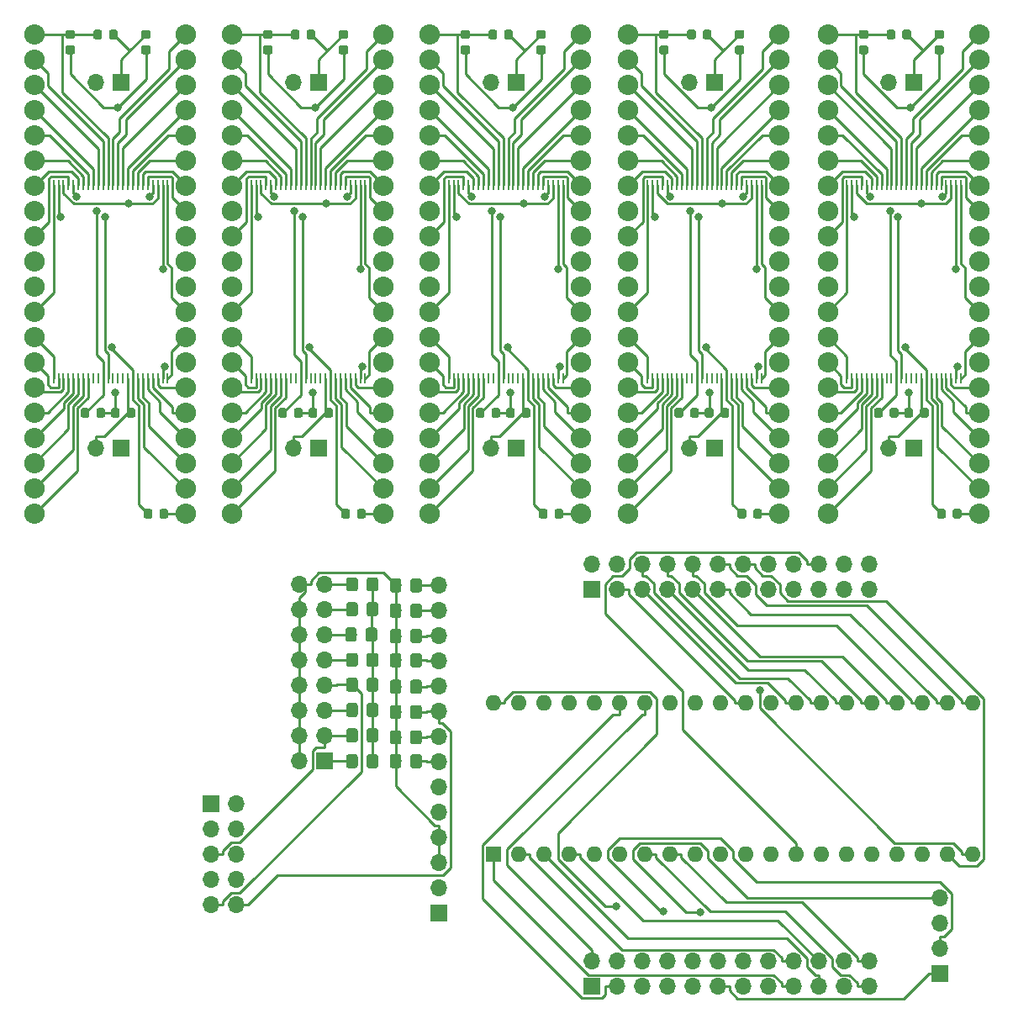
<source format=gbr>
G04 #@! TF.GenerationSoftware,KiCad,Pcbnew,5.0.0*
G04 #@! TF.CreationDate,2018-10-25T12:48:18+02:00*
G04 #@! TF.ProjectId,WaterFanBoard,576174657246616E426F6172642E6B69,rev?*
G04 #@! TF.SameCoordinates,Original*
G04 #@! TF.FileFunction,Copper,L1,Top,Mixed*
G04 #@! TF.FilePolarity,Positive*
%FSLAX46Y46*%
G04 Gerber Fmt 4.6, Leading zero omitted, Abs format (unit mm)*
G04 Created by KiCad (PCBNEW 5.0.0) date Thu Oct 25 12:48:18 2018*
%MOMM*%
%LPD*%
G01*
G04 APERTURE LIST*
G04 #@! TA.AperFunction,Conductor*
%ADD10C,0.100000*%
G04 #@! TD*
G04 #@! TA.AperFunction,SMDPad,CuDef*
%ADD11C,1.150000*%
G04 #@! TD*
G04 #@! TA.AperFunction,ComponentPad*
%ADD12R,1.700000X1.700000*%
G04 #@! TD*
G04 #@! TA.AperFunction,ComponentPad*
%ADD13O,1.700000X1.700000*%
G04 #@! TD*
G04 #@! TA.AperFunction,ComponentPad*
%ADD14O,1.600000X1.600000*%
G04 #@! TD*
G04 #@! TA.AperFunction,ComponentPad*
%ADD15R,1.600000X1.600000*%
G04 #@! TD*
G04 #@! TA.AperFunction,ComponentPad*
%ADD16O,2.050000X2.050000*%
G04 #@! TD*
G04 #@! TA.AperFunction,SMDPad,CuDef*
%ADD17C,0.875000*%
G04 #@! TD*
G04 #@! TA.AperFunction,SMDPad,CuDef*
%ADD18R,0.250000X1.100000*%
G04 #@! TD*
G04 #@! TA.AperFunction,ViaPad*
%ADD19C,0.800000*%
G04 #@! TD*
G04 #@! TA.AperFunction,Conductor*
%ADD20C,0.250000*%
G04 #@! TD*
G04 APERTURE END LIST*
D10*
G04 #@! TO.N,GND*
G04 #@! TO.C,C2*
G36*
X139019742Y-172063517D02*
X139044010Y-172067117D01*
X139067809Y-172073078D01*
X139090908Y-172081343D01*
X139113087Y-172091833D01*
X139134130Y-172104445D01*
X139153836Y-172119060D01*
X139172014Y-172135536D01*
X139188490Y-172153714D01*
X139203105Y-172173420D01*
X139215717Y-172194463D01*
X139226207Y-172216642D01*
X139234472Y-172239741D01*
X139240433Y-172263540D01*
X139244033Y-172287808D01*
X139245237Y-172312312D01*
X139245237Y-173212314D01*
X139244033Y-173236818D01*
X139240433Y-173261086D01*
X139234472Y-173284885D01*
X139226207Y-173307984D01*
X139215717Y-173330163D01*
X139203105Y-173351206D01*
X139188490Y-173370912D01*
X139172014Y-173389090D01*
X139153836Y-173405566D01*
X139134130Y-173420181D01*
X139113087Y-173432793D01*
X139090908Y-173443283D01*
X139067809Y-173451548D01*
X139044010Y-173457509D01*
X139019742Y-173461109D01*
X138995238Y-173462313D01*
X138345236Y-173462313D01*
X138320732Y-173461109D01*
X138296464Y-173457509D01*
X138272665Y-173451548D01*
X138249566Y-173443283D01*
X138227387Y-173432793D01*
X138206344Y-173420181D01*
X138186638Y-173405566D01*
X138168460Y-173389090D01*
X138151984Y-173370912D01*
X138137369Y-173351206D01*
X138124757Y-173330163D01*
X138114267Y-173307984D01*
X138106002Y-173284885D01*
X138100041Y-173261086D01*
X138096441Y-173236818D01*
X138095237Y-173212314D01*
X138095237Y-172312312D01*
X138096441Y-172287808D01*
X138100041Y-172263540D01*
X138106002Y-172239741D01*
X138114267Y-172216642D01*
X138124757Y-172194463D01*
X138137369Y-172173420D01*
X138151984Y-172153714D01*
X138168460Y-172135536D01*
X138186638Y-172119060D01*
X138206344Y-172104445D01*
X138227387Y-172091833D01*
X138249566Y-172081343D01*
X138272665Y-172073078D01*
X138296464Y-172067117D01*
X138320732Y-172063517D01*
X138345236Y-172062313D01*
X138995238Y-172062313D01*
X139019742Y-172063517D01*
X139019742Y-172063517D01*
G37*
D11*
G04 #@! TD*
G04 #@! TO.P,C2,2*
G04 #@! TO.N,GND*
X138670237Y-172762313D03*
D10*
G04 #@! TO.N,/A1*
G04 #@! TO.C,C2*
G36*
X141069742Y-172063517D02*
X141094010Y-172067117D01*
X141117809Y-172073078D01*
X141140908Y-172081343D01*
X141163087Y-172091833D01*
X141184130Y-172104445D01*
X141203836Y-172119060D01*
X141222014Y-172135536D01*
X141238490Y-172153714D01*
X141253105Y-172173420D01*
X141265717Y-172194463D01*
X141276207Y-172216642D01*
X141284472Y-172239741D01*
X141290433Y-172263540D01*
X141294033Y-172287808D01*
X141295237Y-172312312D01*
X141295237Y-173212314D01*
X141294033Y-173236818D01*
X141290433Y-173261086D01*
X141284472Y-173284885D01*
X141276207Y-173307984D01*
X141265717Y-173330163D01*
X141253105Y-173351206D01*
X141238490Y-173370912D01*
X141222014Y-173389090D01*
X141203836Y-173405566D01*
X141184130Y-173420181D01*
X141163087Y-173432793D01*
X141140908Y-173443283D01*
X141117809Y-173451548D01*
X141094010Y-173457509D01*
X141069742Y-173461109D01*
X141045238Y-173462313D01*
X140395236Y-173462313D01*
X140370732Y-173461109D01*
X140346464Y-173457509D01*
X140322665Y-173451548D01*
X140299566Y-173443283D01*
X140277387Y-173432793D01*
X140256344Y-173420181D01*
X140236638Y-173405566D01*
X140218460Y-173389090D01*
X140201984Y-173370912D01*
X140187369Y-173351206D01*
X140174757Y-173330163D01*
X140164267Y-173307984D01*
X140156002Y-173284885D01*
X140150041Y-173261086D01*
X140146441Y-173236818D01*
X140145237Y-173212314D01*
X140145237Y-172312312D01*
X140146441Y-172287808D01*
X140150041Y-172263540D01*
X140156002Y-172239741D01*
X140164267Y-172216642D01*
X140174757Y-172194463D01*
X140187369Y-172173420D01*
X140201984Y-172153714D01*
X140218460Y-172135536D01*
X140236638Y-172119060D01*
X140256344Y-172104445D01*
X140277387Y-172091833D01*
X140299566Y-172081343D01*
X140322665Y-172073078D01*
X140346464Y-172067117D01*
X140370732Y-172063517D01*
X140395236Y-172062313D01*
X141045238Y-172062313D01*
X141069742Y-172063517D01*
X141069742Y-172063517D01*
G37*
D11*
G04 #@! TD*
G04 #@! TO.P,C2,1*
G04 #@! TO.N,/A1*
X140720237Y-172762313D03*
D10*
G04 #@! TO.N,/A11*
G04 #@! TO.C,C3*
G36*
X141069742Y-169513517D02*
X141094010Y-169517117D01*
X141117809Y-169523078D01*
X141140908Y-169531343D01*
X141163087Y-169541833D01*
X141184130Y-169554445D01*
X141203836Y-169569060D01*
X141222014Y-169585536D01*
X141238490Y-169603714D01*
X141253105Y-169623420D01*
X141265717Y-169644463D01*
X141276207Y-169666642D01*
X141284472Y-169689741D01*
X141290433Y-169713540D01*
X141294033Y-169737808D01*
X141295237Y-169762312D01*
X141295237Y-170662314D01*
X141294033Y-170686818D01*
X141290433Y-170711086D01*
X141284472Y-170734885D01*
X141276207Y-170757984D01*
X141265717Y-170780163D01*
X141253105Y-170801206D01*
X141238490Y-170820912D01*
X141222014Y-170839090D01*
X141203836Y-170855566D01*
X141184130Y-170870181D01*
X141163087Y-170882793D01*
X141140908Y-170893283D01*
X141117809Y-170901548D01*
X141094010Y-170907509D01*
X141069742Y-170911109D01*
X141045238Y-170912313D01*
X140395236Y-170912313D01*
X140370732Y-170911109D01*
X140346464Y-170907509D01*
X140322665Y-170901548D01*
X140299566Y-170893283D01*
X140277387Y-170882793D01*
X140256344Y-170870181D01*
X140236638Y-170855566D01*
X140218460Y-170839090D01*
X140201984Y-170820912D01*
X140187369Y-170801206D01*
X140174757Y-170780163D01*
X140164267Y-170757984D01*
X140156002Y-170734885D01*
X140150041Y-170711086D01*
X140146441Y-170686818D01*
X140145237Y-170662314D01*
X140145237Y-169762312D01*
X140146441Y-169737808D01*
X140150041Y-169713540D01*
X140156002Y-169689741D01*
X140164267Y-169666642D01*
X140174757Y-169644463D01*
X140187369Y-169623420D01*
X140201984Y-169603714D01*
X140218460Y-169585536D01*
X140236638Y-169569060D01*
X140256344Y-169554445D01*
X140277387Y-169541833D01*
X140299566Y-169531343D01*
X140322665Y-169523078D01*
X140346464Y-169517117D01*
X140370732Y-169513517D01*
X140395236Y-169512313D01*
X141045238Y-169512313D01*
X141069742Y-169513517D01*
X141069742Y-169513517D01*
G37*
D11*
G04 #@! TD*
G04 #@! TO.P,C3,1*
G04 #@! TO.N,/A11*
X140720237Y-170212313D03*
D10*
G04 #@! TO.N,GND*
G04 #@! TO.C,C3*
G36*
X139019742Y-169513517D02*
X139044010Y-169517117D01*
X139067809Y-169523078D01*
X139090908Y-169531343D01*
X139113087Y-169541833D01*
X139134130Y-169554445D01*
X139153836Y-169569060D01*
X139172014Y-169585536D01*
X139188490Y-169603714D01*
X139203105Y-169623420D01*
X139215717Y-169644463D01*
X139226207Y-169666642D01*
X139234472Y-169689741D01*
X139240433Y-169713540D01*
X139244033Y-169737808D01*
X139245237Y-169762312D01*
X139245237Y-170662314D01*
X139244033Y-170686818D01*
X139240433Y-170711086D01*
X139234472Y-170734885D01*
X139226207Y-170757984D01*
X139215717Y-170780163D01*
X139203105Y-170801206D01*
X139188490Y-170820912D01*
X139172014Y-170839090D01*
X139153836Y-170855566D01*
X139134130Y-170870181D01*
X139113087Y-170882793D01*
X139090908Y-170893283D01*
X139067809Y-170901548D01*
X139044010Y-170907509D01*
X139019742Y-170911109D01*
X138995238Y-170912313D01*
X138345236Y-170912313D01*
X138320732Y-170911109D01*
X138296464Y-170907509D01*
X138272665Y-170901548D01*
X138249566Y-170893283D01*
X138227387Y-170882793D01*
X138206344Y-170870181D01*
X138186638Y-170855566D01*
X138168460Y-170839090D01*
X138151984Y-170820912D01*
X138137369Y-170801206D01*
X138124757Y-170780163D01*
X138114267Y-170757984D01*
X138106002Y-170734885D01*
X138100041Y-170711086D01*
X138096441Y-170686818D01*
X138095237Y-170662314D01*
X138095237Y-169762312D01*
X138096441Y-169737808D01*
X138100041Y-169713540D01*
X138106002Y-169689741D01*
X138114267Y-169666642D01*
X138124757Y-169644463D01*
X138137369Y-169623420D01*
X138151984Y-169603714D01*
X138168460Y-169585536D01*
X138186638Y-169569060D01*
X138206344Y-169554445D01*
X138227387Y-169541833D01*
X138249566Y-169531343D01*
X138272665Y-169523078D01*
X138296464Y-169517117D01*
X138320732Y-169513517D01*
X138345236Y-169512313D01*
X138995238Y-169512313D01*
X139019742Y-169513517D01*
X139019742Y-169513517D01*
G37*
D11*
G04 #@! TD*
G04 #@! TO.P,C3,2*
G04 #@! TO.N,GND*
X138670237Y-170212313D03*
D10*
G04 #@! TO.N,GND*
G04 #@! TO.C,C4*
G36*
X139019742Y-166963517D02*
X139044010Y-166967117D01*
X139067809Y-166973078D01*
X139090908Y-166981343D01*
X139113087Y-166991833D01*
X139134130Y-167004445D01*
X139153836Y-167019060D01*
X139172014Y-167035536D01*
X139188490Y-167053714D01*
X139203105Y-167073420D01*
X139215717Y-167094463D01*
X139226207Y-167116642D01*
X139234472Y-167139741D01*
X139240433Y-167163540D01*
X139244033Y-167187808D01*
X139245237Y-167212312D01*
X139245237Y-168112314D01*
X139244033Y-168136818D01*
X139240433Y-168161086D01*
X139234472Y-168184885D01*
X139226207Y-168207984D01*
X139215717Y-168230163D01*
X139203105Y-168251206D01*
X139188490Y-168270912D01*
X139172014Y-168289090D01*
X139153836Y-168305566D01*
X139134130Y-168320181D01*
X139113087Y-168332793D01*
X139090908Y-168343283D01*
X139067809Y-168351548D01*
X139044010Y-168357509D01*
X139019742Y-168361109D01*
X138995238Y-168362313D01*
X138345236Y-168362313D01*
X138320732Y-168361109D01*
X138296464Y-168357509D01*
X138272665Y-168351548D01*
X138249566Y-168343283D01*
X138227387Y-168332793D01*
X138206344Y-168320181D01*
X138186638Y-168305566D01*
X138168460Y-168289090D01*
X138151984Y-168270912D01*
X138137369Y-168251206D01*
X138124757Y-168230163D01*
X138114267Y-168207984D01*
X138106002Y-168184885D01*
X138100041Y-168161086D01*
X138096441Y-168136818D01*
X138095237Y-168112314D01*
X138095237Y-167212312D01*
X138096441Y-167187808D01*
X138100041Y-167163540D01*
X138106002Y-167139741D01*
X138114267Y-167116642D01*
X138124757Y-167094463D01*
X138137369Y-167073420D01*
X138151984Y-167053714D01*
X138168460Y-167035536D01*
X138186638Y-167019060D01*
X138206344Y-167004445D01*
X138227387Y-166991833D01*
X138249566Y-166981343D01*
X138272665Y-166973078D01*
X138296464Y-166967117D01*
X138320732Y-166963517D01*
X138345236Y-166962313D01*
X138995238Y-166962313D01*
X139019742Y-166963517D01*
X139019742Y-166963517D01*
G37*
D11*
G04 #@! TD*
G04 #@! TO.P,C4,2*
G04 #@! TO.N,GND*
X138670237Y-167662313D03*
D10*
G04 #@! TO.N,/A12*
G04 #@! TO.C,C4*
G36*
X141069742Y-166963517D02*
X141094010Y-166967117D01*
X141117809Y-166973078D01*
X141140908Y-166981343D01*
X141163087Y-166991833D01*
X141184130Y-167004445D01*
X141203836Y-167019060D01*
X141222014Y-167035536D01*
X141238490Y-167053714D01*
X141253105Y-167073420D01*
X141265717Y-167094463D01*
X141276207Y-167116642D01*
X141284472Y-167139741D01*
X141290433Y-167163540D01*
X141294033Y-167187808D01*
X141295237Y-167212312D01*
X141295237Y-168112314D01*
X141294033Y-168136818D01*
X141290433Y-168161086D01*
X141284472Y-168184885D01*
X141276207Y-168207984D01*
X141265717Y-168230163D01*
X141253105Y-168251206D01*
X141238490Y-168270912D01*
X141222014Y-168289090D01*
X141203836Y-168305566D01*
X141184130Y-168320181D01*
X141163087Y-168332793D01*
X141140908Y-168343283D01*
X141117809Y-168351548D01*
X141094010Y-168357509D01*
X141069742Y-168361109D01*
X141045238Y-168362313D01*
X140395236Y-168362313D01*
X140370732Y-168361109D01*
X140346464Y-168357509D01*
X140322665Y-168351548D01*
X140299566Y-168343283D01*
X140277387Y-168332793D01*
X140256344Y-168320181D01*
X140236638Y-168305566D01*
X140218460Y-168289090D01*
X140201984Y-168270912D01*
X140187369Y-168251206D01*
X140174757Y-168230163D01*
X140164267Y-168207984D01*
X140156002Y-168184885D01*
X140150041Y-168161086D01*
X140146441Y-168136818D01*
X140145237Y-168112314D01*
X140145237Y-167212312D01*
X140146441Y-167187808D01*
X140150041Y-167163540D01*
X140156002Y-167139741D01*
X140164267Y-167116642D01*
X140174757Y-167094463D01*
X140187369Y-167073420D01*
X140201984Y-167053714D01*
X140218460Y-167035536D01*
X140236638Y-167019060D01*
X140256344Y-167004445D01*
X140277387Y-166991833D01*
X140299566Y-166981343D01*
X140322665Y-166973078D01*
X140346464Y-166967117D01*
X140370732Y-166963517D01*
X140395236Y-166962313D01*
X141045238Y-166962313D01*
X141069742Y-166963517D01*
X141069742Y-166963517D01*
G37*
D11*
G04 #@! TD*
G04 #@! TO.P,C4,1*
G04 #@! TO.N,/A12*
X140720237Y-167662313D03*
D10*
G04 #@! TO.N,/A4*
G04 #@! TO.C,C5*
G36*
X141069742Y-164313517D02*
X141094010Y-164317117D01*
X141117809Y-164323078D01*
X141140908Y-164331343D01*
X141163087Y-164341833D01*
X141184130Y-164354445D01*
X141203836Y-164369060D01*
X141222014Y-164385536D01*
X141238490Y-164403714D01*
X141253105Y-164423420D01*
X141265717Y-164444463D01*
X141276207Y-164466642D01*
X141284472Y-164489741D01*
X141290433Y-164513540D01*
X141294033Y-164537808D01*
X141295237Y-164562312D01*
X141295237Y-165462314D01*
X141294033Y-165486818D01*
X141290433Y-165511086D01*
X141284472Y-165534885D01*
X141276207Y-165557984D01*
X141265717Y-165580163D01*
X141253105Y-165601206D01*
X141238490Y-165620912D01*
X141222014Y-165639090D01*
X141203836Y-165655566D01*
X141184130Y-165670181D01*
X141163087Y-165682793D01*
X141140908Y-165693283D01*
X141117809Y-165701548D01*
X141094010Y-165707509D01*
X141069742Y-165711109D01*
X141045238Y-165712313D01*
X140395236Y-165712313D01*
X140370732Y-165711109D01*
X140346464Y-165707509D01*
X140322665Y-165701548D01*
X140299566Y-165693283D01*
X140277387Y-165682793D01*
X140256344Y-165670181D01*
X140236638Y-165655566D01*
X140218460Y-165639090D01*
X140201984Y-165620912D01*
X140187369Y-165601206D01*
X140174757Y-165580163D01*
X140164267Y-165557984D01*
X140156002Y-165534885D01*
X140150041Y-165511086D01*
X140146441Y-165486818D01*
X140145237Y-165462314D01*
X140145237Y-164562312D01*
X140146441Y-164537808D01*
X140150041Y-164513540D01*
X140156002Y-164489741D01*
X140164267Y-164466642D01*
X140174757Y-164444463D01*
X140187369Y-164423420D01*
X140201984Y-164403714D01*
X140218460Y-164385536D01*
X140236638Y-164369060D01*
X140256344Y-164354445D01*
X140277387Y-164341833D01*
X140299566Y-164331343D01*
X140322665Y-164323078D01*
X140346464Y-164317117D01*
X140370732Y-164313517D01*
X140395236Y-164312313D01*
X141045238Y-164312313D01*
X141069742Y-164313517D01*
X141069742Y-164313517D01*
G37*
D11*
G04 #@! TD*
G04 #@! TO.P,C5,1*
G04 #@! TO.N,/A4*
X140720237Y-165012313D03*
D10*
G04 #@! TO.N,GND*
G04 #@! TO.C,C5*
G36*
X139019742Y-164313517D02*
X139044010Y-164317117D01*
X139067809Y-164323078D01*
X139090908Y-164331343D01*
X139113087Y-164341833D01*
X139134130Y-164354445D01*
X139153836Y-164369060D01*
X139172014Y-164385536D01*
X139188490Y-164403714D01*
X139203105Y-164423420D01*
X139215717Y-164444463D01*
X139226207Y-164466642D01*
X139234472Y-164489741D01*
X139240433Y-164513540D01*
X139244033Y-164537808D01*
X139245237Y-164562312D01*
X139245237Y-165462314D01*
X139244033Y-165486818D01*
X139240433Y-165511086D01*
X139234472Y-165534885D01*
X139226207Y-165557984D01*
X139215717Y-165580163D01*
X139203105Y-165601206D01*
X139188490Y-165620912D01*
X139172014Y-165639090D01*
X139153836Y-165655566D01*
X139134130Y-165670181D01*
X139113087Y-165682793D01*
X139090908Y-165693283D01*
X139067809Y-165701548D01*
X139044010Y-165707509D01*
X139019742Y-165711109D01*
X138995238Y-165712313D01*
X138345236Y-165712313D01*
X138320732Y-165711109D01*
X138296464Y-165707509D01*
X138272665Y-165701548D01*
X138249566Y-165693283D01*
X138227387Y-165682793D01*
X138206344Y-165670181D01*
X138186638Y-165655566D01*
X138168460Y-165639090D01*
X138151984Y-165620912D01*
X138137369Y-165601206D01*
X138124757Y-165580163D01*
X138114267Y-165557984D01*
X138106002Y-165534885D01*
X138100041Y-165511086D01*
X138096441Y-165486818D01*
X138095237Y-165462314D01*
X138095237Y-164562312D01*
X138096441Y-164537808D01*
X138100041Y-164513540D01*
X138106002Y-164489741D01*
X138114267Y-164466642D01*
X138124757Y-164444463D01*
X138137369Y-164423420D01*
X138151984Y-164403714D01*
X138168460Y-164385536D01*
X138186638Y-164369060D01*
X138206344Y-164354445D01*
X138227387Y-164341833D01*
X138249566Y-164331343D01*
X138272665Y-164323078D01*
X138296464Y-164317117D01*
X138320732Y-164313517D01*
X138345236Y-164312313D01*
X138995238Y-164312313D01*
X139019742Y-164313517D01*
X139019742Y-164313517D01*
G37*
D11*
G04 #@! TD*
G04 #@! TO.P,C5,2*
G04 #@! TO.N,GND*
X138670237Y-165012313D03*
D10*
G04 #@! TO.N,GND*
G04 #@! TO.C,C6*
G36*
X139019742Y-161863517D02*
X139044010Y-161867117D01*
X139067809Y-161873078D01*
X139090908Y-161881343D01*
X139113087Y-161891833D01*
X139134130Y-161904445D01*
X139153836Y-161919060D01*
X139172014Y-161935536D01*
X139188490Y-161953714D01*
X139203105Y-161973420D01*
X139215717Y-161994463D01*
X139226207Y-162016642D01*
X139234472Y-162039741D01*
X139240433Y-162063540D01*
X139244033Y-162087808D01*
X139245237Y-162112312D01*
X139245237Y-163012314D01*
X139244033Y-163036818D01*
X139240433Y-163061086D01*
X139234472Y-163084885D01*
X139226207Y-163107984D01*
X139215717Y-163130163D01*
X139203105Y-163151206D01*
X139188490Y-163170912D01*
X139172014Y-163189090D01*
X139153836Y-163205566D01*
X139134130Y-163220181D01*
X139113087Y-163232793D01*
X139090908Y-163243283D01*
X139067809Y-163251548D01*
X139044010Y-163257509D01*
X139019742Y-163261109D01*
X138995238Y-163262313D01*
X138345236Y-163262313D01*
X138320732Y-163261109D01*
X138296464Y-163257509D01*
X138272665Y-163251548D01*
X138249566Y-163243283D01*
X138227387Y-163232793D01*
X138206344Y-163220181D01*
X138186638Y-163205566D01*
X138168460Y-163189090D01*
X138151984Y-163170912D01*
X138137369Y-163151206D01*
X138124757Y-163130163D01*
X138114267Y-163107984D01*
X138106002Y-163084885D01*
X138100041Y-163061086D01*
X138096441Y-163036818D01*
X138095237Y-163012314D01*
X138095237Y-162112312D01*
X138096441Y-162087808D01*
X138100041Y-162063540D01*
X138106002Y-162039741D01*
X138114267Y-162016642D01*
X138124757Y-161994463D01*
X138137369Y-161973420D01*
X138151984Y-161953714D01*
X138168460Y-161935536D01*
X138186638Y-161919060D01*
X138206344Y-161904445D01*
X138227387Y-161891833D01*
X138249566Y-161881343D01*
X138272665Y-161873078D01*
X138296464Y-161867117D01*
X138320732Y-161863517D01*
X138345236Y-161862313D01*
X138995238Y-161862313D01*
X139019742Y-161863517D01*
X139019742Y-161863517D01*
G37*
D11*
G04 #@! TD*
G04 #@! TO.P,C6,2*
G04 #@! TO.N,GND*
X138670237Y-162562313D03*
D10*
G04 #@! TO.N,/A5*
G04 #@! TO.C,C6*
G36*
X141069742Y-161863517D02*
X141094010Y-161867117D01*
X141117809Y-161873078D01*
X141140908Y-161881343D01*
X141163087Y-161891833D01*
X141184130Y-161904445D01*
X141203836Y-161919060D01*
X141222014Y-161935536D01*
X141238490Y-161953714D01*
X141253105Y-161973420D01*
X141265717Y-161994463D01*
X141276207Y-162016642D01*
X141284472Y-162039741D01*
X141290433Y-162063540D01*
X141294033Y-162087808D01*
X141295237Y-162112312D01*
X141295237Y-163012314D01*
X141294033Y-163036818D01*
X141290433Y-163061086D01*
X141284472Y-163084885D01*
X141276207Y-163107984D01*
X141265717Y-163130163D01*
X141253105Y-163151206D01*
X141238490Y-163170912D01*
X141222014Y-163189090D01*
X141203836Y-163205566D01*
X141184130Y-163220181D01*
X141163087Y-163232793D01*
X141140908Y-163243283D01*
X141117809Y-163251548D01*
X141094010Y-163257509D01*
X141069742Y-163261109D01*
X141045238Y-163262313D01*
X140395236Y-163262313D01*
X140370732Y-163261109D01*
X140346464Y-163257509D01*
X140322665Y-163251548D01*
X140299566Y-163243283D01*
X140277387Y-163232793D01*
X140256344Y-163220181D01*
X140236638Y-163205566D01*
X140218460Y-163189090D01*
X140201984Y-163170912D01*
X140187369Y-163151206D01*
X140174757Y-163130163D01*
X140164267Y-163107984D01*
X140156002Y-163084885D01*
X140150041Y-163061086D01*
X140146441Y-163036818D01*
X140145237Y-163012314D01*
X140145237Y-162112312D01*
X140146441Y-162087808D01*
X140150041Y-162063540D01*
X140156002Y-162039741D01*
X140164267Y-162016642D01*
X140174757Y-161994463D01*
X140187369Y-161973420D01*
X140201984Y-161953714D01*
X140218460Y-161935536D01*
X140236638Y-161919060D01*
X140256344Y-161904445D01*
X140277387Y-161891833D01*
X140299566Y-161881343D01*
X140322665Y-161873078D01*
X140346464Y-161867117D01*
X140370732Y-161863517D01*
X140395236Y-161862313D01*
X141045238Y-161862313D01*
X141069742Y-161863517D01*
X141069742Y-161863517D01*
G37*
D11*
G04 #@! TD*
G04 #@! TO.P,C6,1*
G04 #@! TO.N,/A5*
X140720237Y-162562313D03*
D10*
G04 #@! TO.N,/A6*
G04 #@! TO.C,C7*
G36*
X141069742Y-159313517D02*
X141094010Y-159317117D01*
X141117809Y-159323078D01*
X141140908Y-159331343D01*
X141163087Y-159341833D01*
X141184130Y-159354445D01*
X141203836Y-159369060D01*
X141222014Y-159385536D01*
X141238490Y-159403714D01*
X141253105Y-159423420D01*
X141265717Y-159444463D01*
X141276207Y-159466642D01*
X141284472Y-159489741D01*
X141290433Y-159513540D01*
X141294033Y-159537808D01*
X141295237Y-159562312D01*
X141295237Y-160462314D01*
X141294033Y-160486818D01*
X141290433Y-160511086D01*
X141284472Y-160534885D01*
X141276207Y-160557984D01*
X141265717Y-160580163D01*
X141253105Y-160601206D01*
X141238490Y-160620912D01*
X141222014Y-160639090D01*
X141203836Y-160655566D01*
X141184130Y-160670181D01*
X141163087Y-160682793D01*
X141140908Y-160693283D01*
X141117809Y-160701548D01*
X141094010Y-160707509D01*
X141069742Y-160711109D01*
X141045238Y-160712313D01*
X140395236Y-160712313D01*
X140370732Y-160711109D01*
X140346464Y-160707509D01*
X140322665Y-160701548D01*
X140299566Y-160693283D01*
X140277387Y-160682793D01*
X140256344Y-160670181D01*
X140236638Y-160655566D01*
X140218460Y-160639090D01*
X140201984Y-160620912D01*
X140187369Y-160601206D01*
X140174757Y-160580163D01*
X140164267Y-160557984D01*
X140156002Y-160534885D01*
X140150041Y-160511086D01*
X140146441Y-160486818D01*
X140145237Y-160462314D01*
X140145237Y-159562312D01*
X140146441Y-159537808D01*
X140150041Y-159513540D01*
X140156002Y-159489741D01*
X140164267Y-159466642D01*
X140174757Y-159444463D01*
X140187369Y-159423420D01*
X140201984Y-159403714D01*
X140218460Y-159385536D01*
X140236638Y-159369060D01*
X140256344Y-159354445D01*
X140277387Y-159341833D01*
X140299566Y-159331343D01*
X140322665Y-159323078D01*
X140346464Y-159317117D01*
X140370732Y-159313517D01*
X140395236Y-159312313D01*
X141045238Y-159312313D01*
X141069742Y-159313517D01*
X141069742Y-159313517D01*
G37*
D11*
G04 #@! TD*
G04 #@! TO.P,C7,1*
G04 #@! TO.N,/A6*
X140720237Y-160012313D03*
D10*
G04 #@! TO.N,GND*
G04 #@! TO.C,C7*
G36*
X139019742Y-159313517D02*
X139044010Y-159317117D01*
X139067809Y-159323078D01*
X139090908Y-159331343D01*
X139113087Y-159341833D01*
X139134130Y-159354445D01*
X139153836Y-159369060D01*
X139172014Y-159385536D01*
X139188490Y-159403714D01*
X139203105Y-159423420D01*
X139215717Y-159444463D01*
X139226207Y-159466642D01*
X139234472Y-159489741D01*
X139240433Y-159513540D01*
X139244033Y-159537808D01*
X139245237Y-159562312D01*
X139245237Y-160462314D01*
X139244033Y-160486818D01*
X139240433Y-160511086D01*
X139234472Y-160534885D01*
X139226207Y-160557984D01*
X139215717Y-160580163D01*
X139203105Y-160601206D01*
X139188490Y-160620912D01*
X139172014Y-160639090D01*
X139153836Y-160655566D01*
X139134130Y-160670181D01*
X139113087Y-160682793D01*
X139090908Y-160693283D01*
X139067809Y-160701548D01*
X139044010Y-160707509D01*
X139019742Y-160711109D01*
X138995238Y-160712313D01*
X138345236Y-160712313D01*
X138320732Y-160711109D01*
X138296464Y-160707509D01*
X138272665Y-160701548D01*
X138249566Y-160693283D01*
X138227387Y-160682793D01*
X138206344Y-160670181D01*
X138186638Y-160655566D01*
X138168460Y-160639090D01*
X138151984Y-160620912D01*
X138137369Y-160601206D01*
X138124757Y-160580163D01*
X138114267Y-160557984D01*
X138106002Y-160534885D01*
X138100041Y-160511086D01*
X138096441Y-160486818D01*
X138095237Y-160462314D01*
X138095237Y-159562312D01*
X138096441Y-159537808D01*
X138100041Y-159513540D01*
X138106002Y-159489741D01*
X138114267Y-159466642D01*
X138124757Y-159444463D01*
X138137369Y-159423420D01*
X138151984Y-159403714D01*
X138168460Y-159385536D01*
X138186638Y-159369060D01*
X138206344Y-159354445D01*
X138227387Y-159341833D01*
X138249566Y-159331343D01*
X138272665Y-159323078D01*
X138296464Y-159317117D01*
X138320732Y-159313517D01*
X138345236Y-159312313D01*
X138995238Y-159312313D01*
X139019742Y-159313517D01*
X139019742Y-159313517D01*
G37*
D11*
G04 #@! TD*
G04 #@! TO.P,C7,2*
G04 #@! TO.N,GND*
X138670237Y-160012313D03*
D10*
G04 #@! TO.N,GND*
G04 #@! TO.C,C8*
G36*
X139019742Y-156763517D02*
X139044010Y-156767117D01*
X139067809Y-156773078D01*
X139090908Y-156781343D01*
X139113087Y-156791833D01*
X139134130Y-156804445D01*
X139153836Y-156819060D01*
X139172014Y-156835536D01*
X139188490Y-156853714D01*
X139203105Y-156873420D01*
X139215717Y-156894463D01*
X139226207Y-156916642D01*
X139234472Y-156939741D01*
X139240433Y-156963540D01*
X139244033Y-156987808D01*
X139245237Y-157012312D01*
X139245237Y-157912314D01*
X139244033Y-157936818D01*
X139240433Y-157961086D01*
X139234472Y-157984885D01*
X139226207Y-158007984D01*
X139215717Y-158030163D01*
X139203105Y-158051206D01*
X139188490Y-158070912D01*
X139172014Y-158089090D01*
X139153836Y-158105566D01*
X139134130Y-158120181D01*
X139113087Y-158132793D01*
X139090908Y-158143283D01*
X139067809Y-158151548D01*
X139044010Y-158157509D01*
X139019742Y-158161109D01*
X138995238Y-158162313D01*
X138345236Y-158162313D01*
X138320732Y-158161109D01*
X138296464Y-158157509D01*
X138272665Y-158151548D01*
X138249566Y-158143283D01*
X138227387Y-158132793D01*
X138206344Y-158120181D01*
X138186638Y-158105566D01*
X138168460Y-158089090D01*
X138151984Y-158070912D01*
X138137369Y-158051206D01*
X138124757Y-158030163D01*
X138114267Y-158007984D01*
X138106002Y-157984885D01*
X138100041Y-157961086D01*
X138096441Y-157936818D01*
X138095237Y-157912314D01*
X138095237Y-157012312D01*
X138096441Y-156987808D01*
X138100041Y-156963540D01*
X138106002Y-156939741D01*
X138114267Y-156916642D01*
X138124757Y-156894463D01*
X138137369Y-156873420D01*
X138151984Y-156853714D01*
X138168460Y-156835536D01*
X138186638Y-156819060D01*
X138206344Y-156804445D01*
X138227387Y-156791833D01*
X138249566Y-156781343D01*
X138272665Y-156773078D01*
X138296464Y-156767117D01*
X138320732Y-156763517D01*
X138345236Y-156762313D01*
X138995238Y-156762313D01*
X139019742Y-156763517D01*
X139019742Y-156763517D01*
G37*
D11*
G04 #@! TD*
G04 #@! TO.P,C8,2*
G04 #@! TO.N,GND*
X138670237Y-157462313D03*
D10*
G04 #@! TO.N,/A7*
G04 #@! TO.C,C8*
G36*
X141069742Y-156763517D02*
X141094010Y-156767117D01*
X141117809Y-156773078D01*
X141140908Y-156781343D01*
X141163087Y-156791833D01*
X141184130Y-156804445D01*
X141203836Y-156819060D01*
X141222014Y-156835536D01*
X141238490Y-156853714D01*
X141253105Y-156873420D01*
X141265717Y-156894463D01*
X141276207Y-156916642D01*
X141284472Y-156939741D01*
X141290433Y-156963540D01*
X141294033Y-156987808D01*
X141295237Y-157012312D01*
X141295237Y-157912314D01*
X141294033Y-157936818D01*
X141290433Y-157961086D01*
X141284472Y-157984885D01*
X141276207Y-158007984D01*
X141265717Y-158030163D01*
X141253105Y-158051206D01*
X141238490Y-158070912D01*
X141222014Y-158089090D01*
X141203836Y-158105566D01*
X141184130Y-158120181D01*
X141163087Y-158132793D01*
X141140908Y-158143283D01*
X141117809Y-158151548D01*
X141094010Y-158157509D01*
X141069742Y-158161109D01*
X141045238Y-158162313D01*
X140395236Y-158162313D01*
X140370732Y-158161109D01*
X140346464Y-158157509D01*
X140322665Y-158151548D01*
X140299566Y-158143283D01*
X140277387Y-158132793D01*
X140256344Y-158120181D01*
X140236638Y-158105566D01*
X140218460Y-158089090D01*
X140201984Y-158070912D01*
X140187369Y-158051206D01*
X140174757Y-158030163D01*
X140164267Y-158007984D01*
X140156002Y-157984885D01*
X140150041Y-157961086D01*
X140146441Y-157936818D01*
X140145237Y-157912314D01*
X140145237Y-157012312D01*
X140146441Y-156987808D01*
X140150041Y-156963540D01*
X140156002Y-156939741D01*
X140164267Y-156916642D01*
X140174757Y-156894463D01*
X140187369Y-156873420D01*
X140201984Y-156853714D01*
X140218460Y-156835536D01*
X140236638Y-156819060D01*
X140256344Y-156804445D01*
X140277387Y-156791833D01*
X140299566Y-156781343D01*
X140322665Y-156773078D01*
X140346464Y-156767117D01*
X140370732Y-156763517D01*
X140395236Y-156762313D01*
X141045238Y-156762313D01*
X141069742Y-156763517D01*
X141069742Y-156763517D01*
G37*
D11*
G04 #@! TD*
G04 #@! TO.P,C8,1*
G04 #@! TO.N,/A7*
X140720237Y-157462313D03*
D10*
G04 #@! TO.N,/A0*
G04 #@! TO.C,C1*
G36*
X141069742Y-174463517D02*
X141094010Y-174467117D01*
X141117809Y-174473078D01*
X141140908Y-174481343D01*
X141163087Y-174491833D01*
X141184130Y-174504445D01*
X141203836Y-174519060D01*
X141222014Y-174535536D01*
X141238490Y-174553714D01*
X141253105Y-174573420D01*
X141265717Y-174594463D01*
X141276207Y-174616642D01*
X141284472Y-174639741D01*
X141290433Y-174663540D01*
X141294033Y-174687808D01*
X141295237Y-174712312D01*
X141295237Y-175612314D01*
X141294033Y-175636818D01*
X141290433Y-175661086D01*
X141284472Y-175684885D01*
X141276207Y-175707984D01*
X141265717Y-175730163D01*
X141253105Y-175751206D01*
X141238490Y-175770912D01*
X141222014Y-175789090D01*
X141203836Y-175805566D01*
X141184130Y-175820181D01*
X141163087Y-175832793D01*
X141140908Y-175843283D01*
X141117809Y-175851548D01*
X141094010Y-175857509D01*
X141069742Y-175861109D01*
X141045238Y-175862313D01*
X140395236Y-175862313D01*
X140370732Y-175861109D01*
X140346464Y-175857509D01*
X140322665Y-175851548D01*
X140299566Y-175843283D01*
X140277387Y-175832793D01*
X140256344Y-175820181D01*
X140236638Y-175805566D01*
X140218460Y-175789090D01*
X140201984Y-175770912D01*
X140187369Y-175751206D01*
X140174757Y-175730163D01*
X140164267Y-175707984D01*
X140156002Y-175684885D01*
X140150041Y-175661086D01*
X140146441Y-175636818D01*
X140145237Y-175612314D01*
X140145237Y-174712312D01*
X140146441Y-174687808D01*
X140150041Y-174663540D01*
X140156002Y-174639741D01*
X140164267Y-174616642D01*
X140174757Y-174594463D01*
X140187369Y-174573420D01*
X140201984Y-174553714D01*
X140218460Y-174535536D01*
X140236638Y-174519060D01*
X140256344Y-174504445D01*
X140277387Y-174491833D01*
X140299566Y-174481343D01*
X140322665Y-174473078D01*
X140346464Y-174467117D01*
X140370732Y-174463517D01*
X140395236Y-174462313D01*
X141045238Y-174462313D01*
X141069742Y-174463517D01*
X141069742Y-174463517D01*
G37*
D11*
G04 #@! TD*
G04 #@! TO.P,C1,1*
G04 #@! TO.N,/A0*
X140720237Y-175162313D03*
D10*
G04 #@! TO.N,GND*
G04 #@! TO.C,C1*
G36*
X139019742Y-174463517D02*
X139044010Y-174467117D01*
X139067809Y-174473078D01*
X139090908Y-174481343D01*
X139113087Y-174491833D01*
X139134130Y-174504445D01*
X139153836Y-174519060D01*
X139172014Y-174535536D01*
X139188490Y-174553714D01*
X139203105Y-174573420D01*
X139215717Y-174594463D01*
X139226207Y-174616642D01*
X139234472Y-174639741D01*
X139240433Y-174663540D01*
X139244033Y-174687808D01*
X139245237Y-174712312D01*
X139245237Y-175612314D01*
X139244033Y-175636818D01*
X139240433Y-175661086D01*
X139234472Y-175684885D01*
X139226207Y-175707984D01*
X139215717Y-175730163D01*
X139203105Y-175751206D01*
X139188490Y-175770912D01*
X139172014Y-175789090D01*
X139153836Y-175805566D01*
X139134130Y-175820181D01*
X139113087Y-175832793D01*
X139090908Y-175843283D01*
X139067809Y-175851548D01*
X139044010Y-175857509D01*
X139019742Y-175861109D01*
X138995238Y-175862313D01*
X138345236Y-175862313D01*
X138320732Y-175861109D01*
X138296464Y-175857509D01*
X138272665Y-175851548D01*
X138249566Y-175843283D01*
X138227387Y-175832793D01*
X138206344Y-175820181D01*
X138186638Y-175805566D01*
X138168460Y-175789090D01*
X138151984Y-175770912D01*
X138137369Y-175751206D01*
X138124757Y-175730163D01*
X138114267Y-175707984D01*
X138106002Y-175684885D01*
X138100041Y-175661086D01*
X138096441Y-175636818D01*
X138095237Y-175612314D01*
X138095237Y-174712312D01*
X138096441Y-174687808D01*
X138100041Y-174663540D01*
X138106002Y-174639741D01*
X138114267Y-174616642D01*
X138124757Y-174594463D01*
X138137369Y-174573420D01*
X138151984Y-174553714D01*
X138168460Y-174535536D01*
X138186638Y-174519060D01*
X138206344Y-174504445D01*
X138227387Y-174491833D01*
X138249566Y-174481343D01*
X138272665Y-174473078D01*
X138296464Y-174467117D01*
X138320732Y-174463517D01*
X138345236Y-174462313D01*
X138995238Y-174462313D01*
X139019742Y-174463517D01*
X139019742Y-174463517D01*
G37*
D11*
G04 #@! TD*
G04 #@! TO.P,C1,2*
G04 #@! TO.N,GND*
X138670237Y-175162313D03*
D12*
G04 #@! TO.P,J1,1*
G04 #@! TO.N,/3V*
X142995237Y-190462313D03*
D13*
G04 #@! TO.P,J1,2*
G04 #@! TO.N,/5V*
X142995237Y-187922313D03*
G04 #@! TO.P,J1,3*
G04 #@! TO.N,GND*
X142995237Y-185382313D03*
G04 #@! TO.P,J1,4*
X142995237Y-182842313D03*
G04 #@! TO.P,J1,5*
G04 #@! TO.N,/VIN*
X142995237Y-180302313D03*
G04 #@! TO.P,J1,6*
G04 #@! TO.N,Net-(J1-Pad6)*
X142995237Y-177762313D03*
G04 #@! TO.P,J1,7*
G04 #@! TO.N,/A0*
X142995237Y-175222313D03*
G04 #@! TO.P,J1,8*
G04 #@! TO.N,/A1*
X142995237Y-172682313D03*
G04 #@! TO.P,J1,9*
G04 #@! TO.N,/A11*
X142995237Y-170142313D03*
G04 #@! TO.P,J1,10*
G04 #@! TO.N,/A12*
X142995237Y-167602313D03*
G04 #@! TO.P,J1,11*
G04 #@! TO.N,/A4*
X142995237Y-165062313D03*
G04 #@! TO.P,J1,12*
G04 #@! TO.N,/A5*
X142995237Y-162522313D03*
G04 #@! TO.P,J1,13*
G04 #@! TO.N,/A6*
X142995237Y-159982313D03*
G04 #@! TO.P,J1,14*
G04 #@! TO.N,/A7*
X142995237Y-157442313D03*
G04 #@! TD*
D12*
G04 #@! TO.P,J3,1*
G04 #@! TO.N,/5V*
X120095237Y-179462313D03*
D13*
G04 #@! TO.P,J3,2*
G04 #@! TO.N,GND*
X122635237Y-179462313D03*
G04 #@! TO.P,J3,3*
G04 #@! TO.N,/A5*
X120095237Y-182002313D03*
G04 #@! TO.P,J3,4*
G04 #@! TO.N,/A0*
X122635237Y-182002313D03*
G04 #@! TO.P,J3,5*
G04 #@! TO.N,/A1*
X120095237Y-184542313D03*
G04 #@! TO.P,J3,6*
G04 #@! TO.N,/D40*
X122635237Y-184542313D03*
G04 #@! TO.P,J3,7*
G04 #@! TO.N,/D44*
X120095237Y-187082313D03*
G04 #@! TO.P,J3,8*
G04 #@! TO.N,/D42*
X122635237Y-187082313D03*
G04 #@! TO.P,J3,9*
G04 #@! TO.N,/A12*
X120095237Y-189622313D03*
G04 #@! TO.P,J3,10*
G04 #@! TO.N,/A11*
X122635237Y-189622313D03*
G04 #@! TD*
D12*
G04 #@! TO.P,J2,1*
G04 #@! TO.N,/A0*
X131495237Y-175142313D03*
D13*
G04 #@! TO.P,J2,2*
G04 #@! TO.N,GND*
X128955237Y-175142313D03*
G04 #@! TO.P,J2,3*
G04 #@! TO.N,/A1*
X131495237Y-172602313D03*
G04 #@! TO.P,J2,4*
G04 #@! TO.N,GND*
X128955237Y-172602313D03*
G04 #@! TO.P,J2,5*
G04 #@! TO.N,/A11*
X131495237Y-170062313D03*
G04 #@! TO.P,J2,6*
G04 #@! TO.N,GND*
X128955237Y-170062313D03*
G04 #@! TO.P,J2,7*
G04 #@! TO.N,/A12*
X131495237Y-167522313D03*
G04 #@! TO.P,J2,8*
G04 #@! TO.N,GND*
X128955237Y-167522313D03*
G04 #@! TO.P,J2,9*
G04 #@! TO.N,/A4*
X131495237Y-164982313D03*
G04 #@! TO.P,J2,10*
G04 #@! TO.N,GND*
X128955237Y-164982313D03*
G04 #@! TO.P,J2,11*
G04 #@! TO.N,/A5*
X131495237Y-162442313D03*
G04 #@! TO.P,J2,12*
G04 #@! TO.N,GND*
X128955237Y-162442313D03*
G04 #@! TO.P,J2,13*
G04 #@! TO.N,/A6*
X131495237Y-159902313D03*
G04 #@! TO.P,J2,14*
G04 #@! TO.N,GND*
X128955237Y-159902313D03*
G04 #@! TO.P,J2,15*
G04 #@! TO.N,/A7*
X131495237Y-157362313D03*
G04 #@! TO.P,J2,16*
G04 #@! TO.N,GND*
X128955237Y-157362313D03*
G04 #@! TD*
D10*
G04 #@! TO.N,+5V*
G04 #@! TO.C,R8*
G36*
X136669742Y-156663517D02*
X136694010Y-156667117D01*
X136717809Y-156673078D01*
X136740908Y-156681343D01*
X136763087Y-156691833D01*
X136784130Y-156704445D01*
X136803836Y-156719060D01*
X136822014Y-156735536D01*
X136838490Y-156753714D01*
X136853105Y-156773420D01*
X136865717Y-156794463D01*
X136876207Y-156816642D01*
X136884472Y-156839741D01*
X136890433Y-156863540D01*
X136894033Y-156887808D01*
X136895237Y-156912312D01*
X136895237Y-157812314D01*
X136894033Y-157836818D01*
X136890433Y-157861086D01*
X136884472Y-157884885D01*
X136876207Y-157907984D01*
X136865717Y-157930163D01*
X136853105Y-157951206D01*
X136838490Y-157970912D01*
X136822014Y-157989090D01*
X136803836Y-158005566D01*
X136784130Y-158020181D01*
X136763087Y-158032793D01*
X136740908Y-158043283D01*
X136717809Y-158051548D01*
X136694010Y-158057509D01*
X136669742Y-158061109D01*
X136645238Y-158062313D01*
X135995236Y-158062313D01*
X135970732Y-158061109D01*
X135946464Y-158057509D01*
X135922665Y-158051548D01*
X135899566Y-158043283D01*
X135877387Y-158032793D01*
X135856344Y-158020181D01*
X135836638Y-158005566D01*
X135818460Y-157989090D01*
X135801984Y-157970912D01*
X135787369Y-157951206D01*
X135774757Y-157930163D01*
X135764267Y-157907984D01*
X135756002Y-157884885D01*
X135750041Y-157861086D01*
X135746441Y-157836818D01*
X135745237Y-157812314D01*
X135745237Y-156912312D01*
X135746441Y-156887808D01*
X135750041Y-156863540D01*
X135756002Y-156839741D01*
X135764267Y-156816642D01*
X135774757Y-156794463D01*
X135787369Y-156773420D01*
X135801984Y-156753714D01*
X135818460Y-156735536D01*
X135836638Y-156719060D01*
X135856344Y-156704445D01*
X135877387Y-156691833D01*
X135899566Y-156681343D01*
X135922665Y-156673078D01*
X135946464Y-156667117D01*
X135970732Y-156663517D01*
X135995236Y-156662313D01*
X136645238Y-156662313D01*
X136669742Y-156663517D01*
X136669742Y-156663517D01*
G37*
D11*
G04 #@! TD*
G04 #@! TO.P,R8,2*
G04 #@! TO.N,+5V*
X136320237Y-157362313D03*
D10*
G04 #@! TO.N,/A7*
G04 #@! TO.C,R8*
G36*
X134619742Y-156663517D02*
X134644010Y-156667117D01*
X134667809Y-156673078D01*
X134690908Y-156681343D01*
X134713087Y-156691833D01*
X134734130Y-156704445D01*
X134753836Y-156719060D01*
X134772014Y-156735536D01*
X134788490Y-156753714D01*
X134803105Y-156773420D01*
X134815717Y-156794463D01*
X134826207Y-156816642D01*
X134834472Y-156839741D01*
X134840433Y-156863540D01*
X134844033Y-156887808D01*
X134845237Y-156912312D01*
X134845237Y-157812314D01*
X134844033Y-157836818D01*
X134840433Y-157861086D01*
X134834472Y-157884885D01*
X134826207Y-157907984D01*
X134815717Y-157930163D01*
X134803105Y-157951206D01*
X134788490Y-157970912D01*
X134772014Y-157989090D01*
X134753836Y-158005566D01*
X134734130Y-158020181D01*
X134713087Y-158032793D01*
X134690908Y-158043283D01*
X134667809Y-158051548D01*
X134644010Y-158057509D01*
X134619742Y-158061109D01*
X134595238Y-158062313D01*
X133945236Y-158062313D01*
X133920732Y-158061109D01*
X133896464Y-158057509D01*
X133872665Y-158051548D01*
X133849566Y-158043283D01*
X133827387Y-158032793D01*
X133806344Y-158020181D01*
X133786638Y-158005566D01*
X133768460Y-157989090D01*
X133751984Y-157970912D01*
X133737369Y-157951206D01*
X133724757Y-157930163D01*
X133714267Y-157907984D01*
X133706002Y-157884885D01*
X133700041Y-157861086D01*
X133696441Y-157836818D01*
X133695237Y-157812314D01*
X133695237Y-156912312D01*
X133696441Y-156887808D01*
X133700041Y-156863540D01*
X133706002Y-156839741D01*
X133714267Y-156816642D01*
X133724757Y-156794463D01*
X133737369Y-156773420D01*
X133751984Y-156753714D01*
X133768460Y-156735536D01*
X133786638Y-156719060D01*
X133806344Y-156704445D01*
X133827387Y-156691833D01*
X133849566Y-156681343D01*
X133872665Y-156673078D01*
X133896464Y-156667117D01*
X133920732Y-156663517D01*
X133945236Y-156662313D01*
X134595238Y-156662313D01*
X134619742Y-156663517D01*
X134619742Y-156663517D01*
G37*
D11*
G04 #@! TD*
G04 #@! TO.P,R8,1*
G04 #@! TO.N,/A7*
X134270237Y-157362313D03*
D10*
G04 #@! TO.N,/A0*
G04 #@! TO.C,R1*
G36*
X134619742Y-174463517D02*
X134644010Y-174467117D01*
X134667809Y-174473078D01*
X134690908Y-174481343D01*
X134713087Y-174491833D01*
X134734130Y-174504445D01*
X134753836Y-174519060D01*
X134772014Y-174535536D01*
X134788490Y-174553714D01*
X134803105Y-174573420D01*
X134815717Y-174594463D01*
X134826207Y-174616642D01*
X134834472Y-174639741D01*
X134840433Y-174663540D01*
X134844033Y-174687808D01*
X134845237Y-174712312D01*
X134845237Y-175612314D01*
X134844033Y-175636818D01*
X134840433Y-175661086D01*
X134834472Y-175684885D01*
X134826207Y-175707984D01*
X134815717Y-175730163D01*
X134803105Y-175751206D01*
X134788490Y-175770912D01*
X134772014Y-175789090D01*
X134753836Y-175805566D01*
X134734130Y-175820181D01*
X134713087Y-175832793D01*
X134690908Y-175843283D01*
X134667809Y-175851548D01*
X134644010Y-175857509D01*
X134619742Y-175861109D01*
X134595238Y-175862313D01*
X133945236Y-175862313D01*
X133920732Y-175861109D01*
X133896464Y-175857509D01*
X133872665Y-175851548D01*
X133849566Y-175843283D01*
X133827387Y-175832793D01*
X133806344Y-175820181D01*
X133786638Y-175805566D01*
X133768460Y-175789090D01*
X133751984Y-175770912D01*
X133737369Y-175751206D01*
X133724757Y-175730163D01*
X133714267Y-175707984D01*
X133706002Y-175684885D01*
X133700041Y-175661086D01*
X133696441Y-175636818D01*
X133695237Y-175612314D01*
X133695237Y-174712312D01*
X133696441Y-174687808D01*
X133700041Y-174663540D01*
X133706002Y-174639741D01*
X133714267Y-174616642D01*
X133724757Y-174594463D01*
X133737369Y-174573420D01*
X133751984Y-174553714D01*
X133768460Y-174535536D01*
X133786638Y-174519060D01*
X133806344Y-174504445D01*
X133827387Y-174491833D01*
X133849566Y-174481343D01*
X133872665Y-174473078D01*
X133896464Y-174467117D01*
X133920732Y-174463517D01*
X133945236Y-174462313D01*
X134595238Y-174462313D01*
X134619742Y-174463517D01*
X134619742Y-174463517D01*
G37*
D11*
G04 #@! TD*
G04 #@! TO.P,R1,1*
G04 #@! TO.N,/A0*
X134270237Y-175162313D03*
D10*
G04 #@! TO.N,+5V*
G04 #@! TO.C,R1*
G36*
X136669742Y-174463517D02*
X136694010Y-174467117D01*
X136717809Y-174473078D01*
X136740908Y-174481343D01*
X136763087Y-174491833D01*
X136784130Y-174504445D01*
X136803836Y-174519060D01*
X136822014Y-174535536D01*
X136838490Y-174553714D01*
X136853105Y-174573420D01*
X136865717Y-174594463D01*
X136876207Y-174616642D01*
X136884472Y-174639741D01*
X136890433Y-174663540D01*
X136894033Y-174687808D01*
X136895237Y-174712312D01*
X136895237Y-175612314D01*
X136894033Y-175636818D01*
X136890433Y-175661086D01*
X136884472Y-175684885D01*
X136876207Y-175707984D01*
X136865717Y-175730163D01*
X136853105Y-175751206D01*
X136838490Y-175770912D01*
X136822014Y-175789090D01*
X136803836Y-175805566D01*
X136784130Y-175820181D01*
X136763087Y-175832793D01*
X136740908Y-175843283D01*
X136717809Y-175851548D01*
X136694010Y-175857509D01*
X136669742Y-175861109D01*
X136645238Y-175862313D01*
X135995236Y-175862313D01*
X135970732Y-175861109D01*
X135946464Y-175857509D01*
X135922665Y-175851548D01*
X135899566Y-175843283D01*
X135877387Y-175832793D01*
X135856344Y-175820181D01*
X135836638Y-175805566D01*
X135818460Y-175789090D01*
X135801984Y-175770912D01*
X135787369Y-175751206D01*
X135774757Y-175730163D01*
X135764267Y-175707984D01*
X135756002Y-175684885D01*
X135750041Y-175661086D01*
X135746441Y-175636818D01*
X135745237Y-175612314D01*
X135745237Y-174712312D01*
X135746441Y-174687808D01*
X135750041Y-174663540D01*
X135756002Y-174639741D01*
X135764267Y-174616642D01*
X135774757Y-174594463D01*
X135787369Y-174573420D01*
X135801984Y-174553714D01*
X135818460Y-174535536D01*
X135836638Y-174519060D01*
X135856344Y-174504445D01*
X135877387Y-174491833D01*
X135899566Y-174481343D01*
X135922665Y-174473078D01*
X135946464Y-174467117D01*
X135970732Y-174463517D01*
X135995236Y-174462313D01*
X136645238Y-174462313D01*
X136669742Y-174463517D01*
X136669742Y-174463517D01*
G37*
D11*
G04 #@! TD*
G04 #@! TO.P,R1,2*
G04 #@! TO.N,+5V*
X136320237Y-175162313D03*
D10*
G04 #@! TO.N,+5V*
G04 #@! TO.C,R2*
G36*
X136669742Y-171863517D02*
X136694010Y-171867117D01*
X136717809Y-171873078D01*
X136740908Y-171881343D01*
X136763087Y-171891833D01*
X136784130Y-171904445D01*
X136803836Y-171919060D01*
X136822014Y-171935536D01*
X136838490Y-171953714D01*
X136853105Y-171973420D01*
X136865717Y-171994463D01*
X136876207Y-172016642D01*
X136884472Y-172039741D01*
X136890433Y-172063540D01*
X136894033Y-172087808D01*
X136895237Y-172112312D01*
X136895237Y-173012314D01*
X136894033Y-173036818D01*
X136890433Y-173061086D01*
X136884472Y-173084885D01*
X136876207Y-173107984D01*
X136865717Y-173130163D01*
X136853105Y-173151206D01*
X136838490Y-173170912D01*
X136822014Y-173189090D01*
X136803836Y-173205566D01*
X136784130Y-173220181D01*
X136763087Y-173232793D01*
X136740908Y-173243283D01*
X136717809Y-173251548D01*
X136694010Y-173257509D01*
X136669742Y-173261109D01*
X136645238Y-173262313D01*
X135995236Y-173262313D01*
X135970732Y-173261109D01*
X135946464Y-173257509D01*
X135922665Y-173251548D01*
X135899566Y-173243283D01*
X135877387Y-173232793D01*
X135856344Y-173220181D01*
X135836638Y-173205566D01*
X135818460Y-173189090D01*
X135801984Y-173170912D01*
X135787369Y-173151206D01*
X135774757Y-173130163D01*
X135764267Y-173107984D01*
X135756002Y-173084885D01*
X135750041Y-173061086D01*
X135746441Y-173036818D01*
X135745237Y-173012314D01*
X135745237Y-172112312D01*
X135746441Y-172087808D01*
X135750041Y-172063540D01*
X135756002Y-172039741D01*
X135764267Y-172016642D01*
X135774757Y-171994463D01*
X135787369Y-171973420D01*
X135801984Y-171953714D01*
X135818460Y-171935536D01*
X135836638Y-171919060D01*
X135856344Y-171904445D01*
X135877387Y-171891833D01*
X135899566Y-171881343D01*
X135922665Y-171873078D01*
X135946464Y-171867117D01*
X135970732Y-171863517D01*
X135995236Y-171862313D01*
X136645238Y-171862313D01*
X136669742Y-171863517D01*
X136669742Y-171863517D01*
G37*
D11*
G04 #@! TD*
G04 #@! TO.P,R2,2*
G04 #@! TO.N,+5V*
X136320237Y-172562313D03*
D10*
G04 #@! TO.N,/A1*
G04 #@! TO.C,R2*
G36*
X134619742Y-171863517D02*
X134644010Y-171867117D01*
X134667809Y-171873078D01*
X134690908Y-171881343D01*
X134713087Y-171891833D01*
X134734130Y-171904445D01*
X134753836Y-171919060D01*
X134772014Y-171935536D01*
X134788490Y-171953714D01*
X134803105Y-171973420D01*
X134815717Y-171994463D01*
X134826207Y-172016642D01*
X134834472Y-172039741D01*
X134840433Y-172063540D01*
X134844033Y-172087808D01*
X134845237Y-172112312D01*
X134845237Y-173012314D01*
X134844033Y-173036818D01*
X134840433Y-173061086D01*
X134834472Y-173084885D01*
X134826207Y-173107984D01*
X134815717Y-173130163D01*
X134803105Y-173151206D01*
X134788490Y-173170912D01*
X134772014Y-173189090D01*
X134753836Y-173205566D01*
X134734130Y-173220181D01*
X134713087Y-173232793D01*
X134690908Y-173243283D01*
X134667809Y-173251548D01*
X134644010Y-173257509D01*
X134619742Y-173261109D01*
X134595238Y-173262313D01*
X133945236Y-173262313D01*
X133920732Y-173261109D01*
X133896464Y-173257509D01*
X133872665Y-173251548D01*
X133849566Y-173243283D01*
X133827387Y-173232793D01*
X133806344Y-173220181D01*
X133786638Y-173205566D01*
X133768460Y-173189090D01*
X133751984Y-173170912D01*
X133737369Y-173151206D01*
X133724757Y-173130163D01*
X133714267Y-173107984D01*
X133706002Y-173084885D01*
X133700041Y-173061086D01*
X133696441Y-173036818D01*
X133695237Y-173012314D01*
X133695237Y-172112312D01*
X133696441Y-172087808D01*
X133700041Y-172063540D01*
X133706002Y-172039741D01*
X133714267Y-172016642D01*
X133724757Y-171994463D01*
X133737369Y-171973420D01*
X133751984Y-171953714D01*
X133768460Y-171935536D01*
X133786638Y-171919060D01*
X133806344Y-171904445D01*
X133827387Y-171891833D01*
X133849566Y-171881343D01*
X133872665Y-171873078D01*
X133896464Y-171867117D01*
X133920732Y-171863517D01*
X133945236Y-171862313D01*
X134595238Y-171862313D01*
X134619742Y-171863517D01*
X134619742Y-171863517D01*
G37*
D11*
G04 #@! TD*
G04 #@! TO.P,R2,1*
G04 #@! TO.N,/A1*
X134270237Y-172562313D03*
D10*
G04 #@! TO.N,/A11*
G04 #@! TO.C,R3*
G36*
X134619742Y-169313517D02*
X134644010Y-169317117D01*
X134667809Y-169323078D01*
X134690908Y-169331343D01*
X134713087Y-169341833D01*
X134734130Y-169354445D01*
X134753836Y-169369060D01*
X134772014Y-169385536D01*
X134788490Y-169403714D01*
X134803105Y-169423420D01*
X134815717Y-169444463D01*
X134826207Y-169466642D01*
X134834472Y-169489741D01*
X134840433Y-169513540D01*
X134844033Y-169537808D01*
X134845237Y-169562312D01*
X134845237Y-170462314D01*
X134844033Y-170486818D01*
X134840433Y-170511086D01*
X134834472Y-170534885D01*
X134826207Y-170557984D01*
X134815717Y-170580163D01*
X134803105Y-170601206D01*
X134788490Y-170620912D01*
X134772014Y-170639090D01*
X134753836Y-170655566D01*
X134734130Y-170670181D01*
X134713087Y-170682793D01*
X134690908Y-170693283D01*
X134667809Y-170701548D01*
X134644010Y-170707509D01*
X134619742Y-170711109D01*
X134595238Y-170712313D01*
X133945236Y-170712313D01*
X133920732Y-170711109D01*
X133896464Y-170707509D01*
X133872665Y-170701548D01*
X133849566Y-170693283D01*
X133827387Y-170682793D01*
X133806344Y-170670181D01*
X133786638Y-170655566D01*
X133768460Y-170639090D01*
X133751984Y-170620912D01*
X133737369Y-170601206D01*
X133724757Y-170580163D01*
X133714267Y-170557984D01*
X133706002Y-170534885D01*
X133700041Y-170511086D01*
X133696441Y-170486818D01*
X133695237Y-170462314D01*
X133695237Y-169562312D01*
X133696441Y-169537808D01*
X133700041Y-169513540D01*
X133706002Y-169489741D01*
X133714267Y-169466642D01*
X133724757Y-169444463D01*
X133737369Y-169423420D01*
X133751984Y-169403714D01*
X133768460Y-169385536D01*
X133786638Y-169369060D01*
X133806344Y-169354445D01*
X133827387Y-169341833D01*
X133849566Y-169331343D01*
X133872665Y-169323078D01*
X133896464Y-169317117D01*
X133920732Y-169313517D01*
X133945236Y-169312313D01*
X134595238Y-169312313D01*
X134619742Y-169313517D01*
X134619742Y-169313517D01*
G37*
D11*
G04 #@! TD*
G04 #@! TO.P,R3,1*
G04 #@! TO.N,/A11*
X134270237Y-170012313D03*
D10*
G04 #@! TO.N,+5V*
G04 #@! TO.C,R3*
G36*
X136669742Y-169313517D02*
X136694010Y-169317117D01*
X136717809Y-169323078D01*
X136740908Y-169331343D01*
X136763087Y-169341833D01*
X136784130Y-169354445D01*
X136803836Y-169369060D01*
X136822014Y-169385536D01*
X136838490Y-169403714D01*
X136853105Y-169423420D01*
X136865717Y-169444463D01*
X136876207Y-169466642D01*
X136884472Y-169489741D01*
X136890433Y-169513540D01*
X136894033Y-169537808D01*
X136895237Y-169562312D01*
X136895237Y-170462314D01*
X136894033Y-170486818D01*
X136890433Y-170511086D01*
X136884472Y-170534885D01*
X136876207Y-170557984D01*
X136865717Y-170580163D01*
X136853105Y-170601206D01*
X136838490Y-170620912D01*
X136822014Y-170639090D01*
X136803836Y-170655566D01*
X136784130Y-170670181D01*
X136763087Y-170682793D01*
X136740908Y-170693283D01*
X136717809Y-170701548D01*
X136694010Y-170707509D01*
X136669742Y-170711109D01*
X136645238Y-170712313D01*
X135995236Y-170712313D01*
X135970732Y-170711109D01*
X135946464Y-170707509D01*
X135922665Y-170701548D01*
X135899566Y-170693283D01*
X135877387Y-170682793D01*
X135856344Y-170670181D01*
X135836638Y-170655566D01*
X135818460Y-170639090D01*
X135801984Y-170620912D01*
X135787369Y-170601206D01*
X135774757Y-170580163D01*
X135764267Y-170557984D01*
X135756002Y-170534885D01*
X135750041Y-170511086D01*
X135746441Y-170486818D01*
X135745237Y-170462314D01*
X135745237Y-169562312D01*
X135746441Y-169537808D01*
X135750041Y-169513540D01*
X135756002Y-169489741D01*
X135764267Y-169466642D01*
X135774757Y-169444463D01*
X135787369Y-169423420D01*
X135801984Y-169403714D01*
X135818460Y-169385536D01*
X135836638Y-169369060D01*
X135856344Y-169354445D01*
X135877387Y-169341833D01*
X135899566Y-169331343D01*
X135922665Y-169323078D01*
X135946464Y-169317117D01*
X135970732Y-169313517D01*
X135995236Y-169312313D01*
X136645238Y-169312313D01*
X136669742Y-169313517D01*
X136669742Y-169313517D01*
G37*
D11*
G04 #@! TD*
G04 #@! TO.P,R3,2*
G04 #@! TO.N,+5V*
X136320237Y-170012313D03*
D10*
G04 #@! TO.N,+5V*
G04 #@! TO.C,R4*
G36*
X136669742Y-166763517D02*
X136694010Y-166767117D01*
X136717809Y-166773078D01*
X136740908Y-166781343D01*
X136763087Y-166791833D01*
X136784130Y-166804445D01*
X136803836Y-166819060D01*
X136822014Y-166835536D01*
X136838490Y-166853714D01*
X136853105Y-166873420D01*
X136865717Y-166894463D01*
X136876207Y-166916642D01*
X136884472Y-166939741D01*
X136890433Y-166963540D01*
X136894033Y-166987808D01*
X136895237Y-167012312D01*
X136895237Y-167912314D01*
X136894033Y-167936818D01*
X136890433Y-167961086D01*
X136884472Y-167984885D01*
X136876207Y-168007984D01*
X136865717Y-168030163D01*
X136853105Y-168051206D01*
X136838490Y-168070912D01*
X136822014Y-168089090D01*
X136803836Y-168105566D01*
X136784130Y-168120181D01*
X136763087Y-168132793D01*
X136740908Y-168143283D01*
X136717809Y-168151548D01*
X136694010Y-168157509D01*
X136669742Y-168161109D01*
X136645238Y-168162313D01*
X135995236Y-168162313D01*
X135970732Y-168161109D01*
X135946464Y-168157509D01*
X135922665Y-168151548D01*
X135899566Y-168143283D01*
X135877387Y-168132793D01*
X135856344Y-168120181D01*
X135836638Y-168105566D01*
X135818460Y-168089090D01*
X135801984Y-168070912D01*
X135787369Y-168051206D01*
X135774757Y-168030163D01*
X135764267Y-168007984D01*
X135756002Y-167984885D01*
X135750041Y-167961086D01*
X135746441Y-167936818D01*
X135745237Y-167912314D01*
X135745237Y-167012312D01*
X135746441Y-166987808D01*
X135750041Y-166963540D01*
X135756002Y-166939741D01*
X135764267Y-166916642D01*
X135774757Y-166894463D01*
X135787369Y-166873420D01*
X135801984Y-166853714D01*
X135818460Y-166835536D01*
X135836638Y-166819060D01*
X135856344Y-166804445D01*
X135877387Y-166791833D01*
X135899566Y-166781343D01*
X135922665Y-166773078D01*
X135946464Y-166767117D01*
X135970732Y-166763517D01*
X135995236Y-166762313D01*
X136645238Y-166762313D01*
X136669742Y-166763517D01*
X136669742Y-166763517D01*
G37*
D11*
G04 #@! TD*
G04 #@! TO.P,R4,2*
G04 #@! TO.N,+5V*
X136320237Y-167462313D03*
D10*
G04 #@! TO.N,/A12*
G04 #@! TO.C,R4*
G36*
X134619742Y-166763517D02*
X134644010Y-166767117D01*
X134667809Y-166773078D01*
X134690908Y-166781343D01*
X134713087Y-166791833D01*
X134734130Y-166804445D01*
X134753836Y-166819060D01*
X134772014Y-166835536D01*
X134788490Y-166853714D01*
X134803105Y-166873420D01*
X134815717Y-166894463D01*
X134826207Y-166916642D01*
X134834472Y-166939741D01*
X134840433Y-166963540D01*
X134844033Y-166987808D01*
X134845237Y-167012312D01*
X134845237Y-167912314D01*
X134844033Y-167936818D01*
X134840433Y-167961086D01*
X134834472Y-167984885D01*
X134826207Y-168007984D01*
X134815717Y-168030163D01*
X134803105Y-168051206D01*
X134788490Y-168070912D01*
X134772014Y-168089090D01*
X134753836Y-168105566D01*
X134734130Y-168120181D01*
X134713087Y-168132793D01*
X134690908Y-168143283D01*
X134667809Y-168151548D01*
X134644010Y-168157509D01*
X134619742Y-168161109D01*
X134595238Y-168162313D01*
X133945236Y-168162313D01*
X133920732Y-168161109D01*
X133896464Y-168157509D01*
X133872665Y-168151548D01*
X133849566Y-168143283D01*
X133827387Y-168132793D01*
X133806344Y-168120181D01*
X133786638Y-168105566D01*
X133768460Y-168089090D01*
X133751984Y-168070912D01*
X133737369Y-168051206D01*
X133724757Y-168030163D01*
X133714267Y-168007984D01*
X133706002Y-167984885D01*
X133700041Y-167961086D01*
X133696441Y-167936818D01*
X133695237Y-167912314D01*
X133695237Y-167012312D01*
X133696441Y-166987808D01*
X133700041Y-166963540D01*
X133706002Y-166939741D01*
X133714267Y-166916642D01*
X133724757Y-166894463D01*
X133737369Y-166873420D01*
X133751984Y-166853714D01*
X133768460Y-166835536D01*
X133786638Y-166819060D01*
X133806344Y-166804445D01*
X133827387Y-166791833D01*
X133849566Y-166781343D01*
X133872665Y-166773078D01*
X133896464Y-166767117D01*
X133920732Y-166763517D01*
X133945236Y-166762313D01*
X134595238Y-166762313D01*
X134619742Y-166763517D01*
X134619742Y-166763517D01*
G37*
D11*
G04 #@! TD*
G04 #@! TO.P,R4,1*
G04 #@! TO.N,/A12*
X134270237Y-167462313D03*
D10*
G04 #@! TO.N,/A4*
G04 #@! TO.C,R5*
G36*
X134619742Y-164263517D02*
X134644010Y-164267117D01*
X134667809Y-164273078D01*
X134690908Y-164281343D01*
X134713087Y-164291833D01*
X134734130Y-164304445D01*
X134753836Y-164319060D01*
X134772014Y-164335536D01*
X134788490Y-164353714D01*
X134803105Y-164373420D01*
X134815717Y-164394463D01*
X134826207Y-164416642D01*
X134834472Y-164439741D01*
X134840433Y-164463540D01*
X134844033Y-164487808D01*
X134845237Y-164512312D01*
X134845237Y-165412314D01*
X134844033Y-165436818D01*
X134840433Y-165461086D01*
X134834472Y-165484885D01*
X134826207Y-165507984D01*
X134815717Y-165530163D01*
X134803105Y-165551206D01*
X134788490Y-165570912D01*
X134772014Y-165589090D01*
X134753836Y-165605566D01*
X134734130Y-165620181D01*
X134713087Y-165632793D01*
X134690908Y-165643283D01*
X134667809Y-165651548D01*
X134644010Y-165657509D01*
X134619742Y-165661109D01*
X134595238Y-165662313D01*
X133945236Y-165662313D01*
X133920732Y-165661109D01*
X133896464Y-165657509D01*
X133872665Y-165651548D01*
X133849566Y-165643283D01*
X133827387Y-165632793D01*
X133806344Y-165620181D01*
X133786638Y-165605566D01*
X133768460Y-165589090D01*
X133751984Y-165570912D01*
X133737369Y-165551206D01*
X133724757Y-165530163D01*
X133714267Y-165507984D01*
X133706002Y-165484885D01*
X133700041Y-165461086D01*
X133696441Y-165436818D01*
X133695237Y-165412314D01*
X133695237Y-164512312D01*
X133696441Y-164487808D01*
X133700041Y-164463540D01*
X133706002Y-164439741D01*
X133714267Y-164416642D01*
X133724757Y-164394463D01*
X133737369Y-164373420D01*
X133751984Y-164353714D01*
X133768460Y-164335536D01*
X133786638Y-164319060D01*
X133806344Y-164304445D01*
X133827387Y-164291833D01*
X133849566Y-164281343D01*
X133872665Y-164273078D01*
X133896464Y-164267117D01*
X133920732Y-164263517D01*
X133945236Y-164262313D01*
X134595238Y-164262313D01*
X134619742Y-164263517D01*
X134619742Y-164263517D01*
G37*
D11*
G04 #@! TD*
G04 #@! TO.P,R5,1*
G04 #@! TO.N,/A4*
X134270237Y-164962313D03*
D10*
G04 #@! TO.N,+5V*
G04 #@! TO.C,R5*
G36*
X136669742Y-164263517D02*
X136694010Y-164267117D01*
X136717809Y-164273078D01*
X136740908Y-164281343D01*
X136763087Y-164291833D01*
X136784130Y-164304445D01*
X136803836Y-164319060D01*
X136822014Y-164335536D01*
X136838490Y-164353714D01*
X136853105Y-164373420D01*
X136865717Y-164394463D01*
X136876207Y-164416642D01*
X136884472Y-164439741D01*
X136890433Y-164463540D01*
X136894033Y-164487808D01*
X136895237Y-164512312D01*
X136895237Y-165412314D01*
X136894033Y-165436818D01*
X136890433Y-165461086D01*
X136884472Y-165484885D01*
X136876207Y-165507984D01*
X136865717Y-165530163D01*
X136853105Y-165551206D01*
X136838490Y-165570912D01*
X136822014Y-165589090D01*
X136803836Y-165605566D01*
X136784130Y-165620181D01*
X136763087Y-165632793D01*
X136740908Y-165643283D01*
X136717809Y-165651548D01*
X136694010Y-165657509D01*
X136669742Y-165661109D01*
X136645238Y-165662313D01*
X135995236Y-165662313D01*
X135970732Y-165661109D01*
X135946464Y-165657509D01*
X135922665Y-165651548D01*
X135899566Y-165643283D01*
X135877387Y-165632793D01*
X135856344Y-165620181D01*
X135836638Y-165605566D01*
X135818460Y-165589090D01*
X135801984Y-165570912D01*
X135787369Y-165551206D01*
X135774757Y-165530163D01*
X135764267Y-165507984D01*
X135756002Y-165484885D01*
X135750041Y-165461086D01*
X135746441Y-165436818D01*
X135745237Y-165412314D01*
X135745237Y-164512312D01*
X135746441Y-164487808D01*
X135750041Y-164463540D01*
X135756002Y-164439741D01*
X135764267Y-164416642D01*
X135774757Y-164394463D01*
X135787369Y-164373420D01*
X135801984Y-164353714D01*
X135818460Y-164335536D01*
X135836638Y-164319060D01*
X135856344Y-164304445D01*
X135877387Y-164291833D01*
X135899566Y-164281343D01*
X135922665Y-164273078D01*
X135946464Y-164267117D01*
X135970732Y-164263517D01*
X135995236Y-164262313D01*
X136645238Y-164262313D01*
X136669742Y-164263517D01*
X136669742Y-164263517D01*
G37*
D11*
G04 #@! TD*
G04 #@! TO.P,R5,2*
G04 #@! TO.N,+5V*
X136320237Y-164962313D03*
D10*
G04 #@! TO.N,+5V*
G04 #@! TO.C,R6*
G36*
X136569742Y-161713517D02*
X136594010Y-161717117D01*
X136617809Y-161723078D01*
X136640908Y-161731343D01*
X136663087Y-161741833D01*
X136684130Y-161754445D01*
X136703836Y-161769060D01*
X136722014Y-161785536D01*
X136738490Y-161803714D01*
X136753105Y-161823420D01*
X136765717Y-161844463D01*
X136776207Y-161866642D01*
X136784472Y-161889741D01*
X136790433Y-161913540D01*
X136794033Y-161937808D01*
X136795237Y-161962312D01*
X136795237Y-162862314D01*
X136794033Y-162886818D01*
X136790433Y-162911086D01*
X136784472Y-162934885D01*
X136776207Y-162957984D01*
X136765717Y-162980163D01*
X136753105Y-163001206D01*
X136738490Y-163020912D01*
X136722014Y-163039090D01*
X136703836Y-163055566D01*
X136684130Y-163070181D01*
X136663087Y-163082793D01*
X136640908Y-163093283D01*
X136617809Y-163101548D01*
X136594010Y-163107509D01*
X136569742Y-163111109D01*
X136545238Y-163112313D01*
X135895236Y-163112313D01*
X135870732Y-163111109D01*
X135846464Y-163107509D01*
X135822665Y-163101548D01*
X135799566Y-163093283D01*
X135777387Y-163082793D01*
X135756344Y-163070181D01*
X135736638Y-163055566D01*
X135718460Y-163039090D01*
X135701984Y-163020912D01*
X135687369Y-163001206D01*
X135674757Y-162980163D01*
X135664267Y-162957984D01*
X135656002Y-162934885D01*
X135650041Y-162911086D01*
X135646441Y-162886818D01*
X135645237Y-162862314D01*
X135645237Y-161962312D01*
X135646441Y-161937808D01*
X135650041Y-161913540D01*
X135656002Y-161889741D01*
X135664267Y-161866642D01*
X135674757Y-161844463D01*
X135687369Y-161823420D01*
X135701984Y-161803714D01*
X135718460Y-161785536D01*
X135736638Y-161769060D01*
X135756344Y-161754445D01*
X135777387Y-161741833D01*
X135799566Y-161731343D01*
X135822665Y-161723078D01*
X135846464Y-161717117D01*
X135870732Y-161713517D01*
X135895236Y-161712313D01*
X136545238Y-161712313D01*
X136569742Y-161713517D01*
X136569742Y-161713517D01*
G37*
D11*
G04 #@! TD*
G04 #@! TO.P,R6,2*
G04 #@! TO.N,+5V*
X136220237Y-162412313D03*
D10*
G04 #@! TO.N,/A5*
G04 #@! TO.C,R6*
G36*
X134519742Y-161713517D02*
X134544010Y-161717117D01*
X134567809Y-161723078D01*
X134590908Y-161731343D01*
X134613087Y-161741833D01*
X134634130Y-161754445D01*
X134653836Y-161769060D01*
X134672014Y-161785536D01*
X134688490Y-161803714D01*
X134703105Y-161823420D01*
X134715717Y-161844463D01*
X134726207Y-161866642D01*
X134734472Y-161889741D01*
X134740433Y-161913540D01*
X134744033Y-161937808D01*
X134745237Y-161962312D01*
X134745237Y-162862314D01*
X134744033Y-162886818D01*
X134740433Y-162911086D01*
X134734472Y-162934885D01*
X134726207Y-162957984D01*
X134715717Y-162980163D01*
X134703105Y-163001206D01*
X134688490Y-163020912D01*
X134672014Y-163039090D01*
X134653836Y-163055566D01*
X134634130Y-163070181D01*
X134613087Y-163082793D01*
X134590908Y-163093283D01*
X134567809Y-163101548D01*
X134544010Y-163107509D01*
X134519742Y-163111109D01*
X134495238Y-163112313D01*
X133845236Y-163112313D01*
X133820732Y-163111109D01*
X133796464Y-163107509D01*
X133772665Y-163101548D01*
X133749566Y-163093283D01*
X133727387Y-163082793D01*
X133706344Y-163070181D01*
X133686638Y-163055566D01*
X133668460Y-163039090D01*
X133651984Y-163020912D01*
X133637369Y-163001206D01*
X133624757Y-162980163D01*
X133614267Y-162957984D01*
X133606002Y-162934885D01*
X133600041Y-162911086D01*
X133596441Y-162886818D01*
X133595237Y-162862314D01*
X133595237Y-161962312D01*
X133596441Y-161937808D01*
X133600041Y-161913540D01*
X133606002Y-161889741D01*
X133614267Y-161866642D01*
X133624757Y-161844463D01*
X133637369Y-161823420D01*
X133651984Y-161803714D01*
X133668460Y-161785536D01*
X133686638Y-161769060D01*
X133706344Y-161754445D01*
X133727387Y-161741833D01*
X133749566Y-161731343D01*
X133772665Y-161723078D01*
X133796464Y-161717117D01*
X133820732Y-161713517D01*
X133845236Y-161712313D01*
X134495238Y-161712313D01*
X134519742Y-161713517D01*
X134519742Y-161713517D01*
G37*
D11*
G04 #@! TD*
G04 #@! TO.P,R6,1*
G04 #@! TO.N,/A5*
X134170237Y-162412313D03*
D10*
G04 #@! TO.N,/A6*
G04 #@! TO.C,R7*
G36*
X134619742Y-159163517D02*
X134644010Y-159167117D01*
X134667809Y-159173078D01*
X134690908Y-159181343D01*
X134713087Y-159191833D01*
X134734130Y-159204445D01*
X134753836Y-159219060D01*
X134772014Y-159235536D01*
X134788490Y-159253714D01*
X134803105Y-159273420D01*
X134815717Y-159294463D01*
X134826207Y-159316642D01*
X134834472Y-159339741D01*
X134840433Y-159363540D01*
X134844033Y-159387808D01*
X134845237Y-159412312D01*
X134845237Y-160312314D01*
X134844033Y-160336818D01*
X134840433Y-160361086D01*
X134834472Y-160384885D01*
X134826207Y-160407984D01*
X134815717Y-160430163D01*
X134803105Y-160451206D01*
X134788490Y-160470912D01*
X134772014Y-160489090D01*
X134753836Y-160505566D01*
X134734130Y-160520181D01*
X134713087Y-160532793D01*
X134690908Y-160543283D01*
X134667809Y-160551548D01*
X134644010Y-160557509D01*
X134619742Y-160561109D01*
X134595238Y-160562313D01*
X133945236Y-160562313D01*
X133920732Y-160561109D01*
X133896464Y-160557509D01*
X133872665Y-160551548D01*
X133849566Y-160543283D01*
X133827387Y-160532793D01*
X133806344Y-160520181D01*
X133786638Y-160505566D01*
X133768460Y-160489090D01*
X133751984Y-160470912D01*
X133737369Y-160451206D01*
X133724757Y-160430163D01*
X133714267Y-160407984D01*
X133706002Y-160384885D01*
X133700041Y-160361086D01*
X133696441Y-160336818D01*
X133695237Y-160312314D01*
X133695237Y-159412312D01*
X133696441Y-159387808D01*
X133700041Y-159363540D01*
X133706002Y-159339741D01*
X133714267Y-159316642D01*
X133724757Y-159294463D01*
X133737369Y-159273420D01*
X133751984Y-159253714D01*
X133768460Y-159235536D01*
X133786638Y-159219060D01*
X133806344Y-159204445D01*
X133827387Y-159191833D01*
X133849566Y-159181343D01*
X133872665Y-159173078D01*
X133896464Y-159167117D01*
X133920732Y-159163517D01*
X133945236Y-159162313D01*
X134595238Y-159162313D01*
X134619742Y-159163517D01*
X134619742Y-159163517D01*
G37*
D11*
G04 #@! TD*
G04 #@! TO.P,R7,1*
G04 #@! TO.N,/A6*
X134270237Y-159862313D03*
D10*
G04 #@! TO.N,+5V*
G04 #@! TO.C,R7*
G36*
X136669742Y-159163517D02*
X136694010Y-159167117D01*
X136717809Y-159173078D01*
X136740908Y-159181343D01*
X136763087Y-159191833D01*
X136784130Y-159204445D01*
X136803836Y-159219060D01*
X136822014Y-159235536D01*
X136838490Y-159253714D01*
X136853105Y-159273420D01*
X136865717Y-159294463D01*
X136876207Y-159316642D01*
X136884472Y-159339741D01*
X136890433Y-159363540D01*
X136894033Y-159387808D01*
X136895237Y-159412312D01*
X136895237Y-160312314D01*
X136894033Y-160336818D01*
X136890433Y-160361086D01*
X136884472Y-160384885D01*
X136876207Y-160407984D01*
X136865717Y-160430163D01*
X136853105Y-160451206D01*
X136838490Y-160470912D01*
X136822014Y-160489090D01*
X136803836Y-160505566D01*
X136784130Y-160520181D01*
X136763087Y-160532793D01*
X136740908Y-160543283D01*
X136717809Y-160551548D01*
X136694010Y-160557509D01*
X136669742Y-160561109D01*
X136645238Y-160562313D01*
X135995236Y-160562313D01*
X135970732Y-160561109D01*
X135946464Y-160557509D01*
X135922665Y-160551548D01*
X135899566Y-160543283D01*
X135877387Y-160532793D01*
X135856344Y-160520181D01*
X135836638Y-160505566D01*
X135818460Y-160489090D01*
X135801984Y-160470912D01*
X135787369Y-160451206D01*
X135774757Y-160430163D01*
X135764267Y-160407984D01*
X135756002Y-160384885D01*
X135750041Y-160361086D01*
X135746441Y-160336818D01*
X135745237Y-160312314D01*
X135745237Y-159412312D01*
X135746441Y-159387808D01*
X135750041Y-159363540D01*
X135756002Y-159339741D01*
X135764267Y-159316642D01*
X135774757Y-159294463D01*
X135787369Y-159273420D01*
X135801984Y-159253714D01*
X135818460Y-159235536D01*
X135836638Y-159219060D01*
X135856344Y-159204445D01*
X135877387Y-159191833D01*
X135899566Y-159181343D01*
X135922665Y-159173078D01*
X135946464Y-159167117D01*
X135970732Y-159163517D01*
X135995236Y-159162313D01*
X136645238Y-159162313D01*
X136669742Y-159163517D01*
X136669742Y-159163517D01*
G37*
D11*
G04 #@! TD*
G04 #@! TO.P,R7,2*
G04 #@! TO.N,+5V*
X136320237Y-159862313D03*
D13*
G04 #@! TO.P,J2,4*
G04 #@! TO.N,/P16*
X193510058Y-188945591D03*
G04 #@! TO.P,J2,3*
G04 #@! TO.N,/P15*
X193510058Y-191485591D03*
G04 #@! TO.P,J2,2*
G04 #@! TO.N,/P12*
X193510058Y-194025591D03*
D12*
G04 #@! TO.P,J2,1*
G04 #@! TO.N,/P11*
X193510058Y-196565591D03*
G04 #@! TD*
G04 #@! TO.P,J3,1*
G04 #@! TO.N,/P48*
X158410058Y-157865591D03*
D13*
G04 #@! TO.P,J3,2*
G04 #@! TO.N,/P47*
X158410058Y-155325591D03*
G04 #@! TO.P,J3,3*
G04 #@! TO.N,/P46*
X160950058Y-157865591D03*
G04 #@! TO.P,J3,4*
G04 #@! TO.N,/P45*
X160950058Y-155325591D03*
G04 #@! TO.P,J3,5*
G04 #@! TO.N,/P44*
X163490058Y-157865591D03*
G04 #@! TO.P,J3,6*
G04 #@! TO.N,/P43*
X163490058Y-155325591D03*
G04 #@! TO.P,J3,7*
G04 #@! TO.N,/P42*
X166030058Y-157865591D03*
G04 #@! TO.P,J3,8*
G04 #@! TO.N,/P41*
X166030058Y-155325591D03*
G04 #@! TO.P,J3,9*
G04 #@! TO.N,/P40*
X168570058Y-157865591D03*
G04 #@! TO.P,J3,10*
G04 #@! TO.N,/P39*
X168570058Y-155325591D03*
G04 #@! TO.P,J3,11*
G04 #@! TO.N,/P38*
X171110058Y-157865591D03*
G04 #@! TO.P,J3,12*
G04 #@! TO.N,/P37*
X171110058Y-155325591D03*
G04 #@! TO.P,J3,13*
G04 #@! TO.N,/P36*
X173650058Y-157865591D03*
G04 #@! TO.P,J3,14*
G04 #@! TO.N,/P35*
X173650058Y-155325591D03*
G04 #@! TO.P,J3,15*
G04 #@! TO.N,/P34*
X176190058Y-157865591D03*
G04 #@! TO.P,J3,16*
G04 #@! TO.N,/P33*
X176190058Y-155325591D03*
G04 #@! TO.P,J3,17*
G04 #@! TO.N,/P32*
X178730058Y-157865591D03*
G04 #@! TO.P,J3,18*
G04 #@! TO.N,/P31*
X178730058Y-155325591D03*
G04 #@! TO.P,J3,19*
G04 #@! TO.N,/P30*
X181270058Y-157865591D03*
G04 #@! TO.P,J3,20*
G04 #@! TO.N,/P29*
X181270058Y-155325591D03*
G04 #@! TO.P,J3,21*
G04 #@! TO.N,/P28*
X183810058Y-157865591D03*
G04 #@! TO.P,J3,22*
G04 #@! TO.N,/P27*
X183810058Y-155325591D03*
G04 #@! TO.P,J3,23*
G04 #@! TO.N,/P26*
X186350058Y-157865591D03*
G04 #@! TO.P,J3,24*
G04 #@! TO.N,/P25*
X186350058Y-155325591D03*
G04 #@! TD*
G04 #@! TO.P,J1,24*
G04 #@! TO.N,/P24*
X186350058Y-195325591D03*
G04 #@! TO.P,J1,23*
G04 #@! TO.N,/P23*
X186350058Y-197865591D03*
G04 #@! TO.P,J1,22*
G04 #@! TO.N,/P22*
X183810058Y-195325591D03*
G04 #@! TO.P,J1,21*
G04 #@! TO.N,/P21*
X183810058Y-197865591D03*
G04 #@! TO.P,J1,20*
G04 #@! TO.N,/P20*
X181270058Y-195325591D03*
G04 #@! TO.P,J1,19*
G04 #@! TO.N,/P19*
X181270058Y-197865591D03*
G04 #@! TO.P,J1,18*
G04 #@! TO.N,/P18*
X178730058Y-195325591D03*
G04 #@! TO.P,J1,17*
G04 #@! TO.N,/P17*
X178730058Y-197865591D03*
G04 #@! TO.P,J1,16*
G04 #@! TO.N,/P16*
X176190058Y-195325591D03*
G04 #@! TO.P,J1,15*
G04 #@! TO.N,/P15*
X176190058Y-197865591D03*
G04 #@! TO.P,J1,14*
G04 #@! TO.N,Net-(J1-Pad14)*
X173650058Y-195325591D03*
G04 #@! TO.P,J1,13*
G04 #@! TO.N,Net-(J1-Pad13)*
X173650058Y-197865591D03*
G04 #@! TO.P,J1,12*
G04 #@! TO.N,/P12*
X171110058Y-195325591D03*
G04 #@! TO.P,J1,11*
G04 #@! TO.N,/P11*
X171110058Y-197865591D03*
G04 #@! TO.P,J1,10*
G04 #@! TO.N,Net-(J1-Pad10)*
X168570058Y-195325591D03*
G04 #@! TO.P,J1,9*
G04 #@! TO.N,Net-(J1-Pad9)*
X168570058Y-197865591D03*
G04 #@! TO.P,J1,8*
G04 #@! TO.N,/P8*
X166030058Y-195325591D03*
G04 #@! TO.P,J1,7*
G04 #@! TO.N,/P7*
X166030058Y-197865591D03*
G04 #@! TO.P,J1,6*
G04 #@! TO.N,/P6*
X163490058Y-195325591D03*
G04 #@! TO.P,J1,5*
G04 #@! TO.N,/P5*
X163490058Y-197865591D03*
G04 #@! TO.P,J1,4*
G04 #@! TO.N,/P4*
X160950058Y-195325591D03*
G04 #@! TO.P,J1,3*
G04 #@! TO.N,/P3*
X160950058Y-197865591D03*
G04 #@! TO.P,J1,2*
G04 #@! TO.N,/P2*
X158410058Y-195325591D03*
D12*
G04 #@! TO.P,J1,1*
G04 #@! TO.N,/P1*
X158410058Y-197865591D03*
G04 #@! TD*
D14*
G04 #@! TO.P,U1,40*
G04 #@! TO.N,/P8*
X148510058Y-169325591D03*
G04 #@! TO.P,U1,20*
G04 #@! TO.N,/P36*
X196770058Y-184565591D03*
G04 #@! TO.P,U1,39*
G04 #@! TO.N,/P7*
X151050058Y-169325591D03*
G04 #@! TO.P,U1,19*
G04 #@! TO.N,/P35*
X194230058Y-184565591D03*
G04 #@! TO.P,U1,38*
G04 #@! TO.N,/P6*
X153590058Y-169325591D03*
G04 #@! TO.P,U1,18*
G04 #@! TO.N,/P34*
X191690058Y-184565591D03*
G04 #@! TO.P,U1,37*
G04 #@! TO.N,/P5*
X156130058Y-169325591D03*
G04 #@! TO.P,U1,17*
G04 #@! TO.N,/P33*
X189150058Y-184565591D03*
G04 #@! TO.P,U1,36*
G04 #@! TO.N,/P4*
X158670058Y-169325591D03*
G04 #@! TO.P,U1,16*
G04 #@! TO.N,/P32*
X186610058Y-184565591D03*
G04 #@! TO.P,U1,35*
G04 #@! TO.N,/P3*
X161210058Y-169325591D03*
G04 #@! TO.P,U1,15*
G04 #@! TO.N,/P31*
X184070058Y-184565591D03*
G04 #@! TO.P,U1,34*
G04 #@! TO.N,/P2*
X163750058Y-169325591D03*
G04 #@! TO.P,U1,14*
G04 #@! TO.N,/P30*
X181530058Y-184565591D03*
G04 #@! TO.P,U1,33*
G04 #@! TO.N,/P1*
X166290058Y-169325591D03*
G04 #@! TO.P,U1,13*
G04 #@! TO.N,/P29*
X178990058Y-184565591D03*
G04 #@! TO.P,U1,32*
G04 #@! TO.N,/P48*
X168830058Y-169325591D03*
G04 #@! TO.P,U1,12*
G04 #@! TO.N,/P28*
X176450058Y-184565591D03*
G04 #@! TO.P,U1,31*
G04 #@! TO.N,/P47*
X171370058Y-169325591D03*
G04 #@! TO.P,U1,11*
G04 #@! TO.N,/P27*
X173910058Y-184565591D03*
G04 #@! TO.P,U1,30*
G04 #@! TO.N,/P46*
X173910058Y-169325591D03*
G04 #@! TO.P,U1,10*
G04 #@! TO.N,/P26*
X171370058Y-184565591D03*
G04 #@! TO.P,U1,29*
G04 #@! TO.N,/P45*
X176450058Y-169325591D03*
G04 #@! TO.P,U1,9*
G04 #@! TO.N,/P25*
X168830058Y-184565591D03*
G04 #@! TO.P,U1,28*
G04 #@! TO.N,/P44*
X178990058Y-169325591D03*
G04 #@! TO.P,U1,8*
G04 #@! TO.N,/P24*
X166290058Y-184565591D03*
G04 #@! TO.P,U1,27*
G04 #@! TO.N,/P43*
X181530058Y-169325591D03*
G04 #@! TO.P,U1,7*
G04 #@! TO.N,/P23*
X163750058Y-184565591D03*
G04 #@! TO.P,U1,26*
G04 #@! TO.N,/P42*
X184070058Y-169325591D03*
G04 #@! TO.P,U1,6*
G04 #@! TO.N,/P22*
X161210058Y-184565591D03*
G04 #@! TO.P,U1,25*
G04 #@! TO.N,/P41*
X186610058Y-169325591D03*
G04 #@! TO.P,U1,5*
G04 #@! TO.N,/P21*
X158670058Y-184565591D03*
G04 #@! TO.P,U1,24*
G04 #@! TO.N,/P40*
X189150058Y-169325591D03*
G04 #@! TO.P,U1,4*
G04 #@! TO.N,/P20*
X156130058Y-184565591D03*
G04 #@! TO.P,U1,23*
G04 #@! TO.N,/P39*
X191690058Y-169325591D03*
G04 #@! TO.P,U1,3*
G04 #@! TO.N,/P19*
X153590058Y-184565591D03*
G04 #@! TO.P,U1,22*
G04 #@! TO.N,/P38*
X194230058Y-169325591D03*
G04 #@! TO.P,U1,2*
G04 #@! TO.N,/P18*
X151050058Y-184565591D03*
G04 #@! TO.P,U1,21*
G04 #@! TO.N,/P37*
X196770058Y-169325591D03*
D15*
G04 #@! TO.P,U1,1*
G04 #@! TO.N,/P17*
X148510058Y-184565591D03*
G04 #@! TD*
D16*
G04 #@! TO.P,U1,1*
G04 #@! TO.N,/P1_1*
X117513000Y-150246000D03*
G04 #@! TO.P,U1,2*
G04 #@! TO.N,/P2*
X117513000Y-147706000D03*
G04 #@! TO.P,U1,3*
G04 #@! TO.N,/P3*
X117513000Y-145166000D03*
G04 #@! TO.P,U1,4*
G04 #@! TO.N,/P4*
X117513000Y-142626000D03*
G04 #@! TO.P,U1,5*
G04 #@! TO.N,/P5*
X117513000Y-140086000D03*
G04 #@! TO.P,U1,6*
G04 #@! TO.N,/P6*
X117513000Y-137546000D03*
G04 #@! TO.P,U1,7*
G04 #@! TO.N,/P7*
X117513000Y-135006000D03*
G04 #@! TO.P,U1,8*
G04 #@! TO.N,/P8*
X117513000Y-132466000D03*
G04 #@! TO.P,U1,9*
G04 #@! TO.N,/P9*
X117513000Y-129926000D03*
G04 #@! TO.P,U1,10*
G04 #@! TO.N,/P10*
X117513000Y-127386000D03*
G04 #@! TO.P,U1,11*
G04 #@! TO.N,VSS*
X117513000Y-124846000D03*
G04 #@! TO.P,U1,12*
G04 #@! TO.N,/P12*
X117513000Y-122306000D03*
G04 #@! TO.P,U1,13*
G04 #@! TO.N,/P13*
X117513000Y-119766000D03*
G04 #@! TO.P,U1,14*
G04 #@! TO.N,/P14*
X117513000Y-117226000D03*
G04 #@! TO.P,U1,15*
G04 #@! TO.N,/P15*
X117513000Y-114686000D03*
G04 #@! TO.P,U1,16*
G04 #@! TO.N,/P16*
X117513000Y-112146000D03*
G04 #@! TO.P,U1,17*
G04 #@! TO.N,/P17*
X117513000Y-109606000D03*
G04 #@! TO.P,U1,18*
G04 #@! TO.N,/P18*
X117513000Y-107066000D03*
G04 #@! TO.P,U1,19*
G04 #@! TO.N,/P19*
X117513000Y-104526000D03*
G04 #@! TO.P,U1,20*
G04 #@! TO.N,/P20*
X117513000Y-101986000D03*
G04 #@! TO.P,U1,21*
G04 #@! TO.N,VCC*
X102273000Y-101986000D03*
G04 #@! TO.P,U1,22*
G04 #@! TO.N,/P22*
X102273000Y-104526000D03*
G04 #@! TO.P,U1,23*
G04 #@! TO.N,/P23*
X102273000Y-107066000D03*
G04 #@! TO.P,U1,24*
G04 #@! TO.N,/P24*
X102273000Y-109606000D03*
G04 #@! TO.P,U1,25*
G04 #@! TO.N,/P25*
X102273000Y-112146000D03*
G04 #@! TO.P,U1,26*
G04 #@! TO.N,/P26*
X102273000Y-114686000D03*
G04 #@! TO.P,U1,27*
G04 #@! TO.N,/P27*
X102273000Y-117226000D03*
G04 #@! TO.P,U1,28*
G04 #@! TO.N,/P28*
X102273000Y-119766000D03*
G04 #@! TO.P,U1,29*
G04 #@! TO.N,/P29*
X102273000Y-122306000D03*
G04 #@! TO.P,U1,30*
G04 #@! TO.N,VSS*
X102273000Y-124846000D03*
G04 #@! TO.P,U1,31*
G04 #@! TO.N,/P31_1*
X102273000Y-127386000D03*
G04 #@! TO.P,U1,32*
G04 #@! TO.N,/P32*
X102273000Y-129926000D03*
G04 #@! TO.P,U1,33*
G04 #@! TO.N,/P33*
X102273000Y-132466000D03*
G04 #@! TO.P,U1,34*
G04 #@! TO.N,/P34*
X102273000Y-135006000D03*
G04 #@! TO.P,U1,35*
G04 #@! TO.N,/P35*
X102273000Y-137546000D03*
G04 #@! TO.P,U1,36*
G04 #@! TO.N,/P36*
X102273000Y-140086000D03*
G04 #@! TO.P,U1,37*
G04 #@! TO.N,/P37*
X102273000Y-142626000D03*
G04 #@! TO.P,U1,38*
G04 #@! TO.N,/P38*
X102273000Y-145166000D03*
G04 #@! TO.P,U1,39*
G04 #@! TO.N,/P39*
X102273000Y-147706000D03*
G04 #@! TO.P,U1,40*
G04 #@! TO.N,/P40*
X102273000Y-150246000D03*
G04 #@! TD*
D10*
G04 #@! TO.N,/P1_2*
G04 #@! TO.C,R4*
G36*
X113976691Y-149772053D02*
X113997926Y-149775203D01*
X114018750Y-149780419D01*
X114038962Y-149787651D01*
X114058368Y-149796830D01*
X114076781Y-149807866D01*
X114094024Y-149820654D01*
X114109930Y-149835070D01*
X114124346Y-149850976D01*
X114137134Y-149868219D01*
X114148170Y-149886632D01*
X114157349Y-149906038D01*
X114164581Y-149926250D01*
X114169797Y-149947074D01*
X114172947Y-149968309D01*
X114174000Y-149989750D01*
X114174000Y-150502250D01*
X114172947Y-150523691D01*
X114169797Y-150544926D01*
X114164581Y-150565750D01*
X114157349Y-150585962D01*
X114148170Y-150605368D01*
X114137134Y-150623781D01*
X114124346Y-150641024D01*
X114109930Y-150656930D01*
X114094024Y-150671346D01*
X114076781Y-150684134D01*
X114058368Y-150695170D01*
X114038962Y-150704349D01*
X114018750Y-150711581D01*
X113997926Y-150716797D01*
X113976691Y-150719947D01*
X113955250Y-150721000D01*
X113517750Y-150721000D01*
X113496309Y-150719947D01*
X113475074Y-150716797D01*
X113454250Y-150711581D01*
X113434038Y-150704349D01*
X113414632Y-150695170D01*
X113396219Y-150684134D01*
X113378976Y-150671346D01*
X113363070Y-150656930D01*
X113348654Y-150641024D01*
X113335866Y-150623781D01*
X113324830Y-150605368D01*
X113315651Y-150585962D01*
X113308419Y-150565750D01*
X113303203Y-150544926D01*
X113300053Y-150523691D01*
X113299000Y-150502250D01*
X113299000Y-149989750D01*
X113300053Y-149968309D01*
X113303203Y-149947074D01*
X113308419Y-149926250D01*
X113315651Y-149906038D01*
X113324830Y-149886632D01*
X113335866Y-149868219D01*
X113348654Y-149850976D01*
X113363070Y-149835070D01*
X113378976Y-149820654D01*
X113396219Y-149807866D01*
X113414632Y-149796830D01*
X113434038Y-149787651D01*
X113454250Y-149780419D01*
X113475074Y-149775203D01*
X113496309Y-149772053D01*
X113517750Y-149771000D01*
X113955250Y-149771000D01*
X113976691Y-149772053D01*
X113976691Y-149772053D01*
G37*
D17*
G04 #@! TD*
G04 #@! TO.P,R4,1*
G04 #@! TO.N,/P1_2*
X113736500Y-150246000D03*
D10*
G04 #@! TO.N,/P1_1*
G04 #@! TO.C,R4*
G36*
X115551691Y-149772053D02*
X115572926Y-149775203D01*
X115593750Y-149780419D01*
X115613962Y-149787651D01*
X115633368Y-149796830D01*
X115651781Y-149807866D01*
X115669024Y-149820654D01*
X115684930Y-149835070D01*
X115699346Y-149850976D01*
X115712134Y-149868219D01*
X115723170Y-149886632D01*
X115732349Y-149906038D01*
X115739581Y-149926250D01*
X115744797Y-149947074D01*
X115747947Y-149968309D01*
X115749000Y-149989750D01*
X115749000Y-150502250D01*
X115747947Y-150523691D01*
X115744797Y-150544926D01*
X115739581Y-150565750D01*
X115732349Y-150585962D01*
X115723170Y-150605368D01*
X115712134Y-150623781D01*
X115699346Y-150641024D01*
X115684930Y-150656930D01*
X115669024Y-150671346D01*
X115651781Y-150684134D01*
X115633368Y-150695170D01*
X115613962Y-150704349D01*
X115593750Y-150711581D01*
X115572926Y-150716797D01*
X115551691Y-150719947D01*
X115530250Y-150721000D01*
X115092750Y-150721000D01*
X115071309Y-150719947D01*
X115050074Y-150716797D01*
X115029250Y-150711581D01*
X115009038Y-150704349D01*
X114989632Y-150695170D01*
X114971219Y-150684134D01*
X114953976Y-150671346D01*
X114938070Y-150656930D01*
X114923654Y-150641024D01*
X114910866Y-150623781D01*
X114899830Y-150605368D01*
X114890651Y-150585962D01*
X114883419Y-150565750D01*
X114878203Y-150544926D01*
X114875053Y-150523691D01*
X114874000Y-150502250D01*
X114874000Y-149989750D01*
X114875053Y-149968309D01*
X114878203Y-149947074D01*
X114883419Y-149926250D01*
X114890651Y-149906038D01*
X114899830Y-149886632D01*
X114910866Y-149868219D01*
X114923654Y-149850976D01*
X114938070Y-149835070D01*
X114953976Y-149820654D01*
X114971219Y-149807866D01*
X114989632Y-149796830D01*
X115009038Y-149787651D01*
X115029250Y-149780419D01*
X115050074Y-149775203D01*
X115071309Y-149772053D01*
X115092750Y-149771000D01*
X115530250Y-149771000D01*
X115551691Y-149772053D01*
X115551691Y-149772053D01*
G37*
D17*
G04 #@! TD*
G04 #@! TO.P,R4,2*
G04 #@! TO.N,/P1_1*
X115311500Y-150246000D03*
D18*
G04 #@! TO.P,U2,1*
G04 #@! TO.N,/P33*
X104202000Y-136628000D03*
G04 #@! TO.P,U2,25*
G04 #@! TO.N,/P9*
X115702000Y-117128000D03*
G04 #@! TO.P,U2,2*
G04 #@! TO.N,/P34*
X104702000Y-136628000D03*
G04 #@! TO.P,U2,3*
G04 #@! TO.N,/P35*
X105202000Y-136628000D03*
G04 #@! TO.P,U2,4*
G04 #@! TO.N,/P36*
X105702000Y-136628000D03*
G04 #@! TO.P,U2,5*
G04 #@! TO.N,/P37*
X106202000Y-136628000D03*
G04 #@! TO.P,U2,6*
G04 #@! TO.N,/P38*
X106702000Y-136628000D03*
G04 #@! TO.P,U2,7*
G04 #@! TO.N,/P39*
X107202000Y-136628000D03*
G04 #@! TO.P,U2,8*
G04 #@! TO.N,/P40*
X107702000Y-136628000D03*
G04 #@! TO.P,U2,9*
G04 #@! TO.N,Net-(U2-Pad9)*
X108202000Y-136628000D03*
G04 #@! TO.P,U2,10*
G04 #@! TO.N,Net-(U2-Pad10)*
X108702000Y-136628000D03*
G04 #@! TO.P,U2,11*
G04 #@! TO.N,/P_WE*
X109202000Y-136628000D03*
G04 #@! TO.P,U2,12*
G04 #@! TO.N,/P_RST*
X109702000Y-136628000D03*
G04 #@! TO.P,U2,13*
G04 #@! TO.N,Net-(U2-Pad13)*
X110202000Y-136628000D03*
G04 #@! TO.P,U2,14*
G04 #@! TO.N,Net-(U2-Pad14)*
X110702000Y-136628000D03*
G04 #@! TO.P,U2,15*
G04 #@! TO.N,Net-(U2-Pad15)*
X111202000Y-136628000D03*
G04 #@! TO.P,U2,16*
G04 #@! TO.N,/P_A18*
X111702000Y-136628000D03*
G04 #@! TO.P,U2,17*
G04 #@! TO.N,/P1_2*
X112202000Y-136628000D03*
G04 #@! TO.P,U2,18*
G04 #@! TO.N,/P2*
X112702000Y-136628000D03*
G04 #@! TO.P,U2,19*
G04 #@! TO.N,/P3*
X113202000Y-136628000D03*
G04 #@! TO.P,U2,20*
G04 #@! TO.N,/P4*
X113702000Y-136628000D03*
G04 #@! TO.P,U2,21*
G04 #@! TO.N,/P5*
X114202000Y-136628000D03*
G04 #@! TO.P,U2,22*
G04 #@! TO.N,/P6*
X114702000Y-136628000D03*
G04 #@! TO.P,U2,23*
G04 #@! TO.N,/P7*
X115202000Y-136628000D03*
G04 #@! TO.P,U2,24*
G04 #@! TO.N,/P8*
X115702000Y-136628000D03*
G04 #@! TO.P,U2,26*
G04 #@! TO.N,/P10*
X115202000Y-117128000D03*
G04 #@! TO.P,U2,27*
G04 #@! TO.N,VSS*
X114702000Y-117128000D03*
G04 #@! TO.P,U2,28*
G04 #@! TO.N,/P12*
X114202000Y-117128000D03*
G04 #@! TO.P,U2,29*
G04 #@! TO.N,/P13*
X113702000Y-117128000D03*
G04 #@! TO.P,U2,30*
G04 #@! TO.N,/P14*
X113202000Y-117128000D03*
G04 #@! TO.P,U2,31*
G04 #@! TO.N,/P15*
X112702000Y-117128000D03*
G04 #@! TO.P,U2,32*
G04 #@! TO.N,/P16*
X112202000Y-117128000D03*
G04 #@! TO.P,U2,33*
G04 #@! TO.N,/P17*
X111702000Y-117128000D03*
G04 #@! TO.P,U2,34*
G04 #@! TO.N,/P18*
X111202000Y-117128000D03*
G04 #@! TO.P,U2,35*
G04 #@! TO.N,/P19*
X110702000Y-117128000D03*
G04 #@! TO.P,U2,36*
G04 #@! TO.N,/P20*
X110202000Y-117128000D03*
G04 #@! TO.P,U2,37*
G04 #@! TO.N,VCC*
X109702000Y-117128000D03*
G04 #@! TO.P,U2,38*
G04 #@! TO.N,/P22*
X109202000Y-117128000D03*
G04 #@! TO.P,U2,39*
G04 #@! TO.N,/P23*
X108702000Y-117128000D03*
G04 #@! TO.P,U2,40*
G04 #@! TO.N,/P24*
X108202000Y-117128000D03*
G04 #@! TO.P,U2,41*
G04 #@! TO.N,/P25*
X107702000Y-117128000D03*
G04 #@! TO.P,U2,42*
G04 #@! TO.N,/P26*
X107202000Y-117128000D03*
G04 #@! TO.P,U2,43*
G04 #@! TO.N,/P27*
X106702000Y-117128000D03*
G04 #@! TO.P,U2,44*
G04 #@! TO.N,/P28*
X106202000Y-117128000D03*
G04 #@! TO.P,U2,45*
G04 #@! TO.N,/P29*
X105702000Y-117128000D03*
G04 #@! TO.P,U2,46*
G04 #@! TO.N,VSS*
X105202000Y-117128000D03*
G04 #@! TO.P,U2,47*
G04 #@! TO.N,/P31_2*
X104702000Y-117128000D03*
G04 #@! TO.P,U2,48*
G04 #@! TO.N,/P32*
X104202000Y-117128000D03*
G04 #@! TD*
D10*
G04 #@! TO.N,VSS*
G04 #@! TO.C,C2*
G36*
X106165691Y-103099053D02*
X106186926Y-103102203D01*
X106207750Y-103107419D01*
X106227962Y-103114651D01*
X106247368Y-103123830D01*
X106265781Y-103134866D01*
X106283024Y-103147654D01*
X106298930Y-103162070D01*
X106313346Y-103177976D01*
X106326134Y-103195219D01*
X106337170Y-103213632D01*
X106346349Y-103233038D01*
X106353581Y-103253250D01*
X106358797Y-103274074D01*
X106361947Y-103295309D01*
X106363000Y-103316750D01*
X106363000Y-103754250D01*
X106361947Y-103775691D01*
X106358797Y-103796926D01*
X106353581Y-103817750D01*
X106346349Y-103837962D01*
X106337170Y-103857368D01*
X106326134Y-103875781D01*
X106313346Y-103893024D01*
X106298930Y-103908930D01*
X106283024Y-103923346D01*
X106265781Y-103936134D01*
X106247368Y-103947170D01*
X106227962Y-103956349D01*
X106207750Y-103963581D01*
X106186926Y-103968797D01*
X106165691Y-103971947D01*
X106144250Y-103973000D01*
X105631750Y-103973000D01*
X105610309Y-103971947D01*
X105589074Y-103968797D01*
X105568250Y-103963581D01*
X105548038Y-103956349D01*
X105528632Y-103947170D01*
X105510219Y-103936134D01*
X105492976Y-103923346D01*
X105477070Y-103908930D01*
X105462654Y-103893024D01*
X105449866Y-103875781D01*
X105438830Y-103857368D01*
X105429651Y-103837962D01*
X105422419Y-103817750D01*
X105417203Y-103796926D01*
X105414053Y-103775691D01*
X105413000Y-103754250D01*
X105413000Y-103316750D01*
X105414053Y-103295309D01*
X105417203Y-103274074D01*
X105422419Y-103253250D01*
X105429651Y-103233038D01*
X105438830Y-103213632D01*
X105449866Y-103195219D01*
X105462654Y-103177976D01*
X105477070Y-103162070D01*
X105492976Y-103147654D01*
X105510219Y-103134866D01*
X105528632Y-103123830D01*
X105548038Y-103114651D01*
X105568250Y-103107419D01*
X105589074Y-103102203D01*
X105610309Y-103099053D01*
X105631750Y-103098000D01*
X106144250Y-103098000D01*
X106165691Y-103099053D01*
X106165691Y-103099053D01*
G37*
D17*
G04 #@! TD*
G04 #@! TO.P,C2,2*
G04 #@! TO.N,VSS*
X105888000Y-103535500D03*
D10*
G04 #@! TO.N,VCC*
G04 #@! TO.C,C2*
G36*
X106165691Y-101524053D02*
X106186926Y-101527203D01*
X106207750Y-101532419D01*
X106227962Y-101539651D01*
X106247368Y-101548830D01*
X106265781Y-101559866D01*
X106283024Y-101572654D01*
X106298930Y-101587070D01*
X106313346Y-101602976D01*
X106326134Y-101620219D01*
X106337170Y-101638632D01*
X106346349Y-101658038D01*
X106353581Y-101678250D01*
X106358797Y-101699074D01*
X106361947Y-101720309D01*
X106363000Y-101741750D01*
X106363000Y-102179250D01*
X106361947Y-102200691D01*
X106358797Y-102221926D01*
X106353581Y-102242750D01*
X106346349Y-102262962D01*
X106337170Y-102282368D01*
X106326134Y-102300781D01*
X106313346Y-102318024D01*
X106298930Y-102333930D01*
X106283024Y-102348346D01*
X106265781Y-102361134D01*
X106247368Y-102372170D01*
X106227962Y-102381349D01*
X106207750Y-102388581D01*
X106186926Y-102393797D01*
X106165691Y-102396947D01*
X106144250Y-102398000D01*
X105631750Y-102398000D01*
X105610309Y-102396947D01*
X105589074Y-102393797D01*
X105568250Y-102388581D01*
X105548038Y-102381349D01*
X105528632Y-102372170D01*
X105510219Y-102361134D01*
X105492976Y-102348346D01*
X105477070Y-102333930D01*
X105462654Y-102318024D01*
X105449866Y-102300781D01*
X105438830Y-102282368D01*
X105429651Y-102262962D01*
X105422419Y-102242750D01*
X105417203Y-102221926D01*
X105414053Y-102200691D01*
X105413000Y-102179250D01*
X105413000Y-101741750D01*
X105414053Y-101720309D01*
X105417203Y-101699074D01*
X105422419Y-101678250D01*
X105429651Y-101658038D01*
X105438830Y-101638632D01*
X105449866Y-101620219D01*
X105462654Y-101602976D01*
X105477070Y-101587070D01*
X105492976Y-101572654D01*
X105510219Y-101559866D01*
X105528632Y-101548830D01*
X105548038Y-101539651D01*
X105568250Y-101532419D01*
X105589074Y-101527203D01*
X105610309Y-101524053D01*
X105631750Y-101523000D01*
X106144250Y-101523000D01*
X106165691Y-101524053D01*
X106165691Y-101524053D01*
G37*
D17*
G04 #@! TD*
G04 #@! TO.P,C2,1*
G04 #@! TO.N,VCC*
X105888000Y-101960500D03*
D10*
G04 #@! TO.N,/P_RST*
G04 #@! TO.C,C1*
G36*
X113785691Y-101524053D02*
X113806926Y-101527203D01*
X113827750Y-101532419D01*
X113847962Y-101539651D01*
X113867368Y-101548830D01*
X113885781Y-101559866D01*
X113903024Y-101572654D01*
X113918930Y-101587070D01*
X113933346Y-101602976D01*
X113946134Y-101620219D01*
X113957170Y-101638632D01*
X113966349Y-101658038D01*
X113973581Y-101678250D01*
X113978797Y-101699074D01*
X113981947Y-101720309D01*
X113983000Y-101741750D01*
X113983000Y-102179250D01*
X113981947Y-102200691D01*
X113978797Y-102221926D01*
X113973581Y-102242750D01*
X113966349Y-102262962D01*
X113957170Y-102282368D01*
X113946134Y-102300781D01*
X113933346Y-102318024D01*
X113918930Y-102333930D01*
X113903024Y-102348346D01*
X113885781Y-102361134D01*
X113867368Y-102372170D01*
X113847962Y-102381349D01*
X113827750Y-102388581D01*
X113806926Y-102393797D01*
X113785691Y-102396947D01*
X113764250Y-102398000D01*
X113251750Y-102398000D01*
X113230309Y-102396947D01*
X113209074Y-102393797D01*
X113188250Y-102388581D01*
X113168038Y-102381349D01*
X113148632Y-102372170D01*
X113130219Y-102361134D01*
X113112976Y-102348346D01*
X113097070Y-102333930D01*
X113082654Y-102318024D01*
X113069866Y-102300781D01*
X113058830Y-102282368D01*
X113049651Y-102262962D01*
X113042419Y-102242750D01*
X113037203Y-102221926D01*
X113034053Y-102200691D01*
X113033000Y-102179250D01*
X113033000Y-101741750D01*
X113034053Y-101720309D01*
X113037203Y-101699074D01*
X113042419Y-101678250D01*
X113049651Y-101658038D01*
X113058830Y-101638632D01*
X113069866Y-101620219D01*
X113082654Y-101602976D01*
X113097070Y-101587070D01*
X113112976Y-101572654D01*
X113130219Y-101559866D01*
X113148632Y-101548830D01*
X113168038Y-101539651D01*
X113188250Y-101532419D01*
X113209074Y-101527203D01*
X113230309Y-101524053D01*
X113251750Y-101523000D01*
X113764250Y-101523000D01*
X113785691Y-101524053D01*
X113785691Y-101524053D01*
G37*
D17*
G04 #@! TD*
G04 #@! TO.P,C1,1*
G04 #@! TO.N,/P_RST*
X113508000Y-101960500D03*
D10*
G04 #@! TO.N,VSS*
G04 #@! TO.C,C1*
G36*
X113785691Y-103099053D02*
X113806926Y-103102203D01*
X113827750Y-103107419D01*
X113847962Y-103114651D01*
X113867368Y-103123830D01*
X113885781Y-103134866D01*
X113903024Y-103147654D01*
X113918930Y-103162070D01*
X113933346Y-103177976D01*
X113946134Y-103195219D01*
X113957170Y-103213632D01*
X113966349Y-103233038D01*
X113973581Y-103253250D01*
X113978797Y-103274074D01*
X113981947Y-103295309D01*
X113983000Y-103316750D01*
X113983000Y-103754250D01*
X113981947Y-103775691D01*
X113978797Y-103796926D01*
X113973581Y-103817750D01*
X113966349Y-103837962D01*
X113957170Y-103857368D01*
X113946134Y-103875781D01*
X113933346Y-103893024D01*
X113918930Y-103908930D01*
X113903024Y-103923346D01*
X113885781Y-103936134D01*
X113867368Y-103947170D01*
X113847962Y-103956349D01*
X113827750Y-103963581D01*
X113806926Y-103968797D01*
X113785691Y-103971947D01*
X113764250Y-103973000D01*
X113251750Y-103973000D01*
X113230309Y-103971947D01*
X113209074Y-103968797D01*
X113188250Y-103963581D01*
X113168038Y-103956349D01*
X113148632Y-103947170D01*
X113130219Y-103936134D01*
X113112976Y-103923346D01*
X113097070Y-103908930D01*
X113082654Y-103893024D01*
X113069866Y-103875781D01*
X113058830Y-103857368D01*
X113049651Y-103837962D01*
X113042419Y-103817750D01*
X113037203Y-103796926D01*
X113034053Y-103775691D01*
X113033000Y-103754250D01*
X113033000Y-103316750D01*
X113034053Y-103295309D01*
X113037203Y-103274074D01*
X113042419Y-103253250D01*
X113049651Y-103233038D01*
X113058830Y-103213632D01*
X113069866Y-103195219D01*
X113082654Y-103177976D01*
X113097070Y-103162070D01*
X113112976Y-103147654D01*
X113130219Y-103134866D01*
X113148632Y-103123830D01*
X113168038Y-103114651D01*
X113188250Y-103107419D01*
X113209074Y-103102203D01*
X113230309Y-103099053D01*
X113251750Y-103098000D01*
X113764250Y-103098000D01*
X113785691Y-103099053D01*
X113785691Y-103099053D01*
G37*
D17*
G04 #@! TD*
G04 #@! TO.P,C1,2*
G04 #@! TO.N,VSS*
X113508000Y-103535500D03*
D12*
G04 #@! TO.P,J1,1*
G04 #@! TO.N,VSS*
X110968000Y-143642000D03*
D13*
G04 #@! TO.P,J1,2*
G04 #@! TO.N,/P_A18*
X108428000Y-143642000D03*
G04 #@! TD*
D12*
G04 #@! TO.P,J2,1*
G04 #@! TO.N,/P_RST*
X110968000Y-106812000D03*
D13*
G04 #@! TO.P,J2,2*
G04 #@! TO.N,/P_WE*
X108428000Y-106812000D03*
G04 #@! TD*
D10*
G04 #@! TO.N,VCC*
G04 #@! TO.C,R3*
G36*
X109201691Y-139612053D02*
X109222926Y-139615203D01*
X109243750Y-139620419D01*
X109263962Y-139627651D01*
X109283368Y-139636830D01*
X109301781Y-139647866D01*
X109319024Y-139660654D01*
X109334930Y-139675070D01*
X109349346Y-139690976D01*
X109362134Y-139708219D01*
X109373170Y-139726632D01*
X109382349Y-139746038D01*
X109389581Y-139766250D01*
X109394797Y-139787074D01*
X109397947Y-139808309D01*
X109399000Y-139829750D01*
X109399000Y-140342250D01*
X109397947Y-140363691D01*
X109394797Y-140384926D01*
X109389581Y-140405750D01*
X109382349Y-140425962D01*
X109373170Y-140445368D01*
X109362134Y-140463781D01*
X109349346Y-140481024D01*
X109334930Y-140496930D01*
X109319024Y-140511346D01*
X109301781Y-140524134D01*
X109283368Y-140535170D01*
X109263962Y-140544349D01*
X109243750Y-140551581D01*
X109222926Y-140556797D01*
X109201691Y-140559947D01*
X109180250Y-140561000D01*
X108742750Y-140561000D01*
X108721309Y-140559947D01*
X108700074Y-140556797D01*
X108679250Y-140551581D01*
X108659038Y-140544349D01*
X108639632Y-140535170D01*
X108621219Y-140524134D01*
X108603976Y-140511346D01*
X108588070Y-140496930D01*
X108573654Y-140481024D01*
X108560866Y-140463781D01*
X108549830Y-140445368D01*
X108540651Y-140425962D01*
X108533419Y-140405750D01*
X108528203Y-140384926D01*
X108525053Y-140363691D01*
X108524000Y-140342250D01*
X108524000Y-139829750D01*
X108525053Y-139808309D01*
X108528203Y-139787074D01*
X108533419Y-139766250D01*
X108540651Y-139746038D01*
X108549830Y-139726632D01*
X108560866Y-139708219D01*
X108573654Y-139690976D01*
X108588070Y-139675070D01*
X108603976Y-139660654D01*
X108621219Y-139647866D01*
X108639632Y-139636830D01*
X108659038Y-139627651D01*
X108679250Y-139620419D01*
X108700074Y-139615203D01*
X108721309Y-139612053D01*
X108742750Y-139611000D01*
X109180250Y-139611000D01*
X109201691Y-139612053D01*
X109201691Y-139612053D01*
G37*
D17*
G04 #@! TD*
G04 #@! TO.P,R3,1*
G04 #@! TO.N,VCC*
X108961500Y-140086000D03*
D10*
G04 #@! TO.N,/P_WE*
G04 #@! TO.C,R3*
G36*
X107626691Y-139612053D02*
X107647926Y-139615203D01*
X107668750Y-139620419D01*
X107688962Y-139627651D01*
X107708368Y-139636830D01*
X107726781Y-139647866D01*
X107744024Y-139660654D01*
X107759930Y-139675070D01*
X107774346Y-139690976D01*
X107787134Y-139708219D01*
X107798170Y-139726632D01*
X107807349Y-139746038D01*
X107814581Y-139766250D01*
X107819797Y-139787074D01*
X107822947Y-139808309D01*
X107824000Y-139829750D01*
X107824000Y-140342250D01*
X107822947Y-140363691D01*
X107819797Y-140384926D01*
X107814581Y-140405750D01*
X107807349Y-140425962D01*
X107798170Y-140445368D01*
X107787134Y-140463781D01*
X107774346Y-140481024D01*
X107759930Y-140496930D01*
X107744024Y-140511346D01*
X107726781Y-140524134D01*
X107708368Y-140535170D01*
X107688962Y-140544349D01*
X107668750Y-140551581D01*
X107647926Y-140556797D01*
X107626691Y-140559947D01*
X107605250Y-140561000D01*
X107167750Y-140561000D01*
X107146309Y-140559947D01*
X107125074Y-140556797D01*
X107104250Y-140551581D01*
X107084038Y-140544349D01*
X107064632Y-140535170D01*
X107046219Y-140524134D01*
X107028976Y-140511346D01*
X107013070Y-140496930D01*
X106998654Y-140481024D01*
X106985866Y-140463781D01*
X106974830Y-140445368D01*
X106965651Y-140425962D01*
X106958419Y-140405750D01*
X106953203Y-140384926D01*
X106950053Y-140363691D01*
X106949000Y-140342250D01*
X106949000Y-139829750D01*
X106950053Y-139808309D01*
X106953203Y-139787074D01*
X106958419Y-139766250D01*
X106965651Y-139746038D01*
X106974830Y-139726632D01*
X106985866Y-139708219D01*
X106998654Y-139690976D01*
X107013070Y-139675070D01*
X107028976Y-139660654D01*
X107046219Y-139647866D01*
X107064632Y-139636830D01*
X107084038Y-139627651D01*
X107104250Y-139620419D01*
X107125074Y-139615203D01*
X107146309Y-139612053D01*
X107167750Y-139611000D01*
X107605250Y-139611000D01*
X107626691Y-139612053D01*
X107626691Y-139612053D01*
G37*
D17*
G04 #@! TD*
G04 #@! TO.P,R3,2*
G04 #@! TO.N,/P_WE*
X107386500Y-140086000D03*
D10*
G04 #@! TO.N,VCC*
G04 #@! TO.C,R2*
G36*
X108896691Y-101512053D02*
X108917926Y-101515203D01*
X108938750Y-101520419D01*
X108958962Y-101527651D01*
X108978368Y-101536830D01*
X108996781Y-101547866D01*
X109014024Y-101560654D01*
X109029930Y-101575070D01*
X109044346Y-101590976D01*
X109057134Y-101608219D01*
X109068170Y-101626632D01*
X109077349Y-101646038D01*
X109084581Y-101666250D01*
X109089797Y-101687074D01*
X109092947Y-101708309D01*
X109094000Y-101729750D01*
X109094000Y-102242250D01*
X109092947Y-102263691D01*
X109089797Y-102284926D01*
X109084581Y-102305750D01*
X109077349Y-102325962D01*
X109068170Y-102345368D01*
X109057134Y-102363781D01*
X109044346Y-102381024D01*
X109029930Y-102396930D01*
X109014024Y-102411346D01*
X108996781Y-102424134D01*
X108978368Y-102435170D01*
X108958962Y-102444349D01*
X108938750Y-102451581D01*
X108917926Y-102456797D01*
X108896691Y-102459947D01*
X108875250Y-102461000D01*
X108437750Y-102461000D01*
X108416309Y-102459947D01*
X108395074Y-102456797D01*
X108374250Y-102451581D01*
X108354038Y-102444349D01*
X108334632Y-102435170D01*
X108316219Y-102424134D01*
X108298976Y-102411346D01*
X108283070Y-102396930D01*
X108268654Y-102381024D01*
X108255866Y-102363781D01*
X108244830Y-102345368D01*
X108235651Y-102325962D01*
X108228419Y-102305750D01*
X108223203Y-102284926D01*
X108220053Y-102263691D01*
X108219000Y-102242250D01*
X108219000Y-101729750D01*
X108220053Y-101708309D01*
X108223203Y-101687074D01*
X108228419Y-101666250D01*
X108235651Y-101646038D01*
X108244830Y-101626632D01*
X108255866Y-101608219D01*
X108268654Y-101590976D01*
X108283070Y-101575070D01*
X108298976Y-101560654D01*
X108316219Y-101547866D01*
X108334632Y-101536830D01*
X108354038Y-101527651D01*
X108374250Y-101520419D01*
X108395074Y-101515203D01*
X108416309Y-101512053D01*
X108437750Y-101511000D01*
X108875250Y-101511000D01*
X108896691Y-101512053D01*
X108896691Y-101512053D01*
G37*
D17*
G04 #@! TD*
G04 #@! TO.P,R2,2*
G04 #@! TO.N,VCC*
X108656500Y-101986000D03*
D10*
G04 #@! TO.N,/P_RST*
G04 #@! TO.C,R2*
G36*
X110471691Y-101512053D02*
X110492926Y-101515203D01*
X110513750Y-101520419D01*
X110533962Y-101527651D01*
X110553368Y-101536830D01*
X110571781Y-101547866D01*
X110589024Y-101560654D01*
X110604930Y-101575070D01*
X110619346Y-101590976D01*
X110632134Y-101608219D01*
X110643170Y-101626632D01*
X110652349Y-101646038D01*
X110659581Y-101666250D01*
X110664797Y-101687074D01*
X110667947Y-101708309D01*
X110669000Y-101729750D01*
X110669000Y-102242250D01*
X110667947Y-102263691D01*
X110664797Y-102284926D01*
X110659581Y-102305750D01*
X110652349Y-102325962D01*
X110643170Y-102345368D01*
X110632134Y-102363781D01*
X110619346Y-102381024D01*
X110604930Y-102396930D01*
X110589024Y-102411346D01*
X110571781Y-102424134D01*
X110553368Y-102435170D01*
X110533962Y-102444349D01*
X110513750Y-102451581D01*
X110492926Y-102456797D01*
X110471691Y-102459947D01*
X110450250Y-102461000D01*
X110012750Y-102461000D01*
X109991309Y-102459947D01*
X109970074Y-102456797D01*
X109949250Y-102451581D01*
X109929038Y-102444349D01*
X109909632Y-102435170D01*
X109891219Y-102424134D01*
X109873976Y-102411346D01*
X109858070Y-102396930D01*
X109843654Y-102381024D01*
X109830866Y-102363781D01*
X109819830Y-102345368D01*
X109810651Y-102325962D01*
X109803419Y-102305750D01*
X109798203Y-102284926D01*
X109795053Y-102263691D01*
X109794000Y-102242250D01*
X109794000Y-101729750D01*
X109795053Y-101708309D01*
X109798203Y-101687074D01*
X109803419Y-101666250D01*
X109810651Y-101646038D01*
X109819830Y-101626632D01*
X109830866Y-101608219D01*
X109843654Y-101590976D01*
X109858070Y-101575070D01*
X109873976Y-101560654D01*
X109891219Y-101547866D01*
X109909632Y-101536830D01*
X109929038Y-101527651D01*
X109949250Y-101520419D01*
X109970074Y-101515203D01*
X109991309Y-101512053D01*
X110012750Y-101511000D01*
X110450250Y-101511000D01*
X110471691Y-101512053D01*
X110471691Y-101512053D01*
G37*
D17*
G04 #@! TD*
G04 #@! TO.P,R2,1*
G04 #@! TO.N,/P_RST*
X110231500Y-101986000D03*
D10*
G04 #@! TO.N,VCC*
G04 #@! TO.C,R1*
G36*
X110674691Y-139612053D02*
X110695926Y-139615203D01*
X110716750Y-139620419D01*
X110736962Y-139627651D01*
X110756368Y-139636830D01*
X110774781Y-139647866D01*
X110792024Y-139660654D01*
X110807930Y-139675070D01*
X110822346Y-139690976D01*
X110835134Y-139708219D01*
X110846170Y-139726632D01*
X110855349Y-139746038D01*
X110862581Y-139766250D01*
X110867797Y-139787074D01*
X110870947Y-139808309D01*
X110872000Y-139829750D01*
X110872000Y-140342250D01*
X110870947Y-140363691D01*
X110867797Y-140384926D01*
X110862581Y-140405750D01*
X110855349Y-140425962D01*
X110846170Y-140445368D01*
X110835134Y-140463781D01*
X110822346Y-140481024D01*
X110807930Y-140496930D01*
X110792024Y-140511346D01*
X110774781Y-140524134D01*
X110756368Y-140535170D01*
X110736962Y-140544349D01*
X110716750Y-140551581D01*
X110695926Y-140556797D01*
X110674691Y-140559947D01*
X110653250Y-140561000D01*
X110215750Y-140561000D01*
X110194309Y-140559947D01*
X110173074Y-140556797D01*
X110152250Y-140551581D01*
X110132038Y-140544349D01*
X110112632Y-140535170D01*
X110094219Y-140524134D01*
X110076976Y-140511346D01*
X110061070Y-140496930D01*
X110046654Y-140481024D01*
X110033866Y-140463781D01*
X110022830Y-140445368D01*
X110013651Y-140425962D01*
X110006419Y-140405750D01*
X110001203Y-140384926D01*
X109998053Y-140363691D01*
X109997000Y-140342250D01*
X109997000Y-139829750D01*
X109998053Y-139808309D01*
X110001203Y-139787074D01*
X110006419Y-139766250D01*
X110013651Y-139746038D01*
X110022830Y-139726632D01*
X110033866Y-139708219D01*
X110046654Y-139690976D01*
X110061070Y-139675070D01*
X110076976Y-139660654D01*
X110094219Y-139647866D01*
X110112632Y-139636830D01*
X110132038Y-139627651D01*
X110152250Y-139620419D01*
X110173074Y-139615203D01*
X110194309Y-139612053D01*
X110215750Y-139611000D01*
X110653250Y-139611000D01*
X110674691Y-139612053D01*
X110674691Y-139612053D01*
G37*
D17*
G04 #@! TD*
G04 #@! TO.P,R1,1*
G04 #@! TO.N,VCC*
X110434500Y-140086000D03*
D10*
G04 #@! TO.N,/P_A18*
G04 #@! TO.C,R1*
G36*
X112249691Y-139612053D02*
X112270926Y-139615203D01*
X112291750Y-139620419D01*
X112311962Y-139627651D01*
X112331368Y-139636830D01*
X112349781Y-139647866D01*
X112367024Y-139660654D01*
X112382930Y-139675070D01*
X112397346Y-139690976D01*
X112410134Y-139708219D01*
X112421170Y-139726632D01*
X112430349Y-139746038D01*
X112437581Y-139766250D01*
X112442797Y-139787074D01*
X112445947Y-139808309D01*
X112447000Y-139829750D01*
X112447000Y-140342250D01*
X112445947Y-140363691D01*
X112442797Y-140384926D01*
X112437581Y-140405750D01*
X112430349Y-140425962D01*
X112421170Y-140445368D01*
X112410134Y-140463781D01*
X112397346Y-140481024D01*
X112382930Y-140496930D01*
X112367024Y-140511346D01*
X112349781Y-140524134D01*
X112331368Y-140535170D01*
X112311962Y-140544349D01*
X112291750Y-140551581D01*
X112270926Y-140556797D01*
X112249691Y-140559947D01*
X112228250Y-140561000D01*
X111790750Y-140561000D01*
X111769309Y-140559947D01*
X111748074Y-140556797D01*
X111727250Y-140551581D01*
X111707038Y-140544349D01*
X111687632Y-140535170D01*
X111669219Y-140524134D01*
X111651976Y-140511346D01*
X111636070Y-140496930D01*
X111621654Y-140481024D01*
X111608866Y-140463781D01*
X111597830Y-140445368D01*
X111588651Y-140425962D01*
X111581419Y-140405750D01*
X111576203Y-140384926D01*
X111573053Y-140363691D01*
X111572000Y-140342250D01*
X111572000Y-139829750D01*
X111573053Y-139808309D01*
X111576203Y-139787074D01*
X111581419Y-139766250D01*
X111588651Y-139746038D01*
X111597830Y-139726632D01*
X111608866Y-139708219D01*
X111621654Y-139690976D01*
X111636070Y-139675070D01*
X111651976Y-139660654D01*
X111669219Y-139647866D01*
X111687632Y-139636830D01*
X111707038Y-139627651D01*
X111727250Y-139620419D01*
X111748074Y-139615203D01*
X111769309Y-139612053D01*
X111790750Y-139611000D01*
X112228250Y-139611000D01*
X112249691Y-139612053D01*
X112249691Y-139612053D01*
G37*
D17*
G04 #@! TD*
G04 #@! TO.P,R1,2*
G04 #@! TO.N,/P_A18*
X112009500Y-140086000D03*
D16*
G04 #@! TO.P,U1,1*
G04 #@! TO.N,/P1_1*
X137413000Y-150246000D03*
G04 #@! TO.P,U1,2*
G04 #@! TO.N,/P2*
X137413000Y-147706000D03*
G04 #@! TO.P,U1,3*
G04 #@! TO.N,/P3*
X137413000Y-145166000D03*
G04 #@! TO.P,U1,4*
G04 #@! TO.N,/P4*
X137413000Y-142626000D03*
G04 #@! TO.P,U1,5*
G04 #@! TO.N,/P5*
X137413000Y-140086000D03*
G04 #@! TO.P,U1,6*
G04 #@! TO.N,/P6*
X137413000Y-137546000D03*
G04 #@! TO.P,U1,7*
G04 #@! TO.N,/P7*
X137413000Y-135006000D03*
G04 #@! TO.P,U1,8*
G04 #@! TO.N,/P8*
X137413000Y-132466000D03*
G04 #@! TO.P,U1,9*
G04 #@! TO.N,/P9*
X137413000Y-129926000D03*
G04 #@! TO.P,U1,10*
G04 #@! TO.N,/P10*
X137413000Y-127386000D03*
G04 #@! TO.P,U1,11*
G04 #@! TO.N,VSS*
X137413000Y-124846000D03*
G04 #@! TO.P,U1,12*
G04 #@! TO.N,/P12*
X137413000Y-122306000D03*
G04 #@! TO.P,U1,13*
G04 #@! TO.N,/P13*
X137413000Y-119766000D03*
G04 #@! TO.P,U1,14*
G04 #@! TO.N,/P14*
X137413000Y-117226000D03*
G04 #@! TO.P,U1,15*
G04 #@! TO.N,/P15*
X137413000Y-114686000D03*
G04 #@! TO.P,U1,16*
G04 #@! TO.N,/P16*
X137413000Y-112146000D03*
G04 #@! TO.P,U1,17*
G04 #@! TO.N,/P17*
X137413000Y-109606000D03*
G04 #@! TO.P,U1,18*
G04 #@! TO.N,/P18*
X137413000Y-107066000D03*
G04 #@! TO.P,U1,19*
G04 #@! TO.N,/P19*
X137413000Y-104526000D03*
G04 #@! TO.P,U1,20*
G04 #@! TO.N,/P20*
X137413000Y-101986000D03*
G04 #@! TO.P,U1,21*
G04 #@! TO.N,VCC*
X122173000Y-101986000D03*
G04 #@! TO.P,U1,22*
G04 #@! TO.N,/P22*
X122173000Y-104526000D03*
G04 #@! TO.P,U1,23*
G04 #@! TO.N,/P23*
X122173000Y-107066000D03*
G04 #@! TO.P,U1,24*
G04 #@! TO.N,/P24*
X122173000Y-109606000D03*
G04 #@! TO.P,U1,25*
G04 #@! TO.N,/P25*
X122173000Y-112146000D03*
G04 #@! TO.P,U1,26*
G04 #@! TO.N,/P26*
X122173000Y-114686000D03*
G04 #@! TO.P,U1,27*
G04 #@! TO.N,/P27*
X122173000Y-117226000D03*
G04 #@! TO.P,U1,28*
G04 #@! TO.N,/P28*
X122173000Y-119766000D03*
G04 #@! TO.P,U1,29*
G04 #@! TO.N,/P29*
X122173000Y-122306000D03*
G04 #@! TO.P,U1,30*
G04 #@! TO.N,VSS*
X122173000Y-124846000D03*
G04 #@! TO.P,U1,31*
G04 #@! TO.N,/P31_1*
X122173000Y-127386000D03*
G04 #@! TO.P,U1,32*
G04 #@! TO.N,/P32*
X122173000Y-129926000D03*
G04 #@! TO.P,U1,33*
G04 #@! TO.N,/P33*
X122173000Y-132466000D03*
G04 #@! TO.P,U1,34*
G04 #@! TO.N,/P34*
X122173000Y-135006000D03*
G04 #@! TO.P,U1,35*
G04 #@! TO.N,/P35*
X122173000Y-137546000D03*
G04 #@! TO.P,U1,36*
G04 #@! TO.N,/P36*
X122173000Y-140086000D03*
G04 #@! TO.P,U1,37*
G04 #@! TO.N,/P37*
X122173000Y-142626000D03*
G04 #@! TO.P,U1,38*
G04 #@! TO.N,/P38*
X122173000Y-145166000D03*
G04 #@! TO.P,U1,39*
G04 #@! TO.N,/P39*
X122173000Y-147706000D03*
G04 #@! TO.P,U1,40*
G04 #@! TO.N,/P40*
X122173000Y-150246000D03*
G04 #@! TD*
D10*
G04 #@! TO.N,/P1_2*
G04 #@! TO.C,R4*
G36*
X133876691Y-149772053D02*
X133897926Y-149775203D01*
X133918750Y-149780419D01*
X133938962Y-149787651D01*
X133958368Y-149796830D01*
X133976781Y-149807866D01*
X133994024Y-149820654D01*
X134009930Y-149835070D01*
X134024346Y-149850976D01*
X134037134Y-149868219D01*
X134048170Y-149886632D01*
X134057349Y-149906038D01*
X134064581Y-149926250D01*
X134069797Y-149947074D01*
X134072947Y-149968309D01*
X134074000Y-149989750D01*
X134074000Y-150502250D01*
X134072947Y-150523691D01*
X134069797Y-150544926D01*
X134064581Y-150565750D01*
X134057349Y-150585962D01*
X134048170Y-150605368D01*
X134037134Y-150623781D01*
X134024346Y-150641024D01*
X134009930Y-150656930D01*
X133994024Y-150671346D01*
X133976781Y-150684134D01*
X133958368Y-150695170D01*
X133938962Y-150704349D01*
X133918750Y-150711581D01*
X133897926Y-150716797D01*
X133876691Y-150719947D01*
X133855250Y-150721000D01*
X133417750Y-150721000D01*
X133396309Y-150719947D01*
X133375074Y-150716797D01*
X133354250Y-150711581D01*
X133334038Y-150704349D01*
X133314632Y-150695170D01*
X133296219Y-150684134D01*
X133278976Y-150671346D01*
X133263070Y-150656930D01*
X133248654Y-150641024D01*
X133235866Y-150623781D01*
X133224830Y-150605368D01*
X133215651Y-150585962D01*
X133208419Y-150565750D01*
X133203203Y-150544926D01*
X133200053Y-150523691D01*
X133199000Y-150502250D01*
X133199000Y-149989750D01*
X133200053Y-149968309D01*
X133203203Y-149947074D01*
X133208419Y-149926250D01*
X133215651Y-149906038D01*
X133224830Y-149886632D01*
X133235866Y-149868219D01*
X133248654Y-149850976D01*
X133263070Y-149835070D01*
X133278976Y-149820654D01*
X133296219Y-149807866D01*
X133314632Y-149796830D01*
X133334038Y-149787651D01*
X133354250Y-149780419D01*
X133375074Y-149775203D01*
X133396309Y-149772053D01*
X133417750Y-149771000D01*
X133855250Y-149771000D01*
X133876691Y-149772053D01*
X133876691Y-149772053D01*
G37*
D17*
G04 #@! TD*
G04 #@! TO.P,R4,1*
G04 #@! TO.N,/P1_2*
X133636500Y-150246000D03*
D10*
G04 #@! TO.N,/P1_1*
G04 #@! TO.C,R4*
G36*
X135451691Y-149772053D02*
X135472926Y-149775203D01*
X135493750Y-149780419D01*
X135513962Y-149787651D01*
X135533368Y-149796830D01*
X135551781Y-149807866D01*
X135569024Y-149820654D01*
X135584930Y-149835070D01*
X135599346Y-149850976D01*
X135612134Y-149868219D01*
X135623170Y-149886632D01*
X135632349Y-149906038D01*
X135639581Y-149926250D01*
X135644797Y-149947074D01*
X135647947Y-149968309D01*
X135649000Y-149989750D01*
X135649000Y-150502250D01*
X135647947Y-150523691D01*
X135644797Y-150544926D01*
X135639581Y-150565750D01*
X135632349Y-150585962D01*
X135623170Y-150605368D01*
X135612134Y-150623781D01*
X135599346Y-150641024D01*
X135584930Y-150656930D01*
X135569024Y-150671346D01*
X135551781Y-150684134D01*
X135533368Y-150695170D01*
X135513962Y-150704349D01*
X135493750Y-150711581D01*
X135472926Y-150716797D01*
X135451691Y-150719947D01*
X135430250Y-150721000D01*
X134992750Y-150721000D01*
X134971309Y-150719947D01*
X134950074Y-150716797D01*
X134929250Y-150711581D01*
X134909038Y-150704349D01*
X134889632Y-150695170D01*
X134871219Y-150684134D01*
X134853976Y-150671346D01*
X134838070Y-150656930D01*
X134823654Y-150641024D01*
X134810866Y-150623781D01*
X134799830Y-150605368D01*
X134790651Y-150585962D01*
X134783419Y-150565750D01*
X134778203Y-150544926D01*
X134775053Y-150523691D01*
X134774000Y-150502250D01*
X134774000Y-149989750D01*
X134775053Y-149968309D01*
X134778203Y-149947074D01*
X134783419Y-149926250D01*
X134790651Y-149906038D01*
X134799830Y-149886632D01*
X134810866Y-149868219D01*
X134823654Y-149850976D01*
X134838070Y-149835070D01*
X134853976Y-149820654D01*
X134871219Y-149807866D01*
X134889632Y-149796830D01*
X134909038Y-149787651D01*
X134929250Y-149780419D01*
X134950074Y-149775203D01*
X134971309Y-149772053D01*
X134992750Y-149771000D01*
X135430250Y-149771000D01*
X135451691Y-149772053D01*
X135451691Y-149772053D01*
G37*
D17*
G04 #@! TD*
G04 #@! TO.P,R4,2*
G04 #@! TO.N,/P1_1*
X135211500Y-150246000D03*
D18*
G04 #@! TO.P,U2,1*
G04 #@! TO.N,/P33*
X124102000Y-136628000D03*
G04 #@! TO.P,U2,25*
G04 #@! TO.N,/P9*
X135602000Y-117128000D03*
G04 #@! TO.P,U2,2*
G04 #@! TO.N,/P34*
X124602000Y-136628000D03*
G04 #@! TO.P,U2,3*
G04 #@! TO.N,/P35*
X125102000Y-136628000D03*
G04 #@! TO.P,U2,4*
G04 #@! TO.N,/P36*
X125602000Y-136628000D03*
G04 #@! TO.P,U2,5*
G04 #@! TO.N,/P37*
X126102000Y-136628000D03*
G04 #@! TO.P,U2,6*
G04 #@! TO.N,/P38*
X126602000Y-136628000D03*
G04 #@! TO.P,U2,7*
G04 #@! TO.N,/P39*
X127102000Y-136628000D03*
G04 #@! TO.P,U2,8*
G04 #@! TO.N,/P40*
X127602000Y-136628000D03*
G04 #@! TO.P,U2,9*
G04 #@! TO.N,Net-(U2-Pad9)*
X128102000Y-136628000D03*
G04 #@! TO.P,U2,10*
G04 #@! TO.N,Net-(U2-Pad10)*
X128602000Y-136628000D03*
G04 #@! TO.P,U2,11*
G04 #@! TO.N,/P_WE*
X129102000Y-136628000D03*
G04 #@! TO.P,U2,12*
G04 #@! TO.N,/P_RST*
X129602000Y-136628000D03*
G04 #@! TO.P,U2,13*
G04 #@! TO.N,Net-(U2-Pad13)*
X130102000Y-136628000D03*
G04 #@! TO.P,U2,14*
G04 #@! TO.N,Net-(U2-Pad14)*
X130602000Y-136628000D03*
G04 #@! TO.P,U2,15*
G04 #@! TO.N,Net-(U2-Pad15)*
X131102000Y-136628000D03*
G04 #@! TO.P,U2,16*
G04 #@! TO.N,/P_A18*
X131602000Y-136628000D03*
G04 #@! TO.P,U2,17*
G04 #@! TO.N,/P1_2*
X132102000Y-136628000D03*
G04 #@! TO.P,U2,18*
G04 #@! TO.N,/P2*
X132602000Y-136628000D03*
G04 #@! TO.P,U2,19*
G04 #@! TO.N,/P3*
X133102000Y-136628000D03*
G04 #@! TO.P,U2,20*
G04 #@! TO.N,/P4*
X133602000Y-136628000D03*
G04 #@! TO.P,U2,21*
G04 #@! TO.N,/P5*
X134102000Y-136628000D03*
G04 #@! TO.P,U2,22*
G04 #@! TO.N,/P6*
X134602000Y-136628000D03*
G04 #@! TO.P,U2,23*
G04 #@! TO.N,/P7*
X135102000Y-136628000D03*
G04 #@! TO.P,U2,24*
G04 #@! TO.N,/P8*
X135602000Y-136628000D03*
G04 #@! TO.P,U2,26*
G04 #@! TO.N,/P10*
X135102000Y-117128000D03*
G04 #@! TO.P,U2,27*
G04 #@! TO.N,VSS*
X134602000Y-117128000D03*
G04 #@! TO.P,U2,28*
G04 #@! TO.N,/P12*
X134102000Y-117128000D03*
G04 #@! TO.P,U2,29*
G04 #@! TO.N,/P13*
X133602000Y-117128000D03*
G04 #@! TO.P,U2,30*
G04 #@! TO.N,/P14*
X133102000Y-117128000D03*
G04 #@! TO.P,U2,31*
G04 #@! TO.N,/P15*
X132602000Y-117128000D03*
G04 #@! TO.P,U2,32*
G04 #@! TO.N,/P16*
X132102000Y-117128000D03*
G04 #@! TO.P,U2,33*
G04 #@! TO.N,/P17*
X131602000Y-117128000D03*
G04 #@! TO.P,U2,34*
G04 #@! TO.N,/P18*
X131102000Y-117128000D03*
G04 #@! TO.P,U2,35*
G04 #@! TO.N,/P19*
X130602000Y-117128000D03*
G04 #@! TO.P,U2,36*
G04 #@! TO.N,/P20*
X130102000Y-117128000D03*
G04 #@! TO.P,U2,37*
G04 #@! TO.N,VCC*
X129602000Y-117128000D03*
G04 #@! TO.P,U2,38*
G04 #@! TO.N,/P22*
X129102000Y-117128000D03*
G04 #@! TO.P,U2,39*
G04 #@! TO.N,/P23*
X128602000Y-117128000D03*
G04 #@! TO.P,U2,40*
G04 #@! TO.N,/P24*
X128102000Y-117128000D03*
G04 #@! TO.P,U2,41*
G04 #@! TO.N,/P25*
X127602000Y-117128000D03*
G04 #@! TO.P,U2,42*
G04 #@! TO.N,/P26*
X127102000Y-117128000D03*
G04 #@! TO.P,U2,43*
G04 #@! TO.N,/P27*
X126602000Y-117128000D03*
G04 #@! TO.P,U2,44*
G04 #@! TO.N,/P28*
X126102000Y-117128000D03*
G04 #@! TO.P,U2,45*
G04 #@! TO.N,/P29*
X125602000Y-117128000D03*
G04 #@! TO.P,U2,46*
G04 #@! TO.N,VSS*
X125102000Y-117128000D03*
G04 #@! TO.P,U2,47*
G04 #@! TO.N,/P31_2*
X124602000Y-117128000D03*
G04 #@! TO.P,U2,48*
G04 #@! TO.N,/P32*
X124102000Y-117128000D03*
G04 #@! TD*
D10*
G04 #@! TO.N,VSS*
G04 #@! TO.C,C2*
G36*
X126065691Y-103099053D02*
X126086926Y-103102203D01*
X126107750Y-103107419D01*
X126127962Y-103114651D01*
X126147368Y-103123830D01*
X126165781Y-103134866D01*
X126183024Y-103147654D01*
X126198930Y-103162070D01*
X126213346Y-103177976D01*
X126226134Y-103195219D01*
X126237170Y-103213632D01*
X126246349Y-103233038D01*
X126253581Y-103253250D01*
X126258797Y-103274074D01*
X126261947Y-103295309D01*
X126263000Y-103316750D01*
X126263000Y-103754250D01*
X126261947Y-103775691D01*
X126258797Y-103796926D01*
X126253581Y-103817750D01*
X126246349Y-103837962D01*
X126237170Y-103857368D01*
X126226134Y-103875781D01*
X126213346Y-103893024D01*
X126198930Y-103908930D01*
X126183024Y-103923346D01*
X126165781Y-103936134D01*
X126147368Y-103947170D01*
X126127962Y-103956349D01*
X126107750Y-103963581D01*
X126086926Y-103968797D01*
X126065691Y-103971947D01*
X126044250Y-103973000D01*
X125531750Y-103973000D01*
X125510309Y-103971947D01*
X125489074Y-103968797D01*
X125468250Y-103963581D01*
X125448038Y-103956349D01*
X125428632Y-103947170D01*
X125410219Y-103936134D01*
X125392976Y-103923346D01*
X125377070Y-103908930D01*
X125362654Y-103893024D01*
X125349866Y-103875781D01*
X125338830Y-103857368D01*
X125329651Y-103837962D01*
X125322419Y-103817750D01*
X125317203Y-103796926D01*
X125314053Y-103775691D01*
X125313000Y-103754250D01*
X125313000Y-103316750D01*
X125314053Y-103295309D01*
X125317203Y-103274074D01*
X125322419Y-103253250D01*
X125329651Y-103233038D01*
X125338830Y-103213632D01*
X125349866Y-103195219D01*
X125362654Y-103177976D01*
X125377070Y-103162070D01*
X125392976Y-103147654D01*
X125410219Y-103134866D01*
X125428632Y-103123830D01*
X125448038Y-103114651D01*
X125468250Y-103107419D01*
X125489074Y-103102203D01*
X125510309Y-103099053D01*
X125531750Y-103098000D01*
X126044250Y-103098000D01*
X126065691Y-103099053D01*
X126065691Y-103099053D01*
G37*
D17*
G04 #@! TD*
G04 #@! TO.P,C2,2*
G04 #@! TO.N,VSS*
X125788000Y-103535500D03*
D10*
G04 #@! TO.N,VCC*
G04 #@! TO.C,C2*
G36*
X126065691Y-101524053D02*
X126086926Y-101527203D01*
X126107750Y-101532419D01*
X126127962Y-101539651D01*
X126147368Y-101548830D01*
X126165781Y-101559866D01*
X126183024Y-101572654D01*
X126198930Y-101587070D01*
X126213346Y-101602976D01*
X126226134Y-101620219D01*
X126237170Y-101638632D01*
X126246349Y-101658038D01*
X126253581Y-101678250D01*
X126258797Y-101699074D01*
X126261947Y-101720309D01*
X126263000Y-101741750D01*
X126263000Y-102179250D01*
X126261947Y-102200691D01*
X126258797Y-102221926D01*
X126253581Y-102242750D01*
X126246349Y-102262962D01*
X126237170Y-102282368D01*
X126226134Y-102300781D01*
X126213346Y-102318024D01*
X126198930Y-102333930D01*
X126183024Y-102348346D01*
X126165781Y-102361134D01*
X126147368Y-102372170D01*
X126127962Y-102381349D01*
X126107750Y-102388581D01*
X126086926Y-102393797D01*
X126065691Y-102396947D01*
X126044250Y-102398000D01*
X125531750Y-102398000D01*
X125510309Y-102396947D01*
X125489074Y-102393797D01*
X125468250Y-102388581D01*
X125448038Y-102381349D01*
X125428632Y-102372170D01*
X125410219Y-102361134D01*
X125392976Y-102348346D01*
X125377070Y-102333930D01*
X125362654Y-102318024D01*
X125349866Y-102300781D01*
X125338830Y-102282368D01*
X125329651Y-102262962D01*
X125322419Y-102242750D01*
X125317203Y-102221926D01*
X125314053Y-102200691D01*
X125313000Y-102179250D01*
X125313000Y-101741750D01*
X125314053Y-101720309D01*
X125317203Y-101699074D01*
X125322419Y-101678250D01*
X125329651Y-101658038D01*
X125338830Y-101638632D01*
X125349866Y-101620219D01*
X125362654Y-101602976D01*
X125377070Y-101587070D01*
X125392976Y-101572654D01*
X125410219Y-101559866D01*
X125428632Y-101548830D01*
X125448038Y-101539651D01*
X125468250Y-101532419D01*
X125489074Y-101527203D01*
X125510309Y-101524053D01*
X125531750Y-101523000D01*
X126044250Y-101523000D01*
X126065691Y-101524053D01*
X126065691Y-101524053D01*
G37*
D17*
G04 #@! TD*
G04 #@! TO.P,C2,1*
G04 #@! TO.N,VCC*
X125788000Y-101960500D03*
D10*
G04 #@! TO.N,/P_RST*
G04 #@! TO.C,C1*
G36*
X133685691Y-101524053D02*
X133706926Y-101527203D01*
X133727750Y-101532419D01*
X133747962Y-101539651D01*
X133767368Y-101548830D01*
X133785781Y-101559866D01*
X133803024Y-101572654D01*
X133818930Y-101587070D01*
X133833346Y-101602976D01*
X133846134Y-101620219D01*
X133857170Y-101638632D01*
X133866349Y-101658038D01*
X133873581Y-101678250D01*
X133878797Y-101699074D01*
X133881947Y-101720309D01*
X133883000Y-101741750D01*
X133883000Y-102179250D01*
X133881947Y-102200691D01*
X133878797Y-102221926D01*
X133873581Y-102242750D01*
X133866349Y-102262962D01*
X133857170Y-102282368D01*
X133846134Y-102300781D01*
X133833346Y-102318024D01*
X133818930Y-102333930D01*
X133803024Y-102348346D01*
X133785781Y-102361134D01*
X133767368Y-102372170D01*
X133747962Y-102381349D01*
X133727750Y-102388581D01*
X133706926Y-102393797D01*
X133685691Y-102396947D01*
X133664250Y-102398000D01*
X133151750Y-102398000D01*
X133130309Y-102396947D01*
X133109074Y-102393797D01*
X133088250Y-102388581D01*
X133068038Y-102381349D01*
X133048632Y-102372170D01*
X133030219Y-102361134D01*
X133012976Y-102348346D01*
X132997070Y-102333930D01*
X132982654Y-102318024D01*
X132969866Y-102300781D01*
X132958830Y-102282368D01*
X132949651Y-102262962D01*
X132942419Y-102242750D01*
X132937203Y-102221926D01*
X132934053Y-102200691D01*
X132933000Y-102179250D01*
X132933000Y-101741750D01*
X132934053Y-101720309D01*
X132937203Y-101699074D01*
X132942419Y-101678250D01*
X132949651Y-101658038D01*
X132958830Y-101638632D01*
X132969866Y-101620219D01*
X132982654Y-101602976D01*
X132997070Y-101587070D01*
X133012976Y-101572654D01*
X133030219Y-101559866D01*
X133048632Y-101548830D01*
X133068038Y-101539651D01*
X133088250Y-101532419D01*
X133109074Y-101527203D01*
X133130309Y-101524053D01*
X133151750Y-101523000D01*
X133664250Y-101523000D01*
X133685691Y-101524053D01*
X133685691Y-101524053D01*
G37*
D17*
G04 #@! TD*
G04 #@! TO.P,C1,1*
G04 #@! TO.N,/P_RST*
X133408000Y-101960500D03*
D10*
G04 #@! TO.N,VSS*
G04 #@! TO.C,C1*
G36*
X133685691Y-103099053D02*
X133706926Y-103102203D01*
X133727750Y-103107419D01*
X133747962Y-103114651D01*
X133767368Y-103123830D01*
X133785781Y-103134866D01*
X133803024Y-103147654D01*
X133818930Y-103162070D01*
X133833346Y-103177976D01*
X133846134Y-103195219D01*
X133857170Y-103213632D01*
X133866349Y-103233038D01*
X133873581Y-103253250D01*
X133878797Y-103274074D01*
X133881947Y-103295309D01*
X133883000Y-103316750D01*
X133883000Y-103754250D01*
X133881947Y-103775691D01*
X133878797Y-103796926D01*
X133873581Y-103817750D01*
X133866349Y-103837962D01*
X133857170Y-103857368D01*
X133846134Y-103875781D01*
X133833346Y-103893024D01*
X133818930Y-103908930D01*
X133803024Y-103923346D01*
X133785781Y-103936134D01*
X133767368Y-103947170D01*
X133747962Y-103956349D01*
X133727750Y-103963581D01*
X133706926Y-103968797D01*
X133685691Y-103971947D01*
X133664250Y-103973000D01*
X133151750Y-103973000D01*
X133130309Y-103971947D01*
X133109074Y-103968797D01*
X133088250Y-103963581D01*
X133068038Y-103956349D01*
X133048632Y-103947170D01*
X133030219Y-103936134D01*
X133012976Y-103923346D01*
X132997070Y-103908930D01*
X132982654Y-103893024D01*
X132969866Y-103875781D01*
X132958830Y-103857368D01*
X132949651Y-103837962D01*
X132942419Y-103817750D01*
X132937203Y-103796926D01*
X132934053Y-103775691D01*
X132933000Y-103754250D01*
X132933000Y-103316750D01*
X132934053Y-103295309D01*
X132937203Y-103274074D01*
X132942419Y-103253250D01*
X132949651Y-103233038D01*
X132958830Y-103213632D01*
X132969866Y-103195219D01*
X132982654Y-103177976D01*
X132997070Y-103162070D01*
X133012976Y-103147654D01*
X133030219Y-103134866D01*
X133048632Y-103123830D01*
X133068038Y-103114651D01*
X133088250Y-103107419D01*
X133109074Y-103102203D01*
X133130309Y-103099053D01*
X133151750Y-103098000D01*
X133664250Y-103098000D01*
X133685691Y-103099053D01*
X133685691Y-103099053D01*
G37*
D17*
G04 #@! TD*
G04 #@! TO.P,C1,2*
G04 #@! TO.N,VSS*
X133408000Y-103535500D03*
D12*
G04 #@! TO.P,J1,1*
G04 #@! TO.N,VSS*
X130868000Y-143642000D03*
D13*
G04 #@! TO.P,J1,2*
G04 #@! TO.N,/P_A18*
X128328000Y-143642000D03*
G04 #@! TD*
D12*
G04 #@! TO.P,J2,1*
G04 #@! TO.N,/P_RST*
X130868000Y-106812000D03*
D13*
G04 #@! TO.P,J2,2*
G04 #@! TO.N,/P_WE*
X128328000Y-106812000D03*
G04 #@! TD*
D10*
G04 #@! TO.N,VCC*
G04 #@! TO.C,R3*
G36*
X129101691Y-139612053D02*
X129122926Y-139615203D01*
X129143750Y-139620419D01*
X129163962Y-139627651D01*
X129183368Y-139636830D01*
X129201781Y-139647866D01*
X129219024Y-139660654D01*
X129234930Y-139675070D01*
X129249346Y-139690976D01*
X129262134Y-139708219D01*
X129273170Y-139726632D01*
X129282349Y-139746038D01*
X129289581Y-139766250D01*
X129294797Y-139787074D01*
X129297947Y-139808309D01*
X129299000Y-139829750D01*
X129299000Y-140342250D01*
X129297947Y-140363691D01*
X129294797Y-140384926D01*
X129289581Y-140405750D01*
X129282349Y-140425962D01*
X129273170Y-140445368D01*
X129262134Y-140463781D01*
X129249346Y-140481024D01*
X129234930Y-140496930D01*
X129219024Y-140511346D01*
X129201781Y-140524134D01*
X129183368Y-140535170D01*
X129163962Y-140544349D01*
X129143750Y-140551581D01*
X129122926Y-140556797D01*
X129101691Y-140559947D01*
X129080250Y-140561000D01*
X128642750Y-140561000D01*
X128621309Y-140559947D01*
X128600074Y-140556797D01*
X128579250Y-140551581D01*
X128559038Y-140544349D01*
X128539632Y-140535170D01*
X128521219Y-140524134D01*
X128503976Y-140511346D01*
X128488070Y-140496930D01*
X128473654Y-140481024D01*
X128460866Y-140463781D01*
X128449830Y-140445368D01*
X128440651Y-140425962D01*
X128433419Y-140405750D01*
X128428203Y-140384926D01*
X128425053Y-140363691D01*
X128424000Y-140342250D01*
X128424000Y-139829750D01*
X128425053Y-139808309D01*
X128428203Y-139787074D01*
X128433419Y-139766250D01*
X128440651Y-139746038D01*
X128449830Y-139726632D01*
X128460866Y-139708219D01*
X128473654Y-139690976D01*
X128488070Y-139675070D01*
X128503976Y-139660654D01*
X128521219Y-139647866D01*
X128539632Y-139636830D01*
X128559038Y-139627651D01*
X128579250Y-139620419D01*
X128600074Y-139615203D01*
X128621309Y-139612053D01*
X128642750Y-139611000D01*
X129080250Y-139611000D01*
X129101691Y-139612053D01*
X129101691Y-139612053D01*
G37*
D17*
G04 #@! TD*
G04 #@! TO.P,R3,1*
G04 #@! TO.N,VCC*
X128861500Y-140086000D03*
D10*
G04 #@! TO.N,/P_WE*
G04 #@! TO.C,R3*
G36*
X127526691Y-139612053D02*
X127547926Y-139615203D01*
X127568750Y-139620419D01*
X127588962Y-139627651D01*
X127608368Y-139636830D01*
X127626781Y-139647866D01*
X127644024Y-139660654D01*
X127659930Y-139675070D01*
X127674346Y-139690976D01*
X127687134Y-139708219D01*
X127698170Y-139726632D01*
X127707349Y-139746038D01*
X127714581Y-139766250D01*
X127719797Y-139787074D01*
X127722947Y-139808309D01*
X127724000Y-139829750D01*
X127724000Y-140342250D01*
X127722947Y-140363691D01*
X127719797Y-140384926D01*
X127714581Y-140405750D01*
X127707349Y-140425962D01*
X127698170Y-140445368D01*
X127687134Y-140463781D01*
X127674346Y-140481024D01*
X127659930Y-140496930D01*
X127644024Y-140511346D01*
X127626781Y-140524134D01*
X127608368Y-140535170D01*
X127588962Y-140544349D01*
X127568750Y-140551581D01*
X127547926Y-140556797D01*
X127526691Y-140559947D01*
X127505250Y-140561000D01*
X127067750Y-140561000D01*
X127046309Y-140559947D01*
X127025074Y-140556797D01*
X127004250Y-140551581D01*
X126984038Y-140544349D01*
X126964632Y-140535170D01*
X126946219Y-140524134D01*
X126928976Y-140511346D01*
X126913070Y-140496930D01*
X126898654Y-140481024D01*
X126885866Y-140463781D01*
X126874830Y-140445368D01*
X126865651Y-140425962D01*
X126858419Y-140405750D01*
X126853203Y-140384926D01*
X126850053Y-140363691D01*
X126849000Y-140342250D01*
X126849000Y-139829750D01*
X126850053Y-139808309D01*
X126853203Y-139787074D01*
X126858419Y-139766250D01*
X126865651Y-139746038D01*
X126874830Y-139726632D01*
X126885866Y-139708219D01*
X126898654Y-139690976D01*
X126913070Y-139675070D01*
X126928976Y-139660654D01*
X126946219Y-139647866D01*
X126964632Y-139636830D01*
X126984038Y-139627651D01*
X127004250Y-139620419D01*
X127025074Y-139615203D01*
X127046309Y-139612053D01*
X127067750Y-139611000D01*
X127505250Y-139611000D01*
X127526691Y-139612053D01*
X127526691Y-139612053D01*
G37*
D17*
G04 #@! TD*
G04 #@! TO.P,R3,2*
G04 #@! TO.N,/P_WE*
X127286500Y-140086000D03*
D10*
G04 #@! TO.N,VCC*
G04 #@! TO.C,R2*
G36*
X128796691Y-101512053D02*
X128817926Y-101515203D01*
X128838750Y-101520419D01*
X128858962Y-101527651D01*
X128878368Y-101536830D01*
X128896781Y-101547866D01*
X128914024Y-101560654D01*
X128929930Y-101575070D01*
X128944346Y-101590976D01*
X128957134Y-101608219D01*
X128968170Y-101626632D01*
X128977349Y-101646038D01*
X128984581Y-101666250D01*
X128989797Y-101687074D01*
X128992947Y-101708309D01*
X128994000Y-101729750D01*
X128994000Y-102242250D01*
X128992947Y-102263691D01*
X128989797Y-102284926D01*
X128984581Y-102305750D01*
X128977349Y-102325962D01*
X128968170Y-102345368D01*
X128957134Y-102363781D01*
X128944346Y-102381024D01*
X128929930Y-102396930D01*
X128914024Y-102411346D01*
X128896781Y-102424134D01*
X128878368Y-102435170D01*
X128858962Y-102444349D01*
X128838750Y-102451581D01*
X128817926Y-102456797D01*
X128796691Y-102459947D01*
X128775250Y-102461000D01*
X128337750Y-102461000D01*
X128316309Y-102459947D01*
X128295074Y-102456797D01*
X128274250Y-102451581D01*
X128254038Y-102444349D01*
X128234632Y-102435170D01*
X128216219Y-102424134D01*
X128198976Y-102411346D01*
X128183070Y-102396930D01*
X128168654Y-102381024D01*
X128155866Y-102363781D01*
X128144830Y-102345368D01*
X128135651Y-102325962D01*
X128128419Y-102305750D01*
X128123203Y-102284926D01*
X128120053Y-102263691D01*
X128119000Y-102242250D01*
X128119000Y-101729750D01*
X128120053Y-101708309D01*
X128123203Y-101687074D01*
X128128419Y-101666250D01*
X128135651Y-101646038D01*
X128144830Y-101626632D01*
X128155866Y-101608219D01*
X128168654Y-101590976D01*
X128183070Y-101575070D01*
X128198976Y-101560654D01*
X128216219Y-101547866D01*
X128234632Y-101536830D01*
X128254038Y-101527651D01*
X128274250Y-101520419D01*
X128295074Y-101515203D01*
X128316309Y-101512053D01*
X128337750Y-101511000D01*
X128775250Y-101511000D01*
X128796691Y-101512053D01*
X128796691Y-101512053D01*
G37*
D17*
G04 #@! TD*
G04 #@! TO.P,R2,2*
G04 #@! TO.N,VCC*
X128556500Y-101986000D03*
D10*
G04 #@! TO.N,/P_RST*
G04 #@! TO.C,R2*
G36*
X130371691Y-101512053D02*
X130392926Y-101515203D01*
X130413750Y-101520419D01*
X130433962Y-101527651D01*
X130453368Y-101536830D01*
X130471781Y-101547866D01*
X130489024Y-101560654D01*
X130504930Y-101575070D01*
X130519346Y-101590976D01*
X130532134Y-101608219D01*
X130543170Y-101626632D01*
X130552349Y-101646038D01*
X130559581Y-101666250D01*
X130564797Y-101687074D01*
X130567947Y-101708309D01*
X130569000Y-101729750D01*
X130569000Y-102242250D01*
X130567947Y-102263691D01*
X130564797Y-102284926D01*
X130559581Y-102305750D01*
X130552349Y-102325962D01*
X130543170Y-102345368D01*
X130532134Y-102363781D01*
X130519346Y-102381024D01*
X130504930Y-102396930D01*
X130489024Y-102411346D01*
X130471781Y-102424134D01*
X130453368Y-102435170D01*
X130433962Y-102444349D01*
X130413750Y-102451581D01*
X130392926Y-102456797D01*
X130371691Y-102459947D01*
X130350250Y-102461000D01*
X129912750Y-102461000D01*
X129891309Y-102459947D01*
X129870074Y-102456797D01*
X129849250Y-102451581D01*
X129829038Y-102444349D01*
X129809632Y-102435170D01*
X129791219Y-102424134D01*
X129773976Y-102411346D01*
X129758070Y-102396930D01*
X129743654Y-102381024D01*
X129730866Y-102363781D01*
X129719830Y-102345368D01*
X129710651Y-102325962D01*
X129703419Y-102305750D01*
X129698203Y-102284926D01*
X129695053Y-102263691D01*
X129694000Y-102242250D01*
X129694000Y-101729750D01*
X129695053Y-101708309D01*
X129698203Y-101687074D01*
X129703419Y-101666250D01*
X129710651Y-101646038D01*
X129719830Y-101626632D01*
X129730866Y-101608219D01*
X129743654Y-101590976D01*
X129758070Y-101575070D01*
X129773976Y-101560654D01*
X129791219Y-101547866D01*
X129809632Y-101536830D01*
X129829038Y-101527651D01*
X129849250Y-101520419D01*
X129870074Y-101515203D01*
X129891309Y-101512053D01*
X129912750Y-101511000D01*
X130350250Y-101511000D01*
X130371691Y-101512053D01*
X130371691Y-101512053D01*
G37*
D17*
G04 #@! TD*
G04 #@! TO.P,R2,1*
G04 #@! TO.N,/P_RST*
X130131500Y-101986000D03*
D10*
G04 #@! TO.N,VCC*
G04 #@! TO.C,R1*
G36*
X130574691Y-139612053D02*
X130595926Y-139615203D01*
X130616750Y-139620419D01*
X130636962Y-139627651D01*
X130656368Y-139636830D01*
X130674781Y-139647866D01*
X130692024Y-139660654D01*
X130707930Y-139675070D01*
X130722346Y-139690976D01*
X130735134Y-139708219D01*
X130746170Y-139726632D01*
X130755349Y-139746038D01*
X130762581Y-139766250D01*
X130767797Y-139787074D01*
X130770947Y-139808309D01*
X130772000Y-139829750D01*
X130772000Y-140342250D01*
X130770947Y-140363691D01*
X130767797Y-140384926D01*
X130762581Y-140405750D01*
X130755349Y-140425962D01*
X130746170Y-140445368D01*
X130735134Y-140463781D01*
X130722346Y-140481024D01*
X130707930Y-140496930D01*
X130692024Y-140511346D01*
X130674781Y-140524134D01*
X130656368Y-140535170D01*
X130636962Y-140544349D01*
X130616750Y-140551581D01*
X130595926Y-140556797D01*
X130574691Y-140559947D01*
X130553250Y-140561000D01*
X130115750Y-140561000D01*
X130094309Y-140559947D01*
X130073074Y-140556797D01*
X130052250Y-140551581D01*
X130032038Y-140544349D01*
X130012632Y-140535170D01*
X129994219Y-140524134D01*
X129976976Y-140511346D01*
X129961070Y-140496930D01*
X129946654Y-140481024D01*
X129933866Y-140463781D01*
X129922830Y-140445368D01*
X129913651Y-140425962D01*
X129906419Y-140405750D01*
X129901203Y-140384926D01*
X129898053Y-140363691D01*
X129897000Y-140342250D01*
X129897000Y-139829750D01*
X129898053Y-139808309D01*
X129901203Y-139787074D01*
X129906419Y-139766250D01*
X129913651Y-139746038D01*
X129922830Y-139726632D01*
X129933866Y-139708219D01*
X129946654Y-139690976D01*
X129961070Y-139675070D01*
X129976976Y-139660654D01*
X129994219Y-139647866D01*
X130012632Y-139636830D01*
X130032038Y-139627651D01*
X130052250Y-139620419D01*
X130073074Y-139615203D01*
X130094309Y-139612053D01*
X130115750Y-139611000D01*
X130553250Y-139611000D01*
X130574691Y-139612053D01*
X130574691Y-139612053D01*
G37*
D17*
G04 #@! TD*
G04 #@! TO.P,R1,1*
G04 #@! TO.N,VCC*
X130334500Y-140086000D03*
D10*
G04 #@! TO.N,/P_A18*
G04 #@! TO.C,R1*
G36*
X132149691Y-139612053D02*
X132170926Y-139615203D01*
X132191750Y-139620419D01*
X132211962Y-139627651D01*
X132231368Y-139636830D01*
X132249781Y-139647866D01*
X132267024Y-139660654D01*
X132282930Y-139675070D01*
X132297346Y-139690976D01*
X132310134Y-139708219D01*
X132321170Y-139726632D01*
X132330349Y-139746038D01*
X132337581Y-139766250D01*
X132342797Y-139787074D01*
X132345947Y-139808309D01*
X132347000Y-139829750D01*
X132347000Y-140342250D01*
X132345947Y-140363691D01*
X132342797Y-140384926D01*
X132337581Y-140405750D01*
X132330349Y-140425962D01*
X132321170Y-140445368D01*
X132310134Y-140463781D01*
X132297346Y-140481024D01*
X132282930Y-140496930D01*
X132267024Y-140511346D01*
X132249781Y-140524134D01*
X132231368Y-140535170D01*
X132211962Y-140544349D01*
X132191750Y-140551581D01*
X132170926Y-140556797D01*
X132149691Y-140559947D01*
X132128250Y-140561000D01*
X131690750Y-140561000D01*
X131669309Y-140559947D01*
X131648074Y-140556797D01*
X131627250Y-140551581D01*
X131607038Y-140544349D01*
X131587632Y-140535170D01*
X131569219Y-140524134D01*
X131551976Y-140511346D01*
X131536070Y-140496930D01*
X131521654Y-140481024D01*
X131508866Y-140463781D01*
X131497830Y-140445368D01*
X131488651Y-140425962D01*
X131481419Y-140405750D01*
X131476203Y-140384926D01*
X131473053Y-140363691D01*
X131472000Y-140342250D01*
X131472000Y-139829750D01*
X131473053Y-139808309D01*
X131476203Y-139787074D01*
X131481419Y-139766250D01*
X131488651Y-139746038D01*
X131497830Y-139726632D01*
X131508866Y-139708219D01*
X131521654Y-139690976D01*
X131536070Y-139675070D01*
X131551976Y-139660654D01*
X131569219Y-139647866D01*
X131587632Y-139636830D01*
X131607038Y-139627651D01*
X131627250Y-139620419D01*
X131648074Y-139615203D01*
X131669309Y-139612053D01*
X131690750Y-139611000D01*
X132128250Y-139611000D01*
X132149691Y-139612053D01*
X132149691Y-139612053D01*
G37*
D17*
G04 #@! TD*
G04 #@! TO.P,R1,2*
G04 #@! TO.N,/P_A18*
X131909500Y-140086000D03*
D16*
G04 #@! TO.P,U1,1*
G04 #@! TO.N,/P1_1*
X157313000Y-150246000D03*
G04 #@! TO.P,U1,2*
G04 #@! TO.N,/P2*
X157313000Y-147706000D03*
G04 #@! TO.P,U1,3*
G04 #@! TO.N,/P3*
X157313000Y-145166000D03*
G04 #@! TO.P,U1,4*
G04 #@! TO.N,/P4*
X157313000Y-142626000D03*
G04 #@! TO.P,U1,5*
G04 #@! TO.N,/P5*
X157313000Y-140086000D03*
G04 #@! TO.P,U1,6*
G04 #@! TO.N,/P6*
X157313000Y-137546000D03*
G04 #@! TO.P,U1,7*
G04 #@! TO.N,/P7*
X157313000Y-135006000D03*
G04 #@! TO.P,U1,8*
G04 #@! TO.N,/P8*
X157313000Y-132466000D03*
G04 #@! TO.P,U1,9*
G04 #@! TO.N,/P9*
X157313000Y-129926000D03*
G04 #@! TO.P,U1,10*
G04 #@! TO.N,/P10*
X157313000Y-127386000D03*
G04 #@! TO.P,U1,11*
G04 #@! TO.N,VSS*
X157313000Y-124846000D03*
G04 #@! TO.P,U1,12*
G04 #@! TO.N,/P12*
X157313000Y-122306000D03*
G04 #@! TO.P,U1,13*
G04 #@! TO.N,/P13*
X157313000Y-119766000D03*
G04 #@! TO.P,U1,14*
G04 #@! TO.N,/P14*
X157313000Y-117226000D03*
G04 #@! TO.P,U1,15*
G04 #@! TO.N,/P15*
X157313000Y-114686000D03*
G04 #@! TO.P,U1,16*
G04 #@! TO.N,/P16*
X157313000Y-112146000D03*
G04 #@! TO.P,U1,17*
G04 #@! TO.N,/P17*
X157313000Y-109606000D03*
G04 #@! TO.P,U1,18*
G04 #@! TO.N,/P18*
X157313000Y-107066000D03*
G04 #@! TO.P,U1,19*
G04 #@! TO.N,/P19*
X157313000Y-104526000D03*
G04 #@! TO.P,U1,20*
G04 #@! TO.N,/P20*
X157313000Y-101986000D03*
G04 #@! TO.P,U1,21*
G04 #@! TO.N,VCC*
X142073000Y-101986000D03*
G04 #@! TO.P,U1,22*
G04 #@! TO.N,/P22*
X142073000Y-104526000D03*
G04 #@! TO.P,U1,23*
G04 #@! TO.N,/P23*
X142073000Y-107066000D03*
G04 #@! TO.P,U1,24*
G04 #@! TO.N,/P24*
X142073000Y-109606000D03*
G04 #@! TO.P,U1,25*
G04 #@! TO.N,/P25*
X142073000Y-112146000D03*
G04 #@! TO.P,U1,26*
G04 #@! TO.N,/P26*
X142073000Y-114686000D03*
G04 #@! TO.P,U1,27*
G04 #@! TO.N,/P27*
X142073000Y-117226000D03*
G04 #@! TO.P,U1,28*
G04 #@! TO.N,/P28*
X142073000Y-119766000D03*
G04 #@! TO.P,U1,29*
G04 #@! TO.N,/P29*
X142073000Y-122306000D03*
G04 #@! TO.P,U1,30*
G04 #@! TO.N,VSS*
X142073000Y-124846000D03*
G04 #@! TO.P,U1,31*
G04 #@! TO.N,/P31_1*
X142073000Y-127386000D03*
G04 #@! TO.P,U1,32*
G04 #@! TO.N,/P32*
X142073000Y-129926000D03*
G04 #@! TO.P,U1,33*
G04 #@! TO.N,/P33*
X142073000Y-132466000D03*
G04 #@! TO.P,U1,34*
G04 #@! TO.N,/P34*
X142073000Y-135006000D03*
G04 #@! TO.P,U1,35*
G04 #@! TO.N,/P35*
X142073000Y-137546000D03*
G04 #@! TO.P,U1,36*
G04 #@! TO.N,/P36*
X142073000Y-140086000D03*
G04 #@! TO.P,U1,37*
G04 #@! TO.N,/P37*
X142073000Y-142626000D03*
G04 #@! TO.P,U1,38*
G04 #@! TO.N,/P38*
X142073000Y-145166000D03*
G04 #@! TO.P,U1,39*
G04 #@! TO.N,/P39*
X142073000Y-147706000D03*
G04 #@! TO.P,U1,40*
G04 #@! TO.N,/P40*
X142073000Y-150246000D03*
G04 #@! TD*
D10*
G04 #@! TO.N,/P1_2*
G04 #@! TO.C,R4*
G36*
X153776691Y-149772053D02*
X153797926Y-149775203D01*
X153818750Y-149780419D01*
X153838962Y-149787651D01*
X153858368Y-149796830D01*
X153876781Y-149807866D01*
X153894024Y-149820654D01*
X153909930Y-149835070D01*
X153924346Y-149850976D01*
X153937134Y-149868219D01*
X153948170Y-149886632D01*
X153957349Y-149906038D01*
X153964581Y-149926250D01*
X153969797Y-149947074D01*
X153972947Y-149968309D01*
X153974000Y-149989750D01*
X153974000Y-150502250D01*
X153972947Y-150523691D01*
X153969797Y-150544926D01*
X153964581Y-150565750D01*
X153957349Y-150585962D01*
X153948170Y-150605368D01*
X153937134Y-150623781D01*
X153924346Y-150641024D01*
X153909930Y-150656930D01*
X153894024Y-150671346D01*
X153876781Y-150684134D01*
X153858368Y-150695170D01*
X153838962Y-150704349D01*
X153818750Y-150711581D01*
X153797926Y-150716797D01*
X153776691Y-150719947D01*
X153755250Y-150721000D01*
X153317750Y-150721000D01*
X153296309Y-150719947D01*
X153275074Y-150716797D01*
X153254250Y-150711581D01*
X153234038Y-150704349D01*
X153214632Y-150695170D01*
X153196219Y-150684134D01*
X153178976Y-150671346D01*
X153163070Y-150656930D01*
X153148654Y-150641024D01*
X153135866Y-150623781D01*
X153124830Y-150605368D01*
X153115651Y-150585962D01*
X153108419Y-150565750D01*
X153103203Y-150544926D01*
X153100053Y-150523691D01*
X153099000Y-150502250D01*
X153099000Y-149989750D01*
X153100053Y-149968309D01*
X153103203Y-149947074D01*
X153108419Y-149926250D01*
X153115651Y-149906038D01*
X153124830Y-149886632D01*
X153135866Y-149868219D01*
X153148654Y-149850976D01*
X153163070Y-149835070D01*
X153178976Y-149820654D01*
X153196219Y-149807866D01*
X153214632Y-149796830D01*
X153234038Y-149787651D01*
X153254250Y-149780419D01*
X153275074Y-149775203D01*
X153296309Y-149772053D01*
X153317750Y-149771000D01*
X153755250Y-149771000D01*
X153776691Y-149772053D01*
X153776691Y-149772053D01*
G37*
D17*
G04 #@! TD*
G04 #@! TO.P,R4,1*
G04 #@! TO.N,/P1_2*
X153536500Y-150246000D03*
D10*
G04 #@! TO.N,/P1_1*
G04 #@! TO.C,R4*
G36*
X155351691Y-149772053D02*
X155372926Y-149775203D01*
X155393750Y-149780419D01*
X155413962Y-149787651D01*
X155433368Y-149796830D01*
X155451781Y-149807866D01*
X155469024Y-149820654D01*
X155484930Y-149835070D01*
X155499346Y-149850976D01*
X155512134Y-149868219D01*
X155523170Y-149886632D01*
X155532349Y-149906038D01*
X155539581Y-149926250D01*
X155544797Y-149947074D01*
X155547947Y-149968309D01*
X155549000Y-149989750D01*
X155549000Y-150502250D01*
X155547947Y-150523691D01*
X155544797Y-150544926D01*
X155539581Y-150565750D01*
X155532349Y-150585962D01*
X155523170Y-150605368D01*
X155512134Y-150623781D01*
X155499346Y-150641024D01*
X155484930Y-150656930D01*
X155469024Y-150671346D01*
X155451781Y-150684134D01*
X155433368Y-150695170D01*
X155413962Y-150704349D01*
X155393750Y-150711581D01*
X155372926Y-150716797D01*
X155351691Y-150719947D01*
X155330250Y-150721000D01*
X154892750Y-150721000D01*
X154871309Y-150719947D01*
X154850074Y-150716797D01*
X154829250Y-150711581D01*
X154809038Y-150704349D01*
X154789632Y-150695170D01*
X154771219Y-150684134D01*
X154753976Y-150671346D01*
X154738070Y-150656930D01*
X154723654Y-150641024D01*
X154710866Y-150623781D01*
X154699830Y-150605368D01*
X154690651Y-150585962D01*
X154683419Y-150565750D01*
X154678203Y-150544926D01*
X154675053Y-150523691D01*
X154674000Y-150502250D01*
X154674000Y-149989750D01*
X154675053Y-149968309D01*
X154678203Y-149947074D01*
X154683419Y-149926250D01*
X154690651Y-149906038D01*
X154699830Y-149886632D01*
X154710866Y-149868219D01*
X154723654Y-149850976D01*
X154738070Y-149835070D01*
X154753976Y-149820654D01*
X154771219Y-149807866D01*
X154789632Y-149796830D01*
X154809038Y-149787651D01*
X154829250Y-149780419D01*
X154850074Y-149775203D01*
X154871309Y-149772053D01*
X154892750Y-149771000D01*
X155330250Y-149771000D01*
X155351691Y-149772053D01*
X155351691Y-149772053D01*
G37*
D17*
G04 #@! TD*
G04 #@! TO.P,R4,2*
G04 #@! TO.N,/P1_1*
X155111500Y-150246000D03*
D18*
G04 #@! TO.P,U2,1*
G04 #@! TO.N,/P33*
X144002000Y-136628000D03*
G04 #@! TO.P,U2,25*
G04 #@! TO.N,/P9*
X155502000Y-117128000D03*
G04 #@! TO.P,U2,2*
G04 #@! TO.N,/P34*
X144502000Y-136628000D03*
G04 #@! TO.P,U2,3*
G04 #@! TO.N,/P35*
X145002000Y-136628000D03*
G04 #@! TO.P,U2,4*
G04 #@! TO.N,/P36*
X145502000Y-136628000D03*
G04 #@! TO.P,U2,5*
G04 #@! TO.N,/P37*
X146002000Y-136628000D03*
G04 #@! TO.P,U2,6*
G04 #@! TO.N,/P38*
X146502000Y-136628000D03*
G04 #@! TO.P,U2,7*
G04 #@! TO.N,/P39*
X147002000Y-136628000D03*
G04 #@! TO.P,U2,8*
G04 #@! TO.N,/P40*
X147502000Y-136628000D03*
G04 #@! TO.P,U2,9*
G04 #@! TO.N,Net-(U2-Pad9)*
X148002000Y-136628000D03*
G04 #@! TO.P,U2,10*
G04 #@! TO.N,Net-(U2-Pad10)*
X148502000Y-136628000D03*
G04 #@! TO.P,U2,11*
G04 #@! TO.N,/P_WE*
X149002000Y-136628000D03*
G04 #@! TO.P,U2,12*
G04 #@! TO.N,/P_RST*
X149502000Y-136628000D03*
G04 #@! TO.P,U2,13*
G04 #@! TO.N,Net-(U2-Pad13)*
X150002000Y-136628000D03*
G04 #@! TO.P,U2,14*
G04 #@! TO.N,Net-(U2-Pad14)*
X150502000Y-136628000D03*
G04 #@! TO.P,U2,15*
G04 #@! TO.N,Net-(U2-Pad15)*
X151002000Y-136628000D03*
G04 #@! TO.P,U2,16*
G04 #@! TO.N,/P_A18*
X151502000Y-136628000D03*
G04 #@! TO.P,U2,17*
G04 #@! TO.N,/P1_2*
X152002000Y-136628000D03*
G04 #@! TO.P,U2,18*
G04 #@! TO.N,/P2*
X152502000Y-136628000D03*
G04 #@! TO.P,U2,19*
G04 #@! TO.N,/P3*
X153002000Y-136628000D03*
G04 #@! TO.P,U2,20*
G04 #@! TO.N,/P4*
X153502000Y-136628000D03*
G04 #@! TO.P,U2,21*
G04 #@! TO.N,/P5*
X154002000Y-136628000D03*
G04 #@! TO.P,U2,22*
G04 #@! TO.N,/P6*
X154502000Y-136628000D03*
G04 #@! TO.P,U2,23*
G04 #@! TO.N,/P7*
X155002000Y-136628000D03*
G04 #@! TO.P,U2,24*
G04 #@! TO.N,/P8*
X155502000Y-136628000D03*
G04 #@! TO.P,U2,26*
G04 #@! TO.N,/P10*
X155002000Y-117128000D03*
G04 #@! TO.P,U2,27*
G04 #@! TO.N,VSS*
X154502000Y-117128000D03*
G04 #@! TO.P,U2,28*
G04 #@! TO.N,/P12*
X154002000Y-117128000D03*
G04 #@! TO.P,U2,29*
G04 #@! TO.N,/P13*
X153502000Y-117128000D03*
G04 #@! TO.P,U2,30*
G04 #@! TO.N,/P14*
X153002000Y-117128000D03*
G04 #@! TO.P,U2,31*
G04 #@! TO.N,/P15*
X152502000Y-117128000D03*
G04 #@! TO.P,U2,32*
G04 #@! TO.N,/P16*
X152002000Y-117128000D03*
G04 #@! TO.P,U2,33*
G04 #@! TO.N,/P17*
X151502000Y-117128000D03*
G04 #@! TO.P,U2,34*
G04 #@! TO.N,/P18*
X151002000Y-117128000D03*
G04 #@! TO.P,U2,35*
G04 #@! TO.N,/P19*
X150502000Y-117128000D03*
G04 #@! TO.P,U2,36*
G04 #@! TO.N,/P20*
X150002000Y-117128000D03*
G04 #@! TO.P,U2,37*
G04 #@! TO.N,VCC*
X149502000Y-117128000D03*
G04 #@! TO.P,U2,38*
G04 #@! TO.N,/P22*
X149002000Y-117128000D03*
G04 #@! TO.P,U2,39*
G04 #@! TO.N,/P23*
X148502000Y-117128000D03*
G04 #@! TO.P,U2,40*
G04 #@! TO.N,/P24*
X148002000Y-117128000D03*
G04 #@! TO.P,U2,41*
G04 #@! TO.N,/P25*
X147502000Y-117128000D03*
G04 #@! TO.P,U2,42*
G04 #@! TO.N,/P26*
X147002000Y-117128000D03*
G04 #@! TO.P,U2,43*
G04 #@! TO.N,/P27*
X146502000Y-117128000D03*
G04 #@! TO.P,U2,44*
G04 #@! TO.N,/P28*
X146002000Y-117128000D03*
G04 #@! TO.P,U2,45*
G04 #@! TO.N,/P29*
X145502000Y-117128000D03*
G04 #@! TO.P,U2,46*
G04 #@! TO.N,VSS*
X145002000Y-117128000D03*
G04 #@! TO.P,U2,47*
G04 #@! TO.N,/P31_2*
X144502000Y-117128000D03*
G04 #@! TO.P,U2,48*
G04 #@! TO.N,/P32*
X144002000Y-117128000D03*
G04 #@! TD*
D10*
G04 #@! TO.N,VSS*
G04 #@! TO.C,C2*
G36*
X145965691Y-103099053D02*
X145986926Y-103102203D01*
X146007750Y-103107419D01*
X146027962Y-103114651D01*
X146047368Y-103123830D01*
X146065781Y-103134866D01*
X146083024Y-103147654D01*
X146098930Y-103162070D01*
X146113346Y-103177976D01*
X146126134Y-103195219D01*
X146137170Y-103213632D01*
X146146349Y-103233038D01*
X146153581Y-103253250D01*
X146158797Y-103274074D01*
X146161947Y-103295309D01*
X146163000Y-103316750D01*
X146163000Y-103754250D01*
X146161947Y-103775691D01*
X146158797Y-103796926D01*
X146153581Y-103817750D01*
X146146349Y-103837962D01*
X146137170Y-103857368D01*
X146126134Y-103875781D01*
X146113346Y-103893024D01*
X146098930Y-103908930D01*
X146083024Y-103923346D01*
X146065781Y-103936134D01*
X146047368Y-103947170D01*
X146027962Y-103956349D01*
X146007750Y-103963581D01*
X145986926Y-103968797D01*
X145965691Y-103971947D01*
X145944250Y-103973000D01*
X145431750Y-103973000D01*
X145410309Y-103971947D01*
X145389074Y-103968797D01*
X145368250Y-103963581D01*
X145348038Y-103956349D01*
X145328632Y-103947170D01*
X145310219Y-103936134D01*
X145292976Y-103923346D01*
X145277070Y-103908930D01*
X145262654Y-103893024D01*
X145249866Y-103875781D01*
X145238830Y-103857368D01*
X145229651Y-103837962D01*
X145222419Y-103817750D01*
X145217203Y-103796926D01*
X145214053Y-103775691D01*
X145213000Y-103754250D01*
X145213000Y-103316750D01*
X145214053Y-103295309D01*
X145217203Y-103274074D01*
X145222419Y-103253250D01*
X145229651Y-103233038D01*
X145238830Y-103213632D01*
X145249866Y-103195219D01*
X145262654Y-103177976D01*
X145277070Y-103162070D01*
X145292976Y-103147654D01*
X145310219Y-103134866D01*
X145328632Y-103123830D01*
X145348038Y-103114651D01*
X145368250Y-103107419D01*
X145389074Y-103102203D01*
X145410309Y-103099053D01*
X145431750Y-103098000D01*
X145944250Y-103098000D01*
X145965691Y-103099053D01*
X145965691Y-103099053D01*
G37*
D17*
G04 #@! TD*
G04 #@! TO.P,C2,2*
G04 #@! TO.N,VSS*
X145688000Y-103535500D03*
D10*
G04 #@! TO.N,VCC*
G04 #@! TO.C,C2*
G36*
X145965691Y-101524053D02*
X145986926Y-101527203D01*
X146007750Y-101532419D01*
X146027962Y-101539651D01*
X146047368Y-101548830D01*
X146065781Y-101559866D01*
X146083024Y-101572654D01*
X146098930Y-101587070D01*
X146113346Y-101602976D01*
X146126134Y-101620219D01*
X146137170Y-101638632D01*
X146146349Y-101658038D01*
X146153581Y-101678250D01*
X146158797Y-101699074D01*
X146161947Y-101720309D01*
X146163000Y-101741750D01*
X146163000Y-102179250D01*
X146161947Y-102200691D01*
X146158797Y-102221926D01*
X146153581Y-102242750D01*
X146146349Y-102262962D01*
X146137170Y-102282368D01*
X146126134Y-102300781D01*
X146113346Y-102318024D01*
X146098930Y-102333930D01*
X146083024Y-102348346D01*
X146065781Y-102361134D01*
X146047368Y-102372170D01*
X146027962Y-102381349D01*
X146007750Y-102388581D01*
X145986926Y-102393797D01*
X145965691Y-102396947D01*
X145944250Y-102398000D01*
X145431750Y-102398000D01*
X145410309Y-102396947D01*
X145389074Y-102393797D01*
X145368250Y-102388581D01*
X145348038Y-102381349D01*
X145328632Y-102372170D01*
X145310219Y-102361134D01*
X145292976Y-102348346D01*
X145277070Y-102333930D01*
X145262654Y-102318024D01*
X145249866Y-102300781D01*
X145238830Y-102282368D01*
X145229651Y-102262962D01*
X145222419Y-102242750D01*
X145217203Y-102221926D01*
X145214053Y-102200691D01*
X145213000Y-102179250D01*
X145213000Y-101741750D01*
X145214053Y-101720309D01*
X145217203Y-101699074D01*
X145222419Y-101678250D01*
X145229651Y-101658038D01*
X145238830Y-101638632D01*
X145249866Y-101620219D01*
X145262654Y-101602976D01*
X145277070Y-101587070D01*
X145292976Y-101572654D01*
X145310219Y-101559866D01*
X145328632Y-101548830D01*
X145348038Y-101539651D01*
X145368250Y-101532419D01*
X145389074Y-101527203D01*
X145410309Y-101524053D01*
X145431750Y-101523000D01*
X145944250Y-101523000D01*
X145965691Y-101524053D01*
X145965691Y-101524053D01*
G37*
D17*
G04 #@! TD*
G04 #@! TO.P,C2,1*
G04 #@! TO.N,VCC*
X145688000Y-101960500D03*
D10*
G04 #@! TO.N,/P_RST*
G04 #@! TO.C,C1*
G36*
X153585691Y-101524053D02*
X153606926Y-101527203D01*
X153627750Y-101532419D01*
X153647962Y-101539651D01*
X153667368Y-101548830D01*
X153685781Y-101559866D01*
X153703024Y-101572654D01*
X153718930Y-101587070D01*
X153733346Y-101602976D01*
X153746134Y-101620219D01*
X153757170Y-101638632D01*
X153766349Y-101658038D01*
X153773581Y-101678250D01*
X153778797Y-101699074D01*
X153781947Y-101720309D01*
X153783000Y-101741750D01*
X153783000Y-102179250D01*
X153781947Y-102200691D01*
X153778797Y-102221926D01*
X153773581Y-102242750D01*
X153766349Y-102262962D01*
X153757170Y-102282368D01*
X153746134Y-102300781D01*
X153733346Y-102318024D01*
X153718930Y-102333930D01*
X153703024Y-102348346D01*
X153685781Y-102361134D01*
X153667368Y-102372170D01*
X153647962Y-102381349D01*
X153627750Y-102388581D01*
X153606926Y-102393797D01*
X153585691Y-102396947D01*
X153564250Y-102398000D01*
X153051750Y-102398000D01*
X153030309Y-102396947D01*
X153009074Y-102393797D01*
X152988250Y-102388581D01*
X152968038Y-102381349D01*
X152948632Y-102372170D01*
X152930219Y-102361134D01*
X152912976Y-102348346D01*
X152897070Y-102333930D01*
X152882654Y-102318024D01*
X152869866Y-102300781D01*
X152858830Y-102282368D01*
X152849651Y-102262962D01*
X152842419Y-102242750D01*
X152837203Y-102221926D01*
X152834053Y-102200691D01*
X152833000Y-102179250D01*
X152833000Y-101741750D01*
X152834053Y-101720309D01*
X152837203Y-101699074D01*
X152842419Y-101678250D01*
X152849651Y-101658038D01*
X152858830Y-101638632D01*
X152869866Y-101620219D01*
X152882654Y-101602976D01*
X152897070Y-101587070D01*
X152912976Y-101572654D01*
X152930219Y-101559866D01*
X152948632Y-101548830D01*
X152968038Y-101539651D01*
X152988250Y-101532419D01*
X153009074Y-101527203D01*
X153030309Y-101524053D01*
X153051750Y-101523000D01*
X153564250Y-101523000D01*
X153585691Y-101524053D01*
X153585691Y-101524053D01*
G37*
D17*
G04 #@! TD*
G04 #@! TO.P,C1,1*
G04 #@! TO.N,/P_RST*
X153308000Y-101960500D03*
D10*
G04 #@! TO.N,VSS*
G04 #@! TO.C,C1*
G36*
X153585691Y-103099053D02*
X153606926Y-103102203D01*
X153627750Y-103107419D01*
X153647962Y-103114651D01*
X153667368Y-103123830D01*
X153685781Y-103134866D01*
X153703024Y-103147654D01*
X153718930Y-103162070D01*
X153733346Y-103177976D01*
X153746134Y-103195219D01*
X153757170Y-103213632D01*
X153766349Y-103233038D01*
X153773581Y-103253250D01*
X153778797Y-103274074D01*
X153781947Y-103295309D01*
X153783000Y-103316750D01*
X153783000Y-103754250D01*
X153781947Y-103775691D01*
X153778797Y-103796926D01*
X153773581Y-103817750D01*
X153766349Y-103837962D01*
X153757170Y-103857368D01*
X153746134Y-103875781D01*
X153733346Y-103893024D01*
X153718930Y-103908930D01*
X153703024Y-103923346D01*
X153685781Y-103936134D01*
X153667368Y-103947170D01*
X153647962Y-103956349D01*
X153627750Y-103963581D01*
X153606926Y-103968797D01*
X153585691Y-103971947D01*
X153564250Y-103973000D01*
X153051750Y-103973000D01*
X153030309Y-103971947D01*
X153009074Y-103968797D01*
X152988250Y-103963581D01*
X152968038Y-103956349D01*
X152948632Y-103947170D01*
X152930219Y-103936134D01*
X152912976Y-103923346D01*
X152897070Y-103908930D01*
X152882654Y-103893024D01*
X152869866Y-103875781D01*
X152858830Y-103857368D01*
X152849651Y-103837962D01*
X152842419Y-103817750D01*
X152837203Y-103796926D01*
X152834053Y-103775691D01*
X152833000Y-103754250D01*
X152833000Y-103316750D01*
X152834053Y-103295309D01*
X152837203Y-103274074D01*
X152842419Y-103253250D01*
X152849651Y-103233038D01*
X152858830Y-103213632D01*
X152869866Y-103195219D01*
X152882654Y-103177976D01*
X152897070Y-103162070D01*
X152912976Y-103147654D01*
X152930219Y-103134866D01*
X152948632Y-103123830D01*
X152968038Y-103114651D01*
X152988250Y-103107419D01*
X153009074Y-103102203D01*
X153030309Y-103099053D01*
X153051750Y-103098000D01*
X153564250Y-103098000D01*
X153585691Y-103099053D01*
X153585691Y-103099053D01*
G37*
D17*
G04 #@! TD*
G04 #@! TO.P,C1,2*
G04 #@! TO.N,VSS*
X153308000Y-103535500D03*
D12*
G04 #@! TO.P,J1,1*
G04 #@! TO.N,VSS*
X150768000Y-143642000D03*
D13*
G04 #@! TO.P,J1,2*
G04 #@! TO.N,/P_A18*
X148228000Y-143642000D03*
G04 #@! TD*
D12*
G04 #@! TO.P,J2,1*
G04 #@! TO.N,/P_RST*
X150768000Y-106812000D03*
D13*
G04 #@! TO.P,J2,2*
G04 #@! TO.N,/P_WE*
X148228000Y-106812000D03*
G04 #@! TD*
D10*
G04 #@! TO.N,VCC*
G04 #@! TO.C,R3*
G36*
X149001691Y-139612053D02*
X149022926Y-139615203D01*
X149043750Y-139620419D01*
X149063962Y-139627651D01*
X149083368Y-139636830D01*
X149101781Y-139647866D01*
X149119024Y-139660654D01*
X149134930Y-139675070D01*
X149149346Y-139690976D01*
X149162134Y-139708219D01*
X149173170Y-139726632D01*
X149182349Y-139746038D01*
X149189581Y-139766250D01*
X149194797Y-139787074D01*
X149197947Y-139808309D01*
X149199000Y-139829750D01*
X149199000Y-140342250D01*
X149197947Y-140363691D01*
X149194797Y-140384926D01*
X149189581Y-140405750D01*
X149182349Y-140425962D01*
X149173170Y-140445368D01*
X149162134Y-140463781D01*
X149149346Y-140481024D01*
X149134930Y-140496930D01*
X149119024Y-140511346D01*
X149101781Y-140524134D01*
X149083368Y-140535170D01*
X149063962Y-140544349D01*
X149043750Y-140551581D01*
X149022926Y-140556797D01*
X149001691Y-140559947D01*
X148980250Y-140561000D01*
X148542750Y-140561000D01*
X148521309Y-140559947D01*
X148500074Y-140556797D01*
X148479250Y-140551581D01*
X148459038Y-140544349D01*
X148439632Y-140535170D01*
X148421219Y-140524134D01*
X148403976Y-140511346D01*
X148388070Y-140496930D01*
X148373654Y-140481024D01*
X148360866Y-140463781D01*
X148349830Y-140445368D01*
X148340651Y-140425962D01*
X148333419Y-140405750D01*
X148328203Y-140384926D01*
X148325053Y-140363691D01*
X148324000Y-140342250D01*
X148324000Y-139829750D01*
X148325053Y-139808309D01*
X148328203Y-139787074D01*
X148333419Y-139766250D01*
X148340651Y-139746038D01*
X148349830Y-139726632D01*
X148360866Y-139708219D01*
X148373654Y-139690976D01*
X148388070Y-139675070D01*
X148403976Y-139660654D01*
X148421219Y-139647866D01*
X148439632Y-139636830D01*
X148459038Y-139627651D01*
X148479250Y-139620419D01*
X148500074Y-139615203D01*
X148521309Y-139612053D01*
X148542750Y-139611000D01*
X148980250Y-139611000D01*
X149001691Y-139612053D01*
X149001691Y-139612053D01*
G37*
D17*
G04 #@! TD*
G04 #@! TO.P,R3,1*
G04 #@! TO.N,VCC*
X148761500Y-140086000D03*
D10*
G04 #@! TO.N,/P_WE*
G04 #@! TO.C,R3*
G36*
X147426691Y-139612053D02*
X147447926Y-139615203D01*
X147468750Y-139620419D01*
X147488962Y-139627651D01*
X147508368Y-139636830D01*
X147526781Y-139647866D01*
X147544024Y-139660654D01*
X147559930Y-139675070D01*
X147574346Y-139690976D01*
X147587134Y-139708219D01*
X147598170Y-139726632D01*
X147607349Y-139746038D01*
X147614581Y-139766250D01*
X147619797Y-139787074D01*
X147622947Y-139808309D01*
X147624000Y-139829750D01*
X147624000Y-140342250D01*
X147622947Y-140363691D01*
X147619797Y-140384926D01*
X147614581Y-140405750D01*
X147607349Y-140425962D01*
X147598170Y-140445368D01*
X147587134Y-140463781D01*
X147574346Y-140481024D01*
X147559930Y-140496930D01*
X147544024Y-140511346D01*
X147526781Y-140524134D01*
X147508368Y-140535170D01*
X147488962Y-140544349D01*
X147468750Y-140551581D01*
X147447926Y-140556797D01*
X147426691Y-140559947D01*
X147405250Y-140561000D01*
X146967750Y-140561000D01*
X146946309Y-140559947D01*
X146925074Y-140556797D01*
X146904250Y-140551581D01*
X146884038Y-140544349D01*
X146864632Y-140535170D01*
X146846219Y-140524134D01*
X146828976Y-140511346D01*
X146813070Y-140496930D01*
X146798654Y-140481024D01*
X146785866Y-140463781D01*
X146774830Y-140445368D01*
X146765651Y-140425962D01*
X146758419Y-140405750D01*
X146753203Y-140384926D01*
X146750053Y-140363691D01*
X146749000Y-140342250D01*
X146749000Y-139829750D01*
X146750053Y-139808309D01*
X146753203Y-139787074D01*
X146758419Y-139766250D01*
X146765651Y-139746038D01*
X146774830Y-139726632D01*
X146785866Y-139708219D01*
X146798654Y-139690976D01*
X146813070Y-139675070D01*
X146828976Y-139660654D01*
X146846219Y-139647866D01*
X146864632Y-139636830D01*
X146884038Y-139627651D01*
X146904250Y-139620419D01*
X146925074Y-139615203D01*
X146946309Y-139612053D01*
X146967750Y-139611000D01*
X147405250Y-139611000D01*
X147426691Y-139612053D01*
X147426691Y-139612053D01*
G37*
D17*
G04 #@! TD*
G04 #@! TO.P,R3,2*
G04 #@! TO.N,/P_WE*
X147186500Y-140086000D03*
D10*
G04 #@! TO.N,VCC*
G04 #@! TO.C,R2*
G36*
X148696691Y-101512053D02*
X148717926Y-101515203D01*
X148738750Y-101520419D01*
X148758962Y-101527651D01*
X148778368Y-101536830D01*
X148796781Y-101547866D01*
X148814024Y-101560654D01*
X148829930Y-101575070D01*
X148844346Y-101590976D01*
X148857134Y-101608219D01*
X148868170Y-101626632D01*
X148877349Y-101646038D01*
X148884581Y-101666250D01*
X148889797Y-101687074D01*
X148892947Y-101708309D01*
X148894000Y-101729750D01*
X148894000Y-102242250D01*
X148892947Y-102263691D01*
X148889797Y-102284926D01*
X148884581Y-102305750D01*
X148877349Y-102325962D01*
X148868170Y-102345368D01*
X148857134Y-102363781D01*
X148844346Y-102381024D01*
X148829930Y-102396930D01*
X148814024Y-102411346D01*
X148796781Y-102424134D01*
X148778368Y-102435170D01*
X148758962Y-102444349D01*
X148738750Y-102451581D01*
X148717926Y-102456797D01*
X148696691Y-102459947D01*
X148675250Y-102461000D01*
X148237750Y-102461000D01*
X148216309Y-102459947D01*
X148195074Y-102456797D01*
X148174250Y-102451581D01*
X148154038Y-102444349D01*
X148134632Y-102435170D01*
X148116219Y-102424134D01*
X148098976Y-102411346D01*
X148083070Y-102396930D01*
X148068654Y-102381024D01*
X148055866Y-102363781D01*
X148044830Y-102345368D01*
X148035651Y-102325962D01*
X148028419Y-102305750D01*
X148023203Y-102284926D01*
X148020053Y-102263691D01*
X148019000Y-102242250D01*
X148019000Y-101729750D01*
X148020053Y-101708309D01*
X148023203Y-101687074D01*
X148028419Y-101666250D01*
X148035651Y-101646038D01*
X148044830Y-101626632D01*
X148055866Y-101608219D01*
X148068654Y-101590976D01*
X148083070Y-101575070D01*
X148098976Y-101560654D01*
X148116219Y-101547866D01*
X148134632Y-101536830D01*
X148154038Y-101527651D01*
X148174250Y-101520419D01*
X148195074Y-101515203D01*
X148216309Y-101512053D01*
X148237750Y-101511000D01*
X148675250Y-101511000D01*
X148696691Y-101512053D01*
X148696691Y-101512053D01*
G37*
D17*
G04 #@! TD*
G04 #@! TO.P,R2,2*
G04 #@! TO.N,VCC*
X148456500Y-101986000D03*
D10*
G04 #@! TO.N,/P_RST*
G04 #@! TO.C,R2*
G36*
X150271691Y-101512053D02*
X150292926Y-101515203D01*
X150313750Y-101520419D01*
X150333962Y-101527651D01*
X150353368Y-101536830D01*
X150371781Y-101547866D01*
X150389024Y-101560654D01*
X150404930Y-101575070D01*
X150419346Y-101590976D01*
X150432134Y-101608219D01*
X150443170Y-101626632D01*
X150452349Y-101646038D01*
X150459581Y-101666250D01*
X150464797Y-101687074D01*
X150467947Y-101708309D01*
X150469000Y-101729750D01*
X150469000Y-102242250D01*
X150467947Y-102263691D01*
X150464797Y-102284926D01*
X150459581Y-102305750D01*
X150452349Y-102325962D01*
X150443170Y-102345368D01*
X150432134Y-102363781D01*
X150419346Y-102381024D01*
X150404930Y-102396930D01*
X150389024Y-102411346D01*
X150371781Y-102424134D01*
X150353368Y-102435170D01*
X150333962Y-102444349D01*
X150313750Y-102451581D01*
X150292926Y-102456797D01*
X150271691Y-102459947D01*
X150250250Y-102461000D01*
X149812750Y-102461000D01*
X149791309Y-102459947D01*
X149770074Y-102456797D01*
X149749250Y-102451581D01*
X149729038Y-102444349D01*
X149709632Y-102435170D01*
X149691219Y-102424134D01*
X149673976Y-102411346D01*
X149658070Y-102396930D01*
X149643654Y-102381024D01*
X149630866Y-102363781D01*
X149619830Y-102345368D01*
X149610651Y-102325962D01*
X149603419Y-102305750D01*
X149598203Y-102284926D01*
X149595053Y-102263691D01*
X149594000Y-102242250D01*
X149594000Y-101729750D01*
X149595053Y-101708309D01*
X149598203Y-101687074D01*
X149603419Y-101666250D01*
X149610651Y-101646038D01*
X149619830Y-101626632D01*
X149630866Y-101608219D01*
X149643654Y-101590976D01*
X149658070Y-101575070D01*
X149673976Y-101560654D01*
X149691219Y-101547866D01*
X149709632Y-101536830D01*
X149729038Y-101527651D01*
X149749250Y-101520419D01*
X149770074Y-101515203D01*
X149791309Y-101512053D01*
X149812750Y-101511000D01*
X150250250Y-101511000D01*
X150271691Y-101512053D01*
X150271691Y-101512053D01*
G37*
D17*
G04 #@! TD*
G04 #@! TO.P,R2,1*
G04 #@! TO.N,/P_RST*
X150031500Y-101986000D03*
D10*
G04 #@! TO.N,VCC*
G04 #@! TO.C,R1*
G36*
X150474691Y-139612053D02*
X150495926Y-139615203D01*
X150516750Y-139620419D01*
X150536962Y-139627651D01*
X150556368Y-139636830D01*
X150574781Y-139647866D01*
X150592024Y-139660654D01*
X150607930Y-139675070D01*
X150622346Y-139690976D01*
X150635134Y-139708219D01*
X150646170Y-139726632D01*
X150655349Y-139746038D01*
X150662581Y-139766250D01*
X150667797Y-139787074D01*
X150670947Y-139808309D01*
X150672000Y-139829750D01*
X150672000Y-140342250D01*
X150670947Y-140363691D01*
X150667797Y-140384926D01*
X150662581Y-140405750D01*
X150655349Y-140425962D01*
X150646170Y-140445368D01*
X150635134Y-140463781D01*
X150622346Y-140481024D01*
X150607930Y-140496930D01*
X150592024Y-140511346D01*
X150574781Y-140524134D01*
X150556368Y-140535170D01*
X150536962Y-140544349D01*
X150516750Y-140551581D01*
X150495926Y-140556797D01*
X150474691Y-140559947D01*
X150453250Y-140561000D01*
X150015750Y-140561000D01*
X149994309Y-140559947D01*
X149973074Y-140556797D01*
X149952250Y-140551581D01*
X149932038Y-140544349D01*
X149912632Y-140535170D01*
X149894219Y-140524134D01*
X149876976Y-140511346D01*
X149861070Y-140496930D01*
X149846654Y-140481024D01*
X149833866Y-140463781D01*
X149822830Y-140445368D01*
X149813651Y-140425962D01*
X149806419Y-140405750D01*
X149801203Y-140384926D01*
X149798053Y-140363691D01*
X149797000Y-140342250D01*
X149797000Y-139829750D01*
X149798053Y-139808309D01*
X149801203Y-139787074D01*
X149806419Y-139766250D01*
X149813651Y-139746038D01*
X149822830Y-139726632D01*
X149833866Y-139708219D01*
X149846654Y-139690976D01*
X149861070Y-139675070D01*
X149876976Y-139660654D01*
X149894219Y-139647866D01*
X149912632Y-139636830D01*
X149932038Y-139627651D01*
X149952250Y-139620419D01*
X149973074Y-139615203D01*
X149994309Y-139612053D01*
X150015750Y-139611000D01*
X150453250Y-139611000D01*
X150474691Y-139612053D01*
X150474691Y-139612053D01*
G37*
D17*
G04 #@! TD*
G04 #@! TO.P,R1,1*
G04 #@! TO.N,VCC*
X150234500Y-140086000D03*
D10*
G04 #@! TO.N,/P_A18*
G04 #@! TO.C,R1*
G36*
X152049691Y-139612053D02*
X152070926Y-139615203D01*
X152091750Y-139620419D01*
X152111962Y-139627651D01*
X152131368Y-139636830D01*
X152149781Y-139647866D01*
X152167024Y-139660654D01*
X152182930Y-139675070D01*
X152197346Y-139690976D01*
X152210134Y-139708219D01*
X152221170Y-139726632D01*
X152230349Y-139746038D01*
X152237581Y-139766250D01*
X152242797Y-139787074D01*
X152245947Y-139808309D01*
X152247000Y-139829750D01*
X152247000Y-140342250D01*
X152245947Y-140363691D01*
X152242797Y-140384926D01*
X152237581Y-140405750D01*
X152230349Y-140425962D01*
X152221170Y-140445368D01*
X152210134Y-140463781D01*
X152197346Y-140481024D01*
X152182930Y-140496930D01*
X152167024Y-140511346D01*
X152149781Y-140524134D01*
X152131368Y-140535170D01*
X152111962Y-140544349D01*
X152091750Y-140551581D01*
X152070926Y-140556797D01*
X152049691Y-140559947D01*
X152028250Y-140561000D01*
X151590750Y-140561000D01*
X151569309Y-140559947D01*
X151548074Y-140556797D01*
X151527250Y-140551581D01*
X151507038Y-140544349D01*
X151487632Y-140535170D01*
X151469219Y-140524134D01*
X151451976Y-140511346D01*
X151436070Y-140496930D01*
X151421654Y-140481024D01*
X151408866Y-140463781D01*
X151397830Y-140445368D01*
X151388651Y-140425962D01*
X151381419Y-140405750D01*
X151376203Y-140384926D01*
X151373053Y-140363691D01*
X151372000Y-140342250D01*
X151372000Y-139829750D01*
X151373053Y-139808309D01*
X151376203Y-139787074D01*
X151381419Y-139766250D01*
X151388651Y-139746038D01*
X151397830Y-139726632D01*
X151408866Y-139708219D01*
X151421654Y-139690976D01*
X151436070Y-139675070D01*
X151451976Y-139660654D01*
X151469219Y-139647866D01*
X151487632Y-139636830D01*
X151507038Y-139627651D01*
X151527250Y-139620419D01*
X151548074Y-139615203D01*
X151569309Y-139612053D01*
X151590750Y-139611000D01*
X152028250Y-139611000D01*
X152049691Y-139612053D01*
X152049691Y-139612053D01*
G37*
D17*
G04 #@! TD*
G04 #@! TO.P,R1,2*
G04 #@! TO.N,/P_A18*
X151809500Y-140086000D03*
D16*
G04 #@! TO.P,U1,1*
G04 #@! TO.N,/P1_1*
X177313000Y-150246000D03*
G04 #@! TO.P,U1,2*
G04 #@! TO.N,/P2*
X177313000Y-147706000D03*
G04 #@! TO.P,U1,3*
G04 #@! TO.N,/P3*
X177313000Y-145166000D03*
G04 #@! TO.P,U1,4*
G04 #@! TO.N,/P4*
X177313000Y-142626000D03*
G04 #@! TO.P,U1,5*
G04 #@! TO.N,/P5*
X177313000Y-140086000D03*
G04 #@! TO.P,U1,6*
G04 #@! TO.N,/P6*
X177313000Y-137546000D03*
G04 #@! TO.P,U1,7*
G04 #@! TO.N,/P7*
X177313000Y-135006000D03*
G04 #@! TO.P,U1,8*
G04 #@! TO.N,/P8*
X177313000Y-132466000D03*
G04 #@! TO.P,U1,9*
G04 #@! TO.N,/P9*
X177313000Y-129926000D03*
G04 #@! TO.P,U1,10*
G04 #@! TO.N,/P10*
X177313000Y-127386000D03*
G04 #@! TO.P,U1,11*
G04 #@! TO.N,VSS*
X177313000Y-124846000D03*
G04 #@! TO.P,U1,12*
G04 #@! TO.N,/P12*
X177313000Y-122306000D03*
G04 #@! TO.P,U1,13*
G04 #@! TO.N,/P13*
X177313000Y-119766000D03*
G04 #@! TO.P,U1,14*
G04 #@! TO.N,/P14*
X177313000Y-117226000D03*
G04 #@! TO.P,U1,15*
G04 #@! TO.N,/P15*
X177313000Y-114686000D03*
G04 #@! TO.P,U1,16*
G04 #@! TO.N,/P16*
X177313000Y-112146000D03*
G04 #@! TO.P,U1,17*
G04 #@! TO.N,/P17*
X177313000Y-109606000D03*
G04 #@! TO.P,U1,18*
G04 #@! TO.N,/P18*
X177313000Y-107066000D03*
G04 #@! TO.P,U1,19*
G04 #@! TO.N,/P19*
X177313000Y-104526000D03*
G04 #@! TO.P,U1,20*
G04 #@! TO.N,/P20*
X177313000Y-101986000D03*
G04 #@! TO.P,U1,21*
G04 #@! TO.N,VCC*
X162073000Y-101986000D03*
G04 #@! TO.P,U1,22*
G04 #@! TO.N,/P22*
X162073000Y-104526000D03*
G04 #@! TO.P,U1,23*
G04 #@! TO.N,/P23*
X162073000Y-107066000D03*
G04 #@! TO.P,U1,24*
G04 #@! TO.N,/P24*
X162073000Y-109606000D03*
G04 #@! TO.P,U1,25*
G04 #@! TO.N,/P25*
X162073000Y-112146000D03*
G04 #@! TO.P,U1,26*
G04 #@! TO.N,/P26*
X162073000Y-114686000D03*
G04 #@! TO.P,U1,27*
G04 #@! TO.N,/P27*
X162073000Y-117226000D03*
G04 #@! TO.P,U1,28*
G04 #@! TO.N,/P28*
X162073000Y-119766000D03*
G04 #@! TO.P,U1,29*
G04 #@! TO.N,/P29*
X162073000Y-122306000D03*
G04 #@! TO.P,U1,30*
G04 #@! TO.N,VSS*
X162073000Y-124846000D03*
G04 #@! TO.P,U1,31*
G04 #@! TO.N,/P31_1*
X162073000Y-127386000D03*
G04 #@! TO.P,U1,32*
G04 #@! TO.N,/P32*
X162073000Y-129926000D03*
G04 #@! TO.P,U1,33*
G04 #@! TO.N,/P33*
X162073000Y-132466000D03*
G04 #@! TO.P,U1,34*
G04 #@! TO.N,/P34*
X162073000Y-135006000D03*
G04 #@! TO.P,U1,35*
G04 #@! TO.N,/P35*
X162073000Y-137546000D03*
G04 #@! TO.P,U1,36*
G04 #@! TO.N,/P36*
X162073000Y-140086000D03*
G04 #@! TO.P,U1,37*
G04 #@! TO.N,/P37*
X162073000Y-142626000D03*
G04 #@! TO.P,U1,38*
G04 #@! TO.N,/P38*
X162073000Y-145166000D03*
G04 #@! TO.P,U1,39*
G04 #@! TO.N,/P39*
X162073000Y-147706000D03*
G04 #@! TO.P,U1,40*
G04 #@! TO.N,/P40*
X162073000Y-150246000D03*
G04 #@! TD*
D10*
G04 #@! TO.N,/P1_2*
G04 #@! TO.C,R4*
G36*
X173776691Y-149772053D02*
X173797926Y-149775203D01*
X173818750Y-149780419D01*
X173838962Y-149787651D01*
X173858368Y-149796830D01*
X173876781Y-149807866D01*
X173894024Y-149820654D01*
X173909930Y-149835070D01*
X173924346Y-149850976D01*
X173937134Y-149868219D01*
X173948170Y-149886632D01*
X173957349Y-149906038D01*
X173964581Y-149926250D01*
X173969797Y-149947074D01*
X173972947Y-149968309D01*
X173974000Y-149989750D01*
X173974000Y-150502250D01*
X173972947Y-150523691D01*
X173969797Y-150544926D01*
X173964581Y-150565750D01*
X173957349Y-150585962D01*
X173948170Y-150605368D01*
X173937134Y-150623781D01*
X173924346Y-150641024D01*
X173909930Y-150656930D01*
X173894024Y-150671346D01*
X173876781Y-150684134D01*
X173858368Y-150695170D01*
X173838962Y-150704349D01*
X173818750Y-150711581D01*
X173797926Y-150716797D01*
X173776691Y-150719947D01*
X173755250Y-150721000D01*
X173317750Y-150721000D01*
X173296309Y-150719947D01*
X173275074Y-150716797D01*
X173254250Y-150711581D01*
X173234038Y-150704349D01*
X173214632Y-150695170D01*
X173196219Y-150684134D01*
X173178976Y-150671346D01*
X173163070Y-150656930D01*
X173148654Y-150641024D01*
X173135866Y-150623781D01*
X173124830Y-150605368D01*
X173115651Y-150585962D01*
X173108419Y-150565750D01*
X173103203Y-150544926D01*
X173100053Y-150523691D01*
X173099000Y-150502250D01*
X173099000Y-149989750D01*
X173100053Y-149968309D01*
X173103203Y-149947074D01*
X173108419Y-149926250D01*
X173115651Y-149906038D01*
X173124830Y-149886632D01*
X173135866Y-149868219D01*
X173148654Y-149850976D01*
X173163070Y-149835070D01*
X173178976Y-149820654D01*
X173196219Y-149807866D01*
X173214632Y-149796830D01*
X173234038Y-149787651D01*
X173254250Y-149780419D01*
X173275074Y-149775203D01*
X173296309Y-149772053D01*
X173317750Y-149771000D01*
X173755250Y-149771000D01*
X173776691Y-149772053D01*
X173776691Y-149772053D01*
G37*
D17*
G04 #@! TD*
G04 #@! TO.P,R4,1*
G04 #@! TO.N,/P1_2*
X173536500Y-150246000D03*
D10*
G04 #@! TO.N,/P1_1*
G04 #@! TO.C,R4*
G36*
X175351691Y-149772053D02*
X175372926Y-149775203D01*
X175393750Y-149780419D01*
X175413962Y-149787651D01*
X175433368Y-149796830D01*
X175451781Y-149807866D01*
X175469024Y-149820654D01*
X175484930Y-149835070D01*
X175499346Y-149850976D01*
X175512134Y-149868219D01*
X175523170Y-149886632D01*
X175532349Y-149906038D01*
X175539581Y-149926250D01*
X175544797Y-149947074D01*
X175547947Y-149968309D01*
X175549000Y-149989750D01*
X175549000Y-150502250D01*
X175547947Y-150523691D01*
X175544797Y-150544926D01*
X175539581Y-150565750D01*
X175532349Y-150585962D01*
X175523170Y-150605368D01*
X175512134Y-150623781D01*
X175499346Y-150641024D01*
X175484930Y-150656930D01*
X175469024Y-150671346D01*
X175451781Y-150684134D01*
X175433368Y-150695170D01*
X175413962Y-150704349D01*
X175393750Y-150711581D01*
X175372926Y-150716797D01*
X175351691Y-150719947D01*
X175330250Y-150721000D01*
X174892750Y-150721000D01*
X174871309Y-150719947D01*
X174850074Y-150716797D01*
X174829250Y-150711581D01*
X174809038Y-150704349D01*
X174789632Y-150695170D01*
X174771219Y-150684134D01*
X174753976Y-150671346D01*
X174738070Y-150656930D01*
X174723654Y-150641024D01*
X174710866Y-150623781D01*
X174699830Y-150605368D01*
X174690651Y-150585962D01*
X174683419Y-150565750D01*
X174678203Y-150544926D01*
X174675053Y-150523691D01*
X174674000Y-150502250D01*
X174674000Y-149989750D01*
X174675053Y-149968309D01*
X174678203Y-149947074D01*
X174683419Y-149926250D01*
X174690651Y-149906038D01*
X174699830Y-149886632D01*
X174710866Y-149868219D01*
X174723654Y-149850976D01*
X174738070Y-149835070D01*
X174753976Y-149820654D01*
X174771219Y-149807866D01*
X174789632Y-149796830D01*
X174809038Y-149787651D01*
X174829250Y-149780419D01*
X174850074Y-149775203D01*
X174871309Y-149772053D01*
X174892750Y-149771000D01*
X175330250Y-149771000D01*
X175351691Y-149772053D01*
X175351691Y-149772053D01*
G37*
D17*
G04 #@! TD*
G04 #@! TO.P,R4,2*
G04 #@! TO.N,/P1_1*
X175111500Y-150246000D03*
D18*
G04 #@! TO.P,U2,1*
G04 #@! TO.N,/P33*
X164002000Y-136628000D03*
G04 #@! TO.P,U2,25*
G04 #@! TO.N,/P9*
X175502000Y-117128000D03*
G04 #@! TO.P,U2,2*
G04 #@! TO.N,/P34*
X164502000Y-136628000D03*
G04 #@! TO.P,U2,3*
G04 #@! TO.N,/P35*
X165002000Y-136628000D03*
G04 #@! TO.P,U2,4*
G04 #@! TO.N,/P36*
X165502000Y-136628000D03*
G04 #@! TO.P,U2,5*
G04 #@! TO.N,/P37*
X166002000Y-136628000D03*
G04 #@! TO.P,U2,6*
G04 #@! TO.N,/P38*
X166502000Y-136628000D03*
G04 #@! TO.P,U2,7*
G04 #@! TO.N,/P39*
X167002000Y-136628000D03*
G04 #@! TO.P,U2,8*
G04 #@! TO.N,/P40*
X167502000Y-136628000D03*
G04 #@! TO.P,U2,9*
G04 #@! TO.N,Net-(U2-Pad9)*
X168002000Y-136628000D03*
G04 #@! TO.P,U2,10*
G04 #@! TO.N,Net-(U2-Pad10)*
X168502000Y-136628000D03*
G04 #@! TO.P,U2,11*
G04 #@! TO.N,/P_WE*
X169002000Y-136628000D03*
G04 #@! TO.P,U2,12*
G04 #@! TO.N,/P_RST*
X169502000Y-136628000D03*
G04 #@! TO.P,U2,13*
G04 #@! TO.N,Net-(U2-Pad13)*
X170002000Y-136628000D03*
G04 #@! TO.P,U2,14*
G04 #@! TO.N,Net-(U2-Pad14)*
X170502000Y-136628000D03*
G04 #@! TO.P,U2,15*
G04 #@! TO.N,Net-(U2-Pad15)*
X171002000Y-136628000D03*
G04 #@! TO.P,U2,16*
G04 #@! TO.N,/P_A18*
X171502000Y-136628000D03*
G04 #@! TO.P,U2,17*
G04 #@! TO.N,/P1_2*
X172002000Y-136628000D03*
G04 #@! TO.P,U2,18*
G04 #@! TO.N,/P2*
X172502000Y-136628000D03*
G04 #@! TO.P,U2,19*
G04 #@! TO.N,/P3*
X173002000Y-136628000D03*
G04 #@! TO.P,U2,20*
G04 #@! TO.N,/P4*
X173502000Y-136628000D03*
G04 #@! TO.P,U2,21*
G04 #@! TO.N,/P5*
X174002000Y-136628000D03*
G04 #@! TO.P,U2,22*
G04 #@! TO.N,/P6*
X174502000Y-136628000D03*
G04 #@! TO.P,U2,23*
G04 #@! TO.N,/P7*
X175002000Y-136628000D03*
G04 #@! TO.P,U2,24*
G04 #@! TO.N,/P8*
X175502000Y-136628000D03*
G04 #@! TO.P,U2,26*
G04 #@! TO.N,/P10*
X175002000Y-117128000D03*
G04 #@! TO.P,U2,27*
G04 #@! TO.N,VSS*
X174502000Y-117128000D03*
G04 #@! TO.P,U2,28*
G04 #@! TO.N,/P12*
X174002000Y-117128000D03*
G04 #@! TO.P,U2,29*
G04 #@! TO.N,/P13*
X173502000Y-117128000D03*
G04 #@! TO.P,U2,30*
G04 #@! TO.N,/P14*
X173002000Y-117128000D03*
G04 #@! TO.P,U2,31*
G04 #@! TO.N,/P15*
X172502000Y-117128000D03*
G04 #@! TO.P,U2,32*
G04 #@! TO.N,/P16*
X172002000Y-117128000D03*
G04 #@! TO.P,U2,33*
G04 #@! TO.N,/P17*
X171502000Y-117128000D03*
G04 #@! TO.P,U2,34*
G04 #@! TO.N,/P18*
X171002000Y-117128000D03*
G04 #@! TO.P,U2,35*
G04 #@! TO.N,/P19*
X170502000Y-117128000D03*
G04 #@! TO.P,U2,36*
G04 #@! TO.N,/P20*
X170002000Y-117128000D03*
G04 #@! TO.P,U2,37*
G04 #@! TO.N,VCC*
X169502000Y-117128000D03*
G04 #@! TO.P,U2,38*
G04 #@! TO.N,/P22*
X169002000Y-117128000D03*
G04 #@! TO.P,U2,39*
G04 #@! TO.N,/P23*
X168502000Y-117128000D03*
G04 #@! TO.P,U2,40*
G04 #@! TO.N,/P24*
X168002000Y-117128000D03*
G04 #@! TO.P,U2,41*
G04 #@! TO.N,/P25*
X167502000Y-117128000D03*
G04 #@! TO.P,U2,42*
G04 #@! TO.N,/P26*
X167002000Y-117128000D03*
G04 #@! TO.P,U2,43*
G04 #@! TO.N,/P27*
X166502000Y-117128000D03*
G04 #@! TO.P,U2,44*
G04 #@! TO.N,/P28*
X166002000Y-117128000D03*
G04 #@! TO.P,U2,45*
G04 #@! TO.N,/P29*
X165502000Y-117128000D03*
G04 #@! TO.P,U2,46*
G04 #@! TO.N,VSS*
X165002000Y-117128000D03*
G04 #@! TO.P,U2,47*
G04 #@! TO.N,/P31_2*
X164502000Y-117128000D03*
G04 #@! TO.P,U2,48*
G04 #@! TO.N,/P32*
X164002000Y-117128000D03*
G04 #@! TD*
D10*
G04 #@! TO.N,VSS*
G04 #@! TO.C,C2*
G36*
X165965691Y-103099053D02*
X165986926Y-103102203D01*
X166007750Y-103107419D01*
X166027962Y-103114651D01*
X166047368Y-103123830D01*
X166065781Y-103134866D01*
X166083024Y-103147654D01*
X166098930Y-103162070D01*
X166113346Y-103177976D01*
X166126134Y-103195219D01*
X166137170Y-103213632D01*
X166146349Y-103233038D01*
X166153581Y-103253250D01*
X166158797Y-103274074D01*
X166161947Y-103295309D01*
X166163000Y-103316750D01*
X166163000Y-103754250D01*
X166161947Y-103775691D01*
X166158797Y-103796926D01*
X166153581Y-103817750D01*
X166146349Y-103837962D01*
X166137170Y-103857368D01*
X166126134Y-103875781D01*
X166113346Y-103893024D01*
X166098930Y-103908930D01*
X166083024Y-103923346D01*
X166065781Y-103936134D01*
X166047368Y-103947170D01*
X166027962Y-103956349D01*
X166007750Y-103963581D01*
X165986926Y-103968797D01*
X165965691Y-103971947D01*
X165944250Y-103973000D01*
X165431750Y-103973000D01*
X165410309Y-103971947D01*
X165389074Y-103968797D01*
X165368250Y-103963581D01*
X165348038Y-103956349D01*
X165328632Y-103947170D01*
X165310219Y-103936134D01*
X165292976Y-103923346D01*
X165277070Y-103908930D01*
X165262654Y-103893024D01*
X165249866Y-103875781D01*
X165238830Y-103857368D01*
X165229651Y-103837962D01*
X165222419Y-103817750D01*
X165217203Y-103796926D01*
X165214053Y-103775691D01*
X165213000Y-103754250D01*
X165213000Y-103316750D01*
X165214053Y-103295309D01*
X165217203Y-103274074D01*
X165222419Y-103253250D01*
X165229651Y-103233038D01*
X165238830Y-103213632D01*
X165249866Y-103195219D01*
X165262654Y-103177976D01*
X165277070Y-103162070D01*
X165292976Y-103147654D01*
X165310219Y-103134866D01*
X165328632Y-103123830D01*
X165348038Y-103114651D01*
X165368250Y-103107419D01*
X165389074Y-103102203D01*
X165410309Y-103099053D01*
X165431750Y-103098000D01*
X165944250Y-103098000D01*
X165965691Y-103099053D01*
X165965691Y-103099053D01*
G37*
D17*
G04 #@! TD*
G04 #@! TO.P,C2,2*
G04 #@! TO.N,VSS*
X165688000Y-103535500D03*
D10*
G04 #@! TO.N,VCC*
G04 #@! TO.C,C2*
G36*
X165965691Y-101524053D02*
X165986926Y-101527203D01*
X166007750Y-101532419D01*
X166027962Y-101539651D01*
X166047368Y-101548830D01*
X166065781Y-101559866D01*
X166083024Y-101572654D01*
X166098930Y-101587070D01*
X166113346Y-101602976D01*
X166126134Y-101620219D01*
X166137170Y-101638632D01*
X166146349Y-101658038D01*
X166153581Y-101678250D01*
X166158797Y-101699074D01*
X166161947Y-101720309D01*
X166163000Y-101741750D01*
X166163000Y-102179250D01*
X166161947Y-102200691D01*
X166158797Y-102221926D01*
X166153581Y-102242750D01*
X166146349Y-102262962D01*
X166137170Y-102282368D01*
X166126134Y-102300781D01*
X166113346Y-102318024D01*
X166098930Y-102333930D01*
X166083024Y-102348346D01*
X166065781Y-102361134D01*
X166047368Y-102372170D01*
X166027962Y-102381349D01*
X166007750Y-102388581D01*
X165986926Y-102393797D01*
X165965691Y-102396947D01*
X165944250Y-102398000D01*
X165431750Y-102398000D01*
X165410309Y-102396947D01*
X165389074Y-102393797D01*
X165368250Y-102388581D01*
X165348038Y-102381349D01*
X165328632Y-102372170D01*
X165310219Y-102361134D01*
X165292976Y-102348346D01*
X165277070Y-102333930D01*
X165262654Y-102318024D01*
X165249866Y-102300781D01*
X165238830Y-102282368D01*
X165229651Y-102262962D01*
X165222419Y-102242750D01*
X165217203Y-102221926D01*
X165214053Y-102200691D01*
X165213000Y-102179250D01*
X165213000Y-101741750D01*
X165214053Y-101720309D01*
X165217203Y-101699074D01*
X165222419Y-101678250D01*
X165229651Y-101658038D01*
X165238830Y-101638632D01*
X165249866Y-101620219D01*
X165262654Y-101602976D01*
X165277070Y-101587070D01*
X165292976Y-101572654D01*
X165310219Y-101559866D01*
X165328632Y-101548830D01*
X165348038Y-101539651D01*
X165368250Y-101532419D01*
X165389074Y-101527203D01*
X165410309Y-101524053D01*
X165431750Y-101523000D01*
X165944250Y-101523000D01*
X165965691Y-101524053D01*
X165965691Y-101524053D01*
G37*
D17*
G04 #@! TD*
G04 #@! TO.P,C2,1*
G04 #@! TO.N,VCC*
X165688000Y-101960500D03*
D10*
G04 #@! TO.N,/P_RST*
G04 #@! TO.C,C1*
G36*
X173585691Y-101524053D02*
X173606926Y-101527203D01*
X173627750Y-101532419D01*
X173647962Y-101539651D01*
X173667368Y-101548830D01*
X173685781Y-101559866D01*
X173703024Y-101572654D01*
X173718930Y-101587070D01*
X173733346Y-101602976D01*
X173746134Y-101620219D01*
X173757170Y-101638632D01*
X173766349Y-101658038D01*
X173773581Y-101678250D01*
X173778797Y-101699074D01*
X173781947Y-101720309D01*
X173783000Y-101741750D01*
X173783000Y-102179250D01*
X173781947Y-102200691D01*
X173778797Y-102221926D01*
X173773581Y-102242750D01*
X173766349Y-102262962D01*
X173757170Y-102282368D01*
X173746134Y-102300781D01*
X173733346Y-102318024D01*
X173718930Y-102333930D01*
X173703024Y-102348346D01*
X173685781Y-102361134D01*
X173667368Y-102372170D01*
X173647962Y-102381349D01*
X173627750Y-102388581D01*
X173606926Y-102393797D01*
X173585691Y-102396947D01*
X173564250Y-102398000D01*
X173051750Y-102398000D01*
X173030309Y-102396947D01*
X173009074Y-102393797D01*
X172988250Y-102388581D01*
X172968038Y-102381349D01*
X172948632Y-102372170D01*
X172930219Y-102361134D01*
X172912976Y-102348346D01*
X172897070Y-102333930D01*
X172882654Y-102318024D01*
X172869866Y-102300781D01*
X172858830Y-102282368D01*
X172849651Y-102262962D01*
X172842419Y-102242750D01*
X172837203Y-102221926D01*
X172834053Y-102200691D01*
X172833000Y-102179250D01*
X172833000Y-101741750D01*
X172834053Y-101720309D01*
X172837203Y-101699074D01*
X172842419Y-101678250D01*
X172849651Y-101658038D01*
X172858830Y-101638632D01*
X172869866Y-101620219D01*
X172882654Y-101602976D01*
X172897070Y-101587070D01*
X172912976Y-101572654D01*
X172930219Y-101559866D01*
X172948632Y-101548830D01*
X172968038Y-101539651D01*
X172988250Y-101532419D01*
X173009074Y-101527203D01*
X173030309Y-101524053D01*
X173051750Y-101523000D01*
X173564250Y-101523000D01*
X173585691Y-101524053D01*
X173585691Y-101524053D01*
G37*
D17*
G04 #@! TD*
G04 #@! TO.P,C1,1*
G04 #@! TO.N,/P_RST*
X173308000Y-101960500D03*
D10*
G04 #@! TO.N,VSS*
G04 #@! TO.C,C1*
G36*
X173585691Y-103099053D02*
X173606926Y-103102203D01*
X173627750Y-103107419D01*
X173647962Y-103114651D01*
X173667368Y-103123830D01*
X173685781Y-103134866D01*
X173703024Y-103147654D01*
X173718930Y-103162070D01*
X173733346Y-103177976D01*
X173746134Y-103195219D01*
X173757170Y-103213632D01*
X173766349Y-103233038D01*
X173773581Y-103253250D01*
X173778797Y-103274074D01*
X173781947Y-103295309D01*
X173783000Y-103316750D01*
X173783000Y-103754250D01*
X173781947Y-103775691D01*
X173778797Y-103796926D01*
X173773581Y-103817750D01*
X173766349Y-103837962D01*
X173757170Y-103857368D01*
X173746134Y-103875781D01*
X173733346Y-103893024D01*
X173718930Y-103908930D01*
X173703024Y-103923346D01*
X173685781Y-103936134D01*
X173667368Y-103947170D01*
X173647962Y-103956349D01*
X173627750Y-103963581D01*
X173606926Y-103968797D01*
X173585691Y-103971947D01*
X173564250Y-103973000D01*
X173051750Y-103973000D01*
X173030309Y-103971947D01*
X173009074Y-103968797D01*
X172988250Y-103963581D01*
X172968038Y-103956349D01*
X172948632Y-103947170D01*
X172930219Y-103936134D01*
X172912976Y-103923346D01*
X172897070Y-103908930D01*
X172882654Y-103893024D01*
X172869866Y-103875781D01*
X172858830Y-103857368D01*
X172849651Y-103837962D01*
X172842419Y-103817750D01*
X172837203Y-103796926D01*
X172834053Y-103775691D01*
X172833000Y-103754250D01*
X172833000Y-103316750D01*
X172834053Y-103295309D01*
X172837203Y-103274074D01*
X172842419Y-103253250D01*
X172849651Y-103233038D01*
X172858830Y-103213632D01*
X172869866Y-103195219D01*
X172882654Y-103177976D01*
X172897070Y-103162070D01*
X172912976Y-103147654D01*
X172930219Y-103134866D01*
X172948632Y-103123830D01*
X172968038Y-103114651D01*
X172988250Y-103107419D01*
X173009074Y-103102203D01*
X173030309Y-103099053D01*
X173051750Y-103098000D01*
X173564250Y-103098000D01*
X173585691Y-103099053D01*
X173585691Y-103099053D01*
G37*
D17*
G04 #@! TD*
G04 #@! TO.P,C1,2*
G04 #@! TO.N,VSS*
X173308000Y-103535500D03*
D12*
G04 #@! TO.P,J1,1*
G04 #@! TO.N,VSS*
X170768000Y-143642000D03*
D13*
G04 #@! TO.P,J1,2*
G04 #@! TO.N,/P_A18*
X168228000Y-143642000D03*
G04 #@! TD*
D12*
G04 #@! TO.P,J2,1*
G04 #@! TO.N,/P_RST*
X170768000Y-106812000D03*
D13*
G04 #@! TO.P,J2,2*
G04 #@! TO.N,/P_WE*
X168228000Y-106812000D03*
G04 #@! TD*
D10*
G04 #@! TO.N,VCC*
G04 #@! TO.C,R3*
G36*
X169001691Y-139612053D02*
X169022926Y-139615203D01*
X169043750Y-139620419D01*
X169063962Y-139627651D01*
X169083368Y-139636830D01*
X169101781Y-139647866D01*
X169119024Y-139660654D01*
X169134930Y-139675070D01*
X169149346Y-139690976D01*
X169162134Y-139708219D01*
X169173170Y-139726632D01*
X169182349Y-139746038D01*
X169189581Y-139766250D01*
X169194797Y-139787074D01*
X169197947Y-139808309D01*
X169199000Y-139829750D01*
X169199000Y-140342250D01*
X169197947Y-140363691D01*
X169194797Y-140384926D01*
X169189581Y-140405750D01*
X169182349Y-140425962D01*
X169173170Y-140445368D01*
X169162134Y-140463781D01*
X169149346Y-140481024D01*
X169134930Y-140496930D01*
X169119024Y-140511346D01*
X169101781Y-140524134D01*
X169083368Y-140535170D01*
X169063962Y-140544349D01*
X169043750Y-140551581D01*
X169022926Y-140556797D01*
X169001691Y-140559947D01*
X168980250Y-140561000D01*
X168542750Y-140561000D01*
X168521309Y-140559947D01*
X168500074Y-140556797D01*
X168479250Y-140551581D01*
X168459038Y-140544349D01*
X168439632Y-140535170D01*
X168421219Y-140524134D01*
X168403976Y-140511346D01*
X168388070Y-140496930D01*
X168373654Y-140481024D01*
X168360866Y-140463781D01*
X168349830Y-140445368D01*
X168340651Y-140425962D01*
X168333419Y-140405750D01*
X168328203Y-140384926D01*
X168325053Y-140363691D01*
X168324000Y-140342250D01*
X168324000Y-139829750D01*
X168325053Y-139808309D01*
X168328203Y-139787074D01*
X168333419Y-139766250D01*
X168340651Y-139746038D01*
X168349830Y-139726632D01*
X168360866Y-139708219D01*
X168373654Y-139690976D01*
X168388070Y-139675070D01*
X168403976Y-139660654D01*
X168421219Y-139647866D01*
X168439632Y-139636830D01*
X168459038Y-139627651D01*
X168479250Y-139620419D01*
X168500074Y-139615203D01*
X168521309Y-139612053D01*
X168542750Y-139611000D01*
X168980250Y-139611000D01*
X169001691Y-139612053D01*
X169001691Y-139612053D01*
G37*
D17*
G04 #@! TD*
G04 #@! TO.P,R3,1*
G04 #@! TO.N,VCC*
X168761500Y-140086000D03*
D10*
G04 #@! TO.N,/P_WE*
G04 #@! TO.C,R3*
G36*
X167426691Y-139612053D02*
X167447926Y-139615203D01*
X167468750Y-139620419D01*
X167488962Y-139627651D01*
X167508368Y-139636830D01*
X167526781Y-139647866D01*
X167544024Y-139660654D01*
X167559930Y-139675070D01*
X167574346Y-139690976D01*
X167587134Y-139708219D01*
X167598170Y-139726632D01*
X167607349Y-139746038D01*
X167614581Y-139766250D01*
X167619797Y-139787074D01*
X167622947Y-139808309D01*
X167624000Y-139829750D01*
X167624000Y-140342250D01*
X167622947Y-140363691D01*
X167619797Y-140384926D01*
X167614581Y-140405750D01*
X167607349Y-140425962D01*
X167598170Y-140445368D01*
X167587134Y-140463781D01*
X167574346Y-140481024D01*
X167559930Y-140496930D01*
X167544024Y-140511346D01*
X167526781Y-140524134D01*
X167508368Y-140535170D01*
X167488962Y-140544349D01*
X167468750Y-140551581D01*
X167447926Y-140556797D01*
X167426691Y-140559947D01*
X167405250Y-140561000D01*
X166967750Y-140561000D01*
X166946309Y-140559947D01*
X166925074Y-140556797D01*
X166904250Y-140551581D01*
X166884038Y-140544349D01*
X166864632Y-140535170D01*
X166846219Y-140524134D01*
X166828976Y-140511346D01*
X166813070Y-140496930D01*
X166798654Y-140481024D01*
X166785866Y-140463781D01*
X166774830Y-140445368D01*
X166765651Y-140425962D01*
X166758419Y-140405750D01*
X166753203Y-140384926D01*
X166750053Y-140363691D01*
X166749000Y-140342250D01*
X166749000Y-139829750D01*
X166750053Y-139808309D01*
X166753203Y-139787074D01*
X166758419Y-139766250D01*
X166765651Y-139746038D01*
X166774830Y-139726632D01*
X166785866Y-139708219D01*
X166798654Y-139690976D01*
X166813070Y-139675070D01*
X166828976Y-139660654D01*
X166846219Y-139647866D01*
X166864632Y-139636830D01*
X166884038Y-139627651D01*
X166904250Y-139620419D01*
X166925074Y-139615203D01*
X166946309Y-139612053D01*
X166967750Y-139611000D01*
X167405250Y-139611000D01*
X167426691Y-139612053D01*
X167426691Y-139612053D01*
G37*
D17*
G04 #@! TD*
G04 #@! TO.P,R3,2*
G04 #@! TO.N,/P_WE*
X167186500Y-140086000D03*
D10*
G04 #@! TO.N,VCC*
G04 #@! TO.C,R2*
G36*
X168696691Y-101512053D02*
X168717926Y-101515203D01*
X168738750Y-101520419D01*
X168758962Y-101527651D01*
X168778368Y-101536830D01*
X168796781Y-101547866D01*
X168814024Y-101560654D01*
X168829930Y-101575070D01*
X168844346Y-101590976D01*
X168857134Y-101608219D01*
X168868170Y-101626632D01*
X168877349Y-101646038D01*
X168884581Y-101666250D01*
X168889797Y-101687074D01*
X168892947Y-101708309D01*
X168894000Y-101729750D01*
X168894000Y-102242250D01*
X168892947Y-102263691D01*
X168889797Y-102284926D01*
X168884581Y-102305750D01*
X168877349Y-102325962D01*
X168868170Y-102345368D01*
X168857134Y-102363781D01*
X168844346Y-102381024D01*
X168829930Y-102396930D01*
X168814024Y-102411346D01*
X168796781Y-102424134D01*
X168778368Y-102435170D01*
X168758962Y-102444349D01*
X168738750Y-102451581D01*
X168717926Y-102456797D01*
X168696691Y-102459947D01*
X168675250Y-102461000D01*
X168237750Y-102461000D01*
X168216309Y-102459947D01*
X168195074Y-102456797D01*
X168174250Y-102451581D01*
X168154038Y-102444349D01*
X168134632Y-102435170D01*
X168116219Y-102424134D01*
X168098976Y-102411346D01*
X168083070Y-102396930D01*
X168068654Y-102381024D01*
X168055866Y-102363781D01*
X168044830Y-102345368D01*
X168035651Y-102325962D01*
X168028419Y-102305750D01*
X168023203Y-102284926D01*
X168020053Y-102263691D01*
X168019000Y-102242250D01*
X168019000Y-101729750D01*
X168020053Y-101708309D01*
X168023203Y-101687074D01*
X168028419Y-101666250D01*
X168035651Y-101646038D01*
X168044830Y-101626632D01*
X168055866Y-101608219D01*
X168068654Y-101590976D01*
X168083070Y-101575070D01*
X168098976Y-101560654D01*
X168116219Y-101547866D01*
X168134632Y-101536830D01*
X168154038Y-101527651D01*
X168174250Y-101520419D01*
X168195074Y-101515203D01*
X168216309Y-101512053D01*
X168237750Y-101511000D01*
X168675250Y-101511000D01*
X168696691Y-101512053D01*
X168696691Y-101512053D01*
G37*
D17*
G04 #@! TD*
G04 #@! TO.P,R2,2*
G04 #@! TO.N,VCC*
X168456500Y-101986000D03*
D10*
G04 #@! TO.N,/P_RST*
G04 #@! TO.C,R2*
G36*
X170271691Y-101512053D02*
X170292926Y-101515203D01*
X170313750Y-101520419D01*
X170333962Y-101527651D01*
X170353368Y-101536830D01*
X170371781Y-101547866D01*
X170389024Y-101560654D01*
X170404930Y-101575070D01*
X170419346Y-101590976D01*
X170432134Y-101608219D01*
X170443170Y-101626632D01*
X170452349Y-101646038D01*
X170459581Y-101666250D01*
X170464797Y-101687074D01*
X170467947Y-101708309D01*
X170469000Y-101729750D01*
X170469000Y-102242250D01*
X170467947Y-102263691D01*
X170464797Y-102284926D01*
X170459581Y-102305750D01*
X170452349Y-102325962D01*
X170443170Y-102345368D01*
X170432134Y-102363781D01*
X170419346Y-102381024D01*
X170404930Y-102396930D01*
X170389024Y-102411346D01*
X170371781Y-102424134D01*
X170353368Y-102435170D01*
X170333962Y-102444349D01*
X170313750Y-102451581D01*
X170292926Y-102456797D01*
X170271691Y-102459947D01*
X170250250Y-102461000D01*
X169812750Y-102461000D01*
X169791309Y-102459947D01*
X169770074Y-102456797D01*
X169749250Y-102451581D01*
X169729038Y-102444349D01*
X169709632Y-102435170D01*
X169691219Y-102424134D01*
X169673976Y-102411346D01*
X169658070Y-102396930D01*
X169643654Y-102381024D01*
X169630866Y-102363781D01*
X169619830Y-102345368D01*
X169610651Y-102325962D01*
X169603419Y-102305750D01*
X169598203Y-102284926D01*
X169595053Y-102263691D01*
X169594000Y-102242250D01*
X169594000Y-101729750D01*
X169595053Y-101708309D01*
X169598203Y-101687074D01*
X169603419Y-101666250D01*
X169610651Y-101646038D01*
X169619830Y-101626632D01*
X169630866Y-101608219D01*
X169643654Y-101590976D01*
X169658070Y-101575070D01*
X169673976Y-101560654D01*
X169691219Y-101547866D01*
X169709632Y-101536830D01*
X169729038Y-101527651D01*
X169749250Y-101520419D01*
X169770074Y-101515203D01*
X169791309Y-101512053D01*
X169812750Y-101511000D01*
X170250250Y-101511000D01*
X170271691Y-101512053D01*
X170271691Y-101512053D01*
G37*
D17*
G04 #@! TD*
G04 #@! TO.P,R2,1*
G04 #@! TO.N,/P_RST*
X170031500Y-101986000D03*
D10*
G04 #@! TO.N,VCC*
G04 #@! TO.C,R1*
G36*
X170474691Y-139612053D02*
X170495926Y-139615203D01*
X170516750Y-139620419D01*
X170536962Y-139627651D01*
X170556368Y-139636830D01*
X170574781Y-139647866D01*
X170592024Y-139660654D01*
X170607930Y-139675070D01*
X170622346Y-139690976D01*
X170635134Y-139708219D01*
X170646170Y-139726632D01*
X170655349Y-139746038D01*
X170662581Y-139766250D01*
X170667797Y-139787074D01*
X170670947Y-139808309D01*
X170672000Y-139829750D01*
X170672000Y-140342250D01*
X170670947Y-140363691D01*
X170667797Y-140384926D01*
X170662581Y-140405750D01*
X170655349Y-140425962D01*
X170646170Y-140445368D01*
X170635134Y-140463781D01*
X170622346Y-140481024D01*
X170607930Y-140496930D01*
X170592024Y-140511346D01*
X170574781Y-140524134D01*
X170556368Y-140535170D01*
X170536962Y-140544349D01*
X170516750Y-140551581D01*
X170495926Y-140556797D01*
X170474691Y-140559947D01*
X170453250Y-140561000D01*
X170015750Y-140561000D01*
X169994309Y-140559947D01*
X169973074Y-140556797D01*
X169952250Y-140551581D01*
X169932038Y-140544349D01*
X169912632Y-140535170D01*
X169894219Y-140524134D01*
X169876976Y-140511346D01*
X169861070Y-140496930D01*
X169846654Y-140481024D01*
X169833866Y-140463781D01*
X169822830Y-140445368D01*
X169813651Y-140425962D01*
X169806419Y-140405750D01*
X169801203Y-140384926D01*
X169798053Y-140363691D01*
X169797000Y-140342250D01*
X169797000Y-139829750D01*
X169798053Y-139808309D01*
X169801203Y-139787074D01*
X169806419Y-139766250D01*
X169813651Y-139746038D01*
X169822830Y-139726632D01*
X169833866Y-139708219D01*
X169846654Y-139690976D01*
X169861070Y-139675070D01*
X169876976Y-139660654D01*
X169894219Y-139647866D01*
X169912632Y-139636830D01*
X169932038Y-139627651D01*
X169952250Y-139620419D01*
X169973074Y-139615203D01*
X169994309Y-139612053D01*
X170015750Y-139611000D01*
X170453250Y-139611000D01*
X170474691Y-139612053D01*
X170474691Y-139612053D01*
G37*
D17*
G04 #@! TD*
G04 #@! TO.P,R1,1*
G04 #@! TO.N,VCC*
X170234500Y-140086000D03*
D10*
G04 #@! TO.N,/P_A18*
G04 #@! TO.C,R1*
G36*
X172049691Y-139612053D02*
X172070926Y-139615203D01*
X172091750Y-139620419D01*
X172111962Y-139627651D01*
X172131368Y-139636830D01*
X172149781Y-139647866D01*
X172167024Y-139660654D01*
X172182930Y-139675070D01*
X172197346Y-139690976D01*
X172210134Y-139708219D01*
X172221170Y-139726632D01*
X172230349Y-139746038D01*
X172237581Y-139766250D01*
X172242797Y-139787074D01*
X172245947Y-139808309D01*
X172247000Y-139829750D01*
X172247000Y-140342250D01*
X172245947Y-140363691D01*
X172242797Y-140384926D01*
X172237581Y-140405750D01*
X172230349Y-140425962D01*
X172221170Y-140445368D01*
X172210134Y-140463781D01*
X172197346Y-140481024D01*
X172182930Y-140496930D01*
X172167024Y-140511346D01*
X172149781Y-140524134D01*
X172131368Y-140535170D01*
X172111962Y-140544349D01*
X172091750Y-140551581D01*
X172070926Y-140556797D01*
X172049691Y-140559947D01*
X172028250Y-140561000D01*
X171590750Y-140561000D01*
X171569309Y-140559947D01*
X171548074Y-140556797D01*
X171527250Y-140551581D01*
X171507038Y-140544349D01*
X171487632Y-140535170D01*
X171469219Y-140524134D01*
X171451976Y-140511346D01*
X171436070Y-140496930D01*
X171421654Y-140481024D01*
X171408866Y-140463781D01*
X171397830Y-140445368D01*
X171388651Y-140425962D01*
X171381419Y-140405750D01*
X171376203Y-140384926D01*
X171373053Y-140363691D01*
X171372000Y-140342250D01*
X171372000Y-139829750D01*
X171373053Y-139808309D01*
X171376203Y-139787074D01*
X171381419Y-139766250D01*
X171388651Y-139746038D01*
X171397830Y-139726632D01*
X171408866Y-139708219D01*
X171421654Y-139690976D01*
X171436070Y-139675070D01*
X171451976Y-139660654D01*
X171469219Y-139647866D01*
X171487632Y-139636830D01*
X171507038Y-139627651D01*
X171527250Y-139620419D01*
X171548074Y-139615203D01*
X171569309Y-139612053D01*
X171590750Y-139611000D01*
X172028250Y-139611000D01*
X172049691Y-139612053D01*
X172049691Y-139612053D01*
G37*
D17*
G04 #@! TD*
G04 #@! TO.P,R1,2*
G04 #@! TO.N,/P_A18*
X171809500Y-140086000D03*
D16*
G04 #@! TO.P,U1,1*
G04 #@! TO.N,/P1_1*
X197413000Y-150246000D03*
G04 #@! TO.P,U1,2*
G04 #@! TO.N,/P2*
X197413000Y-147706000D03*
G04 #@! TO.P,U1,3*
G04 #@! TO.N,/P3*
X197413000Y-145166000D03*
G04 #@! TO.P,U1,4*
G04 #@! TO.N,/P4*
X197413000Y-142626000D03*
G04 #@! TO.P,U1,5*
G04 #@! TO.N,/P5*
X197413000Y-140086000D03*
G04 #@! TO.P,U1,6*
G04 #@! TO.N,/P6*
X197413000Y-137546000D03*
G04 #@! TO.P,U1,7*
G04 #@! TO.N,/P7*
X197413000Y-135006000D03*
G04 #@! TO.P,U1,8*
G04 #@! TO.N,/P8*
X197413000Y-132466000D03*
G04 #@! TO.P,U1,9*
G04 #@! TO.N,/P9*
X197413000Y-129926000D03*
G04 #@! TO.P,U1,10*
G04 #@! TO.N,/P10*
X197413000Y-127386000D03*
G04 #@! TO.P,U1,11*
G04 #@! TO.N,VSS*
X197413000Y-124846000D03*
G04 #@! TO.P,U1,12*
G04 #@! TO.N,/P12*
X197413000Y-122306000D03*
G04 #@! TO.P,U1,13*
G04 #@! TO.N,/P13*
X197413000Y-119766000D03*
G04 #@! TO.P,U1,14*
G04 #@! TO.N,/P14*
X197413000Y-117226000D03*
G04 #@! TO.P,U1,15*
G04 #@! TO.N,/P15*
X197413000Y-114686000D03*
G04 #@! TO.P,U1,16*
G04 #@! TO.N,/P16*
X197413000Y-112146000D03*
G04 #@! TO.P,U1,17*
G04 #@! TO.N,/P17*
X197413000Y-109606000D03*
G04 #@! TO.P,U1,18*
G04 #@! TO.N,/P18*
X197413000Y-107066000D03*
G04 #@! TO.P,U1,19*
G04 #@! TO.N,/P19*
X197413000Y-104526000D03*
G04 #@! TO.P,U1,20*
G04 #@! TO.N,/P20*
X197413000Y-101986000D03*
G04 #@! TO.P,U1,21*
G04 #@! TO.N,VCC*
X182173000Y-101986000D03*
G04 #@! TO.P,U1,22*
G04 #@! TO.N,/P22*
X182173000Y-104526000D03*
G04 #@! TO.P,U1,23*
G04 #@! TO.N,/P23*
X182173000Y-107066000D03*
G04 #@! TO.P,U1,24*
G04 #@! TO.N,/P24*
X182173000Y-109606000D03*
G04 #@! TO.P,U1,25*
G04 #@! TO.N,/P25*
X182173000Y-112146000D03*
G04 #@! TO.P,U1,26*
G04 #@! TO.N,/P26*
X182173000Y-114686000D03*
G04 #@! TO.P,U1,27*
G04 #@! TO.N,/P27*
X182173000Y-117226000D03*
G04 #@! TO.P,U1,28*
G04 #@! TO.N,/P28*
X182173000Y-119766000D03*
G04 #@! TO.P,U1,29*
G04 #@! TO.N,/P29*
X182173000Y-122306000D03*
G04 #@! TO.P,U1,30*
G04 #@! TO.N,VSS*
X182173000Y-124846000D03*
G04 #@! TO.P,U1,31*
G04 #@! TO.N,/P31_1*
X182173000Y-127386000D03*
G04 #@! TO.P,U1,32*
G04 #@! TO.N,/P32*
X182173000Y-129926000D03*
G04 #@! TO.P,U1,33*
G04 #@! TO.N,/P33*
X182173000Y-132466000D03*
G04 #@! TO.P,U1,34*
G04 #@! TO.N,/P34*
X182173000Y-135006000D03*
G04 #@! TO.P,U1,35*
G04 #@! TO.N,/P35*
X182173000Y-137546000D03*
G04 #@! TO.P,U1,36*
G04 #@! TO.N,/P36*
X182173000Y-140086000D03*
G04 #@! TO.P,U1,37*
G04 #@! TO.N,/P37*
X182173000Y-142626000D03*
G04 #@! TO.P,U1,38*
G04 #@! TO.N,/P38*
X182173000Y-145166000D03*
G04 #@! TO.P,U1,39*
G04 #@! TO.N,/P39*
X182173000Y-147706000D03*
G04 #@! TO.P,U1,40*
G04 #@! TO.N,/P40*
X182173000Y-150246000D03*
G04 #@! TD*
D10*
G04 #@! TO.N,/P1_2*
G04 #@! TO.C,R4*
G36*
X193876691Y-149772053D02*
X193897926Y-149775203D01*
X193918750Y-149780419D01*
X193938962Y-149787651D01*
X193958368Y-149796830D01*
X193976781Y-149807866D01*
X193994024Y-149820654D01*
X194009930Y-149835070D01*
X194024346Y-149850976D01*
X194037134Y-149868219D01*
X194048170Y-149886632D01*
X194057349Y-149906038D01*
X194064581Y-149926250D01*
X194069797Y-149947074D01*
X194072947Y-149968309D01*
X194074000Y-149989750D01*
X194074000Y-150502250D01*
X194072947Y-150523691D01*
X194069797Y-150544926D01*
X194064581Y-150565750D01*
X194057349Y-150585962D01*
X194048170Y-150605368D01*
X194037134Y-150623781D01*
X194024346Y-150641024D01*
X194009930Y-150656930D01*
X193994024Y-150671346D01*
X193976781Y-150684134D01*
X193958368Y-150695170D01*
X193938962Y-150704349D01*
X193918750Y-150711581D01*
X193897926Y-150716797D01*
X193876691Y-150719947D01*
X193855250Y-150721000D01*
X193417750Y-150721000D01*
X193396309Y-150719947D01*
X193375074Y-150716797D01*
X193354250Y-150711581D01*
X193334038Y-150704349D01*
X193314632Y-150695170D01*
X193296219Y-150684134D01*
X193278976Y-150671346D01*
X193263070Y-150656930D01*
X193248654Y-150641024D01*
X193235866Y-150623781D01*
X193224830Y-150605368D01*
X193215651Y-150585962D01*
X193208419Y-150565750D01*
X193203203Y-150544926D01*
X193200053Y-150523691D01*
X193199000Y-150502250D01*
X193199000Y-149989750D01*
X193200053Y-149968309D01*
X193203203Y-149947074D01*
X193208419Y-149926250D01*
X193215651Y-149906038D01*
X193224830Y-149886632D01*
X193235866Y-149868219D01*
X193248654Y-149850976D01*
X193263070Y-149835070D01*
X193278976Y-149820654D01*
X193296219Y-149807866D01*
X193314632Y-149796830D01*
X193334038Y-149787651D01*
X193354250Y-149780419D01*
X193375074Y-149775203D01*
X193396309Y-149772053D01*
X193417750Y-149771000D01*
X193855250Y-149771000D01*
X193876691Y-149772053D01*
X193876691Y-149772053D01*
G37*
D17*
G04 #@! TD*
G04 #@! TO.P,R4,1*
G04 #@! TO.N,/P1_2*
X193636500Y-150246000D03*
D10*
G04 #@! TO.N,/P1_1*
G04 #@! TO.C,R4*
G36*
X195451691Y-149772053D02*
X195472926Y-149775203D01*
X195493750Y-149780419D01*
X195513962Y-149787651D01*
X195533368Y-149796830D01*
X195551781Y-149807866D01*
X195569024Y-149820654D01*
X195584930Y-149835070D01*
X195599346Y-149850976D01*
X195612134Y-149868219D01*
X195623170Y-149886632D01*
X195632349Y-149906038D01*
X195639581Y-149926250D01*
X195644797Y-149947074D01*
X195647947Y-149968309D01*
X195649000Y-149989750D01*
X195649000Y-150502250D01*
X195647947Y-150523691D01*
X195644797Y-150544926D01*
X195639581Y-150565750D01*
X195632349Y-150585962D01*
X195623170Y-150605368D01*
X195612134Y-150623781D01*
X195599346Y-150641024D01*
X195584930Y-150656930D01*
X195569024Y-150671346D01*
X195551781Y-150684134D01*
X195533368Y-150695170D01*
X195513962Y-150704349D01*
X195493750Y-150711581D01*
X195472926Y-150716797D01*
X195451691Y-150719947D01*
X195430250Y-150721000D01*
X194992750Y-150721000D01*
X194971309Y-150719947D01*
X194950074Y-150716797D01*
X194929250Y-150711581D01*
X194909038Y-150704349D01*
X194889632Y-150695170D01*
X194871219Y-150684134D01*
X194853976Y-150671346D01*
X194838070Y-150656930D01*
X194823654Y-150641024D01*
X194810866Y-150623781D01*
X194799830Y-150605368D01*
X194790651Y-150585962D01*
X194783419Y-150565750D01*
X194778203Y-150544926D01*
X194775053Y-150523691D01*
X194774000Y-150502250D01*
X194774000Y-149989750D01*
X194775053Y-149968309D01*
X194778203Y-149947074D01*
X194783419Y-149926250D01*
X194790651Y-149906038D01*
X194799830Y-149886632D01*
X194810866Y-149868219D01*
X194823654Y-149850976D01*
X194838070Y-149835070D01*
X194853976Y-149820654D01*
X194871219Y-149807866D01*
X194889632Y-149796830D01*
X194909038Y-149787651D01*
X194929250Y-149780419D01*
X194950074Y-149775203D01*
X194971309Y-149772053D01*
X194992750Y-149771000D01*
X195430250Y-149771000D01*
X195451691Y-149772053D01*
X195451691Y-149772053D01*
G37*
D17*
G04 #@! TD*
G04 #@! TO.P,R4,2*
G04 #@! TO.N,/P1_1*
X195211500Y-150246000D03*
D18*
G04 #@! TO.P,U2,1*
G04 #@! TO.N,/P33*
X184102000Y-136628000D03*
G04 #@! TO.P,U2,25*
G04 #@! TO.N,/P9*
X195602000Y-117128000D03*
G04 #@! TO.P,U2,2*
G04 #@! TO.N,/P34*
X184602000Y-136628000D03*
G04 #@! TO.P,U2,3*
G04 #@! TO.N,/P35*
X185102000Y-136628000D03*
G04 #@! TO.P,U2,4*
G04 #@! TO.N,/P36*
X185602000Y-136628000D03*
G04 #@! TO.P,U2,5*
G04 #@! TO.N,/P37*
X186102000Y-136628000D03*
G04 #@! TO.P,U2,6*
G04 #@! TO.N,/P38*
X186602000Y-136628000D03*
G04 #@! TO.P,U2,7*
G04 #@! TO.N,/P39*
X187102000Y-136628000D03*
G04 #@! TO.P,U2,8*
G04 #@! TO.N,/P40*
X187602000Y-136628000D03*
G04 #@! TO.P,U2,9*
G04 #@! TO.N,Net-(U2-Pad9)*
X188102000Y-136628000D03*
G04 #@! TO.P,U2,10*
G04 #@! TO.N,Net-(U2-Pad10)*
X188602000Y-136628000D03*
G04 #@! TO.P,U2,11*
G04 #@! TO.N,/P_WE*
X189102000Y-136628000D03*
G04 #@! TO.P,U2,12*
G04 #@! TO.N,/P_RST*
X189602000Y-136628000D03*
G04 #@! TO.P,U2,13*
G04 #@! TO.N,Net-(U2-Pad13)*
X190102000Y-136628000D03*
G04 #@! TO.P,U2,14*
G04 #@! TO.N,Net-(U2-Pad14)*
X190602000Y-136628000D03*
G04 #@! TO.P,U2,15*
G04 #@! TO.N,Net-(U2-Pad15)*
X191102000Y-136628000D03*
G04 #@! TO.P,U2,16*
G04 #@! TO.N,/P_A18*
X191602000Y-136628000D03*
G04 #@! TO.P,U2,17*
G04 #@! TO.N,/P1_2*
X192102000Y-136628000D03*
G04 #@! TO.P,U2,18*
G04 #@! TO.N,/P2*
X192602000Y-136628000D03*
G04 #@! TO.P,U2,19*
G04 #@! TO.N,/P3*
X193102000Y-136628000D03*
G04 #@! TO.P,U2,20*
G04 #@! TO.N,/P4*
X193602000Y-136628000D03*
G04 #@! TO.P,U2,21*
G04 #@! TO.N,/P5*
X194102000Y-136628000D03*
G04 #@! TO.P,U2,22*
G04 #@! TO.N,/P6*
X194602000Y-136628000D03*
G04 #@! TO.P,U2,23*
G04 #@! TO.N,/P7*
X195102000Y-136628000D03*
G04 #@! TO.P,U2,24*
G04 #@! TO.N,/P8*
X195602000Y-136628000D03*
G04 #@! TO.P,U2,26*
G04 #@! TO.N,/P10*
X195102000Y-117128000D03*
G04 #@! TO.P,U2,27*
G04 #@! TO.N,VSS*
X194602000Y-117128000D03*
G04 #@! TO.P,U2,28*
G04 #@! TO.N,/P12*
X194102000Y-117128000D03*
G04 #@! TO.P,U2,29*
G04 #@! TO.N,/P13*
X193602000Y-117128000D03*
G04 #@! TO.P,U2,30*
G04 #@! TO.N,/P14*
X193102000Y-117128000D03*
G04 #@! TO.P,U2,31*
G04 #@! TO.N,/P15*
X192602000Y-117128000D03*
G04 #@! TO.P,U2,32*
G04 #@! TO.N,/P16*
X192102000Y-117128000D03*
G04 #@! TO.P,U2,33*
G04 #@! TO.N,/P17*
X191602000Y-117128000D03*
G04 #@! TO.P,U2,34*
G04 #@! TO.N,/P18*
X191102000Y-117128000D03*
G04 #@! TO.P,U2,35*
G04 #@! TO.N,/P19*
X190602000Y-117128000D03*
G04 #@! TO.P,U2,36*
G04 #@! TO.N,/P20*
X190102000Y-117128000D03*
G04 #@! TO.P,U2,37*
G04 #@! TO.N,VCC*
X189602000Y-117128000D03*
G04 #@! TO.P,U2,38*
G04 #@! TO.N,/P22*
X189102000Y-117128000D03*
G04 #@! TO.P,U2,39*
G04 #@! TO.N,/P23*
X188602000Y-117128000D03*
G04 #@! TO.P,U2,40*
G04 #@! TO.N,/P24*
X188102000Y-117128000D03*
G04 #@! TO.P,U2,41*
G04 #@! TO.N,/P25*
X187602000Y-117128000D03*
G04 #@! TO.P,U2,42*
G04 #@! TO.N,/P26*
X187102000Y-117128000D03*
G04 #@! TO.P,U2,43*
G04 #@! TO.N,/P27*
X186602000Y-117128000D03*
G04 #@! TO.P,U2,44*
G04 #@! TO.N,/P28*
X186102000Y-117128000D03*
G04 #@! TO.P,U2,45*
G04 #@! TO.N,/P29*
X185602000Y-117128000D03*
G04 #@! TO.P,U2,46*
G04 #@! TO.N,VSS*
X185102000Y-117128000D03*
G04 #@! TO.P,U2,47*
G04 #@! TO.N,/P31_2*
X184602000Y-117128000D03*
G04 #
... [84556 chars truncated]
</source>
